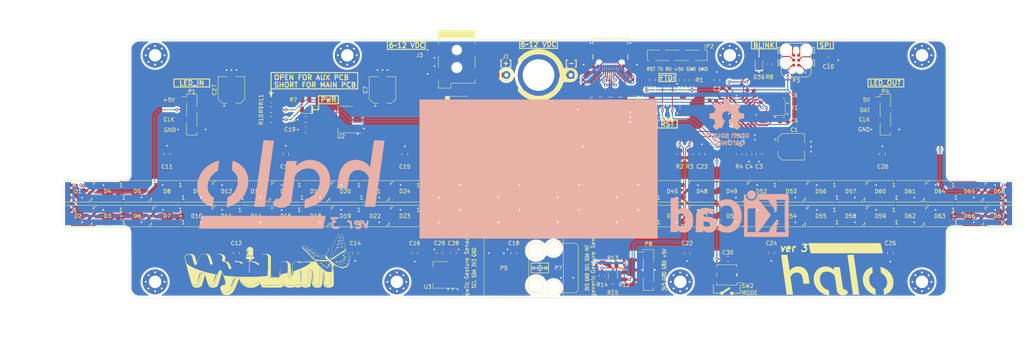
<source format=kicad_pcb>
(kicad_pcb (version 20171130) (host pcbnew 5.1.8-db9833491~88~ubuntu20.04.1)
  (title_block (title "HALO - edge lit photos") (date 2020-10-31) (rev v1) (company WyoLum))
  (layers (0 F.Cu signal) (31 B.Cu signal) (34 B.Paste user) (35 F.Paste user) (36 B.SilkS user) (37 F.SilkS user) (38 B.Mask user) (39 F.Mask user) (44 Edge.Cuts user))
  (net 0 "")
  (net 1 /12V)
  (net 2 GND)
  (net 3 +5V)
  (net 4 /RESET)
  (net 5 /PB6)
  (net 6 /PB7)
  (net 7 /Vin)
  (net 8 /Vusb)
  (net 9 /CC1)
  (net 10 /D+)
  (net 11 /D-)
  (net 12 /SBU1)
  (net 13 /CC2)
  (net 14 /SBU2)
  (net 15 /MISO)
  (net 16 /SCK)
  (net 17 /MOSI)
  (net 18 /TXD)
  (net 19 /RXD)
  (net 20 /SDA)
  (net 21 /SCL)
  (net 22 /SS)
  (net 23 /A0)
  (net 24 /A1)
  (net 25 /A2)
  (net 26 /A3)
  (net 27 /A6)
  (net 28 /A7)
  (net 29 /D2)
  (net 30 /D3~~)
  (net 31 /D7)
  (net 32 /D8)
  (net 33 /D9~~)
  (net 34 /D6~~_CLK)
  (net 35 "Net-(C9-Pad1)")
  (net 36 "Net-(D1-Pad2)")
  (net 37 /D5~~_DAT)
  (net 38 "Net-(D2-Pad2)")
  (net 39 "Net-(D3-Pad2)")
  (net 40 "Net-(D4-Pad2)")
  (net 41 "Net-(D5-Pad2)")
  (net 42 "Net-(D6-Pad2)")
  (net 43 "Net-(D7-Pad2)")
  (net 44 "Net-(D8-Pad2)")
  (net 45 "Net-(D10-Pad4)")
  (net 46 "Net-(D10-Pad2)")
  (net 47 "Net-(D11-Pad2)")
  (net 48 "Net-(D12-Pad2)")
  (net 49 "Net-(D13-Pad2)")
  (net 50 "Net-(D14-Pad2)")
  (net 51 "Net-(D15-Pad2)")
  (net 52 "Net-(D16-Pad2)")
  (net 53 "Net-(D17-Pad2)")
  (net 54 "Net-(D18-Pad2)")
  (net 55 "Net-(D19-Pad2)")
  (net 56 "Net-(D20-Pad2)")
  (net 57 "Net-(D21-Pad2)")
  (net 58 "Net-(D22-Pad2)")
  (net 59 "Net-(D23-Pad2)")
  (net 60 "Net-(D24-Pad2)")
  (net 61 "Net-(D25-Pad2)")
  (net 62 "Net-(D26-Pad2)")
  (net 63 "Net-(D27-Pad2)")
  (net 64 "Net-(D28-Pad2)")
  (net 65 "Net-(D29-Pad2)")
  (net 66 /D4_MODE)
  (net 67 "Net-(D30-Pad2)")
  (net 68 "Net-(D31-Pad2)")
  (net 69 "Net-(D35-PadA)")
  (net 70 "Net-(D36-PadA)")
  (net 71 "Net-(P5-Pad6)")
  (net 72 "Net-(P5-Pad1)")
  (net 73 /CLK)
  (net 74 /DAT)
  (net 75 "Net-(D37-Pad2)")
  (net 76 "Net-(D38-Pad2)")
  (net 77 "Net-(D39-Pad2)")
  (net 78 "Net-(D40-Pad2)")
  (net 79 "Net-(D41-Pad2)")
  (net 80 "Net-(D42-Pad2)")
  (net 81 "Net-(D43-Pad2)")
  (net 82 "Net-(D44-Pad2)")
  (net 83 "Net-(D45-Pad2)")
  (net 84 "Net-(D46-Pad2)")
  (net 85 "Net-(D47-Pad2)")
  (net 86 "Net-(D48-Pad2)")
  (net 87 "Net-(D49-Pad2)")
  (net 88 "Net-(D50-Pad2)")
  (net 89 "Net-(D51-Pad2)")
  (net 90 "Net-(D52-Pad2)")
  (net 91 "Net-(D53-Pad2)")
  (net 92 "Net-(D54-Pad2)")
  (net 93 "Net-(D55-Pad2)")
  (net 94 "Net-(D56-Pad2)")
  (net 95 "Net-(D57-Pad2)")
  (net 96 "Net-(D58-Pad2)")
  (net 97 "Net-(D59-Pad2)")
  (net 98 "Net-(D60-Pad2)")
  (net 99 "Net-(D61-Pad2)")
  (net 100 "Net-(D62-Pad2)")
  (net 101 "Net-(D63-Pad2)")
  (net 102 "Net-(D64-Pad2)")
  (net 103 "Net-(D65-Pad2)")
  (net 104 "Net-(D66-Pad2)")
  (net 105 "Net-(D67-Pad2)")
  (net 106 /LED_2/CLK_OUT2)
  (net 107 /LED_1/DAT_OUT1)
  (net 108 /LED_2/DAT_OUT2)
  (net 109 "Net-(B21-Pad1)")
  (net 110 /3V3)
  (net 111 /SCL_3V3)
  (net 112 /SDA_3V3)
  (module halo:conn_barrel (layer F.Cu) (at 139.7 68.58)
    (fp_text reference J1 (at -8.382 -4.826) (layer F.SilkS))
    (fp_text value 12V_DC)
    (fp_text user [-] (at 8.382 -3.048) (layer F.SilkS) (effects (font (size 1.27 1.27) (thickness 0.254))))
    (fp_text user [+] (at -8.382 -3.048) (layer F.SilkS) (effects (font (size 1.27 1.27) (thickness 0.254))))
    (fp_text user "6~~12 VDC" (at 0 -7.874) (layer F.SilkS) (effects (font (size 1.27 1.27) (thickness 0.254))))
    (pad 2 thru_hole circle (at 8.255 0) (size 2.032 2.032) (drill 1.016) (layers *.Cu *.Mask) (net 2 GND) (clearance 0.508))
    (pad 1 thru_hole circle (at -8.255 0) (size 2.032 2.032) (drill 1.016) (layers *.Cu *.Mask) (net 7 /Vin) (clearance 1.016))
    (pad 2 thru_hole circle (at 0 0) (size 10.668 10.668) (drill 8.128) (layers *.Cu *.Mask) (net 2 GND) (clearance 0.762) (thermal_gap 0.762))
  )
  (module halo:C_0805_2012Metric (layer F.Cu) (at 114.3 114.3 90)
    (fp_text reference C29 (at 2.54 0 180) (layer F.SilkS))
    (fp_text value 100nF)
    (pad 2 smd roundrect (at 0.95 0 90) (size 1 1.45) (layers F.Cu F.Paste F.Mask) (net 2 GND))
    (pad 1 smd roundrect (at -0.95 0 90) (size 1 1.45) (layers F.Cu F.Paste F.Mask) (net 110 /3V3))
  )
  (module halo:MountingHole_3.2mm_M3_Pad_Via (layer F.Cu) (at 237.998 63.5)
    (fp_text reference SC4 hide)
    (fp_text value SCREW)
    (pad 1 thru_hole circle (at 0 0) (size 6.4 6.4) (drill 3.2) (layers *.Cu *.Mask))
    (pad 1 thru_hole circle (at 2.4 0) (size 0.8 0.8) (drill 0.5) (layers *.Cu *.Mask))
    (pad 1 thru_hole circle (at 1.697056 1.697056) (size 0.8 0.8) (drill 0.5) (layers *.Cu *.Mask))
    (pad 1 thru_hole circle (at 0 2.4) (size 0.8 0.8) (drill 0.5) (layers *.Cu *.Mask))
    (pad 1 thru_hole circle (at -1.697056 1.697056) (size 0.8 0.8) (drill 0.5) (layers *.Cu *.Mask))
    (pad 1 thru_hole circle (at -2.4 0) (size 0.8 0.8) (drill 0.5) (layers *.Cu *.Mask))
    (pad 1 thru_hole circle (at -1.697056 -1.697056) (size 0.8 0.8) (drill 0.5) (layers *.Cu *.Mask))
    (pad 1 thru_hole circle (at 0 -2.4) (size 0.8 0.8) (drill 0.5) (layers *.Cu *.Mask))
    (pad 1 thru_hole circle (at 1.697056 -1.697056) (size 0.8 0.8) (drill 0.5) (layers *.Cu *.Mask))
  )
  (module halo:C_0805_2012Metric (layer F.Cu) (at 149.86 79.4512 90)
    (fp_text reference C17 (at -2.4638 0) (layer F.SilkS))
    (fp_text value 100nF)
    (pad 2 smd roundrect (at 0.95 0 90) (size 1 1.45) (layers F.Cu F.Paste F.Mask) (net 2 GND))
    (pad 1 smd roundrect (at -0.95 0 90) (size 1 1.45) (layers F.Cu F.Paste F.Mask) (net 8 /Vusb))
  )
  (module halo:barrel_jack_DC-005-5A-2_5-SMT (layer F.Cu) (at 118.745 57.15 270)
    (fp_text reference J3 (at 6.35 9.525) (layer F.SilkS) (effects (font (size 1.016 1.016) (thickness 0.1524))))
    (fp_text value 12V_DC)
    (fp_text user "6~~12 VDC" (at 3.81 12.827) (layer F.SilkS) (effects (font (size 1.27 1.27) (thickness 0.254))))
    (pad 1 smd rect (at 11.1 -5.7 270) (size 2.8 2.4) (layers F.Cu F.Paste F.Mask) (net 7 /Vin))
    (pad 1 smd rect (at 5 -5.7 270) (size 2.8 2.4) (layers F.Cu F.Paste F.Mask) (net 7 /Vin))
    (pad 2 smd rect (at 5 5.7 270) (size 2.8 2.4) (layers F.Cu F.Paste F.Mask) (net 2 GND))
    (pad 3 smd rect (at 11.1 5.7 270) (size 2.8 2.4) (layers F.Cu F.Paste F.Mask) (net 2 GND))
    (pad "" np_thru_hole circle (at 5 0 270) (size 1.6 1.6) (drill 1.6) (layers *.Cu *.Mask))
    (pad "" np_thru_hole circle (at 9.5 0 270) (size 1.8 1.8) (drill 1.8) (layers *.Cu *.Mask))
  )
  (module halo:generic_apds_9960_smd (layer F.Cu) (at 148.59 118.11 90)
    (fp_text reference P7 (at 0 -3.81) (layer F.SilkS))
    (fp_text value generic (at -4.572 5.08 90) (layer F.SilkS))
    (fp_text user "Gesture Sensor" (at 4.318 5.08 90) (layer F.SilkS))
    (fp_text user "3V3 GND SCL SDA INT" (at 0 3.556 90) (layer F.SilkS) (effects (font (size 0.889 0.7112) (thickness 0.1524))))
    (pad 5 smd rect (at 5.08 1.651 90) (size 1.016 1.905) (layers F.Cu F.Paste F.Mask) (net 109 "Net-(B21-Pad1)"))
    (pad 4 smd rect (at 2.54 -1.651 90) (size 1.016 1.905) (layers F.Cu F.Paste F.Mask) (net 112 /SDA_3V3))
    (pad 3 smd rect (at 0 1.651 90) (size 1.016 1.905) (layers F.Cu F.Paste F.Mask) (net 111 /SCL_3V3))
    (pad 2 smd rect (at -2.54 -1.651 90) (size 1.016 1.905) (layers F.Cu F.Paste F.Mask) (net 2 GND))
    (pad 1 smd rect (at -5.08 1.651 90) (size 1.016 1.905) (layers F.Cu F.Paste F.Mask) (net 110 /3V3))
    (pad 1 smd rect (at -5.08 -1.651 90) (size 1.016 1.905) (layers F.Cu F.Paste F.Mask) (net 110 /3V3))
    (pad 2 smd rect (at -2.54 1.651 90) (size 1.016 1.905) (layers F.Cu F.Paste F.Mask) (net 2 GND))
    (pad 3 smd rect (at 0 -1.651 90) (size 1.016 1.905) (layers F.Cu F.Paste F.Mask) (net 111 /SCL_3V3))
    (pad 4 smd rect (at 2.54 1.651 90) (size 1.016 1.905) (layers F.Cu F.Paste F.Mask) (net 112 /SDA_3V3))
    (pad 5 smd rect (at 5.08 -1.651 90) (size 1.016 1.905) (layers F.Cu F.Paste F.Mask) (net 109 "Net-(B21-Pad1)"))
    (pad "" np_thru_hole circle (at -4.445 -9.525 90) (size 3.175 3.175) (drill 3.175) (layers *.Cu *.Mask) (clearance 1.27))
    (pad "" np_thru_hole circle (at 4.445 -9.525 90) (size 3.175 3.175) (drill 3.175) (layers *.Cu *.Mask) (clearance 1.27))
  )
  (module halo:sparkfun_apds_9960_smd (layer F.Cu) (at 127 118.11 270)
    (fp_text reference P5 (at 0 -3.81) (layer F.SilkS) (effects (font (size 1.016 1.016) (thickness 0.1524))))
    (fp_text value qwiic (at 5.334 5.715 270) (layer F.SilkS) (effects (font (size 1.016 1.016) (thickness 0.1524))))
    (fp_text user "Gesture Sensor" (at -2.794 5.715 90) (layer F.SilkS))
    (fp_text user "SCL SDA 3V3 GND" (at 0 3.81 90) (layer F.SilkS) (effects (font (size 1 0.762))))
    (pad 6 smd rect (at 6.35 -1.651 270) (size 1.016 1.905) (layers F.Cu F.Paste F.Mask) (net 71 "Net-(P5-Pad6)"))
    (pad 5 smd rect (at 3.81 1.651 270) (size 1.016 1.905) (layers F.Cu F.Paste F.Mask) (net 111 /SCL_3V3))
    (pad 4 smd rect (at 1.27 -1.651 270) (size 1.016 1.905) (layers F.Cu F.Paste F.Mask) (net 112 /SDA_3V3))
    (pad 3 smd rect (at -1.27 1.651 270) (size 1.016 1.905) (layers F.Cu F.Paste F.Mask) (net 110 /3V3))
    (pad 2 smd rect (at -3.81 -1.651 270) (size 1.016 1.905) (layers F.Cu F.Paste F.Mask) (net 2 GND))
    (pad 1 smd rect (at -6.35 1.651 270) (size 1.016 1.905) (layers F.Cu F.Paste F.Mask) (net 72 "Net-(P5-Pad1)"))
    (pad 1 smd rect (at -6.35 -1.651 270) (size 1.016 1.905) (layers F.Cu F.Paste F.Mask) (net 72 "Net-(P5-Pad1)"))
    (pad 2 smd rect (at -3.81 1.651 270) (size 1.016 1.905) (layers F.Cu F.Paste F.Mask) (net 2 GND))
    (pad 3 smd rect (at -1.27 -1.651 270) (size 1.016 1.905) (layers F.Cu F.Paste F.Mask) (net 110 /3V3))
    (pad 4 smd rect (at 1.27 1.651 270) (size 1.016 1.905) (layers F.Cu F.Paste F.Mask) (net 112 /SDA_3V3))
    (pad 5 smd rect (at 3.81 -1.651 270) (size 1.016 1.905) (layers F.Cu F.Paste F.Mask) (net 111 /SCL_3V3))
    (pad 6 smd rect (at 6.35 1.651 270) (size 1.016 1.905) (layers F.Cu F.Paste F.Mask) (net 71 "Net-(P5-Pad6)"))
    (pad "" np_thru_hole circle (at -5.08 -16.51 270) (size 3.175 3.175) (drill 3.175) (layers *.Cu *.Mask) (clearance 0.889))
    (pad "" np_thru_hole circle (at 5.08 -16.51 270) (size 3.175 3.175) (drill 3.175) (layers *.Cu *.Mask) (clearance 0.889))
  )
  (module halo:GCT_USB4110-GF-A (layer F.Cu) (at 158.115 65.405 180)
    (fp_text reference J2 (at 0 -3.429 180) (layer F.SilkS) (effects (font (size 1.016 1.016) (thickness 0.1524))))
    (fp_text value USB4110-GF-A)
    (pad "" np_thru_hole circle (at 2.89 0 180) (size 0.65 0.65) (drill 0.65) (layers *.Cu *.Mask) (clearance 0.0254))
    (pad "" np_thru_hole circle (at -2.89 0 180) (size 0.65 0.65) (drill 0.65) (layers *.Cu *.Mask) (clearance 0.0254))
    (pad S4 smd rect (at 5.11 3.43 180) (size 2.18 2) (layers F.Cu F.Paste F.Mask) (net 2 GND))
    (pad S3 smd rect (at -5.11 3.43 180) (size 2.18 2) (layers F.Cu F.Paste F.Mask) (net 2 GND))
    (pad S2 smd rect (at 5.11 -0.5 180) (size 2.18 2) (layers F.Cu F.Paste F.Mask) (net 2 GND))
    (pad S1 smd rect (at -5.11 -0.5 180) (size 2.18 2) (layers F.Cu F.Paste F.Mask) (net 2 GND))
    (pad A7 smd rect (at 0.25 -1.075 180) (size 0.3 1.15) (layers F.Cu F.Paste F.Mask) (net 11 /D-))
    (pad A6 smd rect (at -0.25 -1.075 180) (size 0.3 1.15) (layers F.Cu F.Paste F.Mask) (net 10 /D+))
    (pad B6 smd rect (at 0.75 -1.075 180) (size 0.3 1.15) (layers F.Cu F.Paste F.Mask) (net 10 /D+))
    (pad B7 smd rect (at -0.75 -1.075 180) (size 0.3 1.15) (layers F.Cu F.Paste F.Mask) (net 11 /D-))
    (pad A8 smd rect (at 1.25 -1.075 180) (size 0.3 1.15) (layers F.Cu F.Paste F.Mask) (net 12 /SBU1))
    (pad A5 smd rect (at -1.25 -1.075 180) (size 0.3 1.15) (layers F.Cu F.Paste F.Mask) (net 9 /CC1))
    (pad B5 smd rect (at 1.75 -1.075 180) (size 0.3 1.15) (layers F.Cu F.Paste F.Mask) (net 13 /CC2))
    (pad B8 smd rect (at -1.75 -1.075 180) (size 0.3 1.15) (layers F.Cu F.Paste F.Mask) (net 14 /SBU2))
    (pad B1/A12 smd rect (at 3.2 -1.075 180) (size 0.6 1.15) (layers F.Cu F.Paste F.Mask) (net 2 GND) (clearance 0.127))
    (pad B4/A9 smd rect (at 2.4 -1.075 180) (size 0.6 1.15) (layers F.Cu F.Paste F.Mask) (net 8 /Vusb) (clearance 0.127))
    (pad A4/B9 smd rect (at -2.4 -1.075 180) (size 0.6 1.15) (layers F.Cu F.Paste F.Mask) (net 8 /Vusb) (clearance 0.127))
    (pad A1/B12 smd rect (at -3.2 -1.075 180) (size 0.6 1.15) (layers F.Cu F.Paste F.Mask) (net 2 GND) (clearance 0.127))
  )
  (module halo:C_0805_2012Metric (layer F.Cu) (at 176.53 69.85 270)
    (fp_text reference C20 (at 2.286 0) (layer F.SilkS))
    (fp_text value 100nF)
    (pad 2 smd roundrect (at 0.95 0 270) (size 1 1.45) (layers F.Cu F.Paste F.Mask) (net 2 GND))
    (pad 1 smd roundrect (at -0.95 0 270) (size 1 1.45) (layers F.Cu F.Paste F.Mask) (net 3 +5V))
  )
  (module halo:SOT-223-3_TabPin2 (layer F.Cu) (at 90.17 80.01 180)
    (fp_text reference U2 (at 1.1176 -4.318 180) (layer F.SilkS) (effects (font (size 1.016 1.016) (thickness 0.1524))))
    (fp_text value LM1117-5.0)
    (pad 2 smd rect (at 3.15 0 180) (size 2 3.8) (layers F.Cu F.Paste F.Mask) (net 3 +5V))
    (pad 2 smd rect (at -3.15 0 180) (size 2 1.5) (layers F.Cu F.Paste F.Mask) (net 3 +5V))
    (pad 3 smd rect (at -3.15 2.3 180) (size 2 1.5) (layers F.Cu F.Paste F.Mask) (net 1 /12V))
    (pad 1 smd rect (at -3.15 -2.3 180) (size 2 1.5) (layers F.Cu F.Paste F.Mask) (net 2 GND))
  )
  (module halo:R_0805_2012Metric (layer F.Cu) (at 198.882 65.786 90)
    (fp_text reference R8 (at -3.302 0) (layer F.SilkS) (effects (font (size 1.016 1.016) (thickness 0.1524))))
    (fp_text value 1k)
    (pad 2 smd roundrect (at 0.9125 0 90) (size 1.025 1.4) (layers F.Cu F.Paste F.Mask) (roundrect_rratio 0.2439004878048781) (net 70 "Net-(D36-PadA)"))
    (pad 1 smd roundrect (at -0.9125 0 90) (size 1.025 1.4) (layers F.Cu F.Paste F.Mask) (roundrect_rratio 0.2439004878048781) (net 16 /SCK))
  )
  (module halo:LED_WS2812B_PLCC4_5.0x5.0mm_P3.2mm (layer F.Cu) (at 21.59 104.775)
    (fp_text reference D2 (at 0 0) (layer F.SilkS))
    (fp_text value WS2812B)
    (fp_text user 1 (at -0.635 -1.6) (layer F.SilkS))
    (pad 3 smd rect (at 2.45 1.6) (size 1.5 1) (layers F.Cu F.Paste F.Mask) (net 2 GND))
    (pad 4 smd rect (at 2.45 -1.6) (size 1.5 1) (layers F.Cu F.Paste F.Mask) (net 36 "Net-(D1-Pad2)"))
    (pad 2 smd rect (at -2.45 1.6) (size 1.5 1) (layers F.Cu F.Paste F.Mask) (net 38 "Net-(D2-Pad2)"))
    (pad 1 smd rect (at -2.45 -1.6) (size 1.5 1) (layers F.Cu F.Paste F.Mask) (net 3 +5V))
  )
  (module halo:D_SMB (layer F.Cu) (at 145.415 82.55 90)
    (fp_text reference D33 (at -3.048 -3.683 180) (layer F.SilkS) (effects (font (size 1.016 1.016) (thickness 0.1524))))
    (fp_text value MBRS240LT3G)
    (pad A smd rect (at 2.15 0 90) (size 2.5 2.3) (layers F.Cu F.Paste F.Mask) (net 8 /Vusb))
    (pad K smd rect (at -2.15 0 90) (size 2.5 2.3) (layers F.Cu F.Paste F.Mask) (net 3 +5V))
  )
  (module halo:C_0805_2012Metric (layer F.Cu) (at 44.45 88.9 270)
    (fp_text reference C11 (at 3.175 0) (layer F.SilkS) (effects (font (size 1.016 1.016) (thickness 0.1524))))
    (fp_text value 100nF)
    (pad 2 smd roundrect (at 0.95 0 270) (size 1 1.45) (layers F.Cu F.Paste F.Mask) (net 3 +5V))
    (pad 1 smd roundrect (at -0.95 0 270) (size 1 1.45) (layers F.Cu F.Paste F.Mask) (net 2 GND))
  )
  (module halo:C_0805_2012Metric (layer F.Cu) (at 133.35 114.3 90)
    (fp_text reference C18 (at 2.54 0 180) (layer F.SilkS))
    (fp_text value 100nF)
    (pad 2 smd roundrect (at 0.95 0 90) (size 1 1.45) (layers F.Cu F.Paste F.Mask) (net 2 GND))
    (pad 1 smd roundrect (at -0.95 0 90) (size 1 1.45) (layers F.Cu F.Paste F.Mask) (net 110 /3V3))
  )
  (module halo:C_0805_2012Metric (layer F.Cu) (at 213.995 64.77 180)
    (fp_text reference C10 (at 0 -1.651) (layer F.SilkS) (effects (font (size 1.016 1.016) (thickness 0.1524))))
    (fp_text value 100nF)
    (pad 2 smd roundrect (at 0.95 0 180) (size 1 1.45) (layers F.Cu F.Paste F.Mask) (net 3 +5V))
    (pad 1 smd roundrect (at -0.95 0 180) (size 1 1.45) (layers F.Cu F.Paste F.Mask) (net 2 GND))
  )
  (module halo:C_0805_2012Metric (layer F.Cu) (at 202.565 73.787 180)
    (fp_text reference C6 (at -2.54 0) (layer F.SilkS) (effects (font (size 1.016 1.016) (thickness 0.1524))))
    (fp_text value 20pF)
    (pad 2 smd roundrect (at 0.95 0 180) (size 1 1.45) (layers F.Cu F.Paste F.Mask) (net 6 /PB7))
    (pad 1 smd roundrect (at -0.95 0 180) (size 1 1.45) (layers F.Cu F.Paste F.Mask) (net 2 GND))
  )
  (module halo:C_0805_2012Metric (layer F.Cu) (at 168.91 69.85 270)
    (fp_text reference C9 (at 2.286 0) (layer F.SilkS) (effects (font (size 1.016 1.016) (thickness 0.1524))))
    (fp_text value 100nF)
    (pad 2 smd roundrect (at 0.95 0 270) (size 1 1.45) (layers F.Cu F.Paste F.Mask) (net 4 /RESET))
    (pad 1 smd roundrect (at -0.95 0 270) (size 1 1.45) (layers F.Cu F.Paste F.Mask) (net 35 "Net-(C9-Pad1)"))
  )
  (module halo:R_0805_2012Metric (layer F.Cu) (at 179.07 69.85 270)
    (fp_text reference R1 (at 0 -1.905 180) (layer F.SilkS) (effects (font (size 1.016 1.016) (thickness 0.1524))))
    (fp_text value 10k)
    (pad 2 smd roundrect (at 0.9125 0 270) (size 1.025 1.4) (layers F.Cu F.Paste F.Mask) (roundrect_rratio 0.2439004878048781) (net 4 /RESET))
    (pad 1 smd roundrect (at -0.9125 0 270) (size 1.025 1.4) (layers F.Cu F.Paste F.Mask) (roundrect_rratio 0.2439004878048781) (net 3 +5V))
  )
  (module halo:breakout_smd (layer F.Cu) (at 184.034216 83.050523 135)
    (fp_text reference B1 hide)
    (fp_text value I_O hide)
    (pad 1 smd circle (at 0 0 135) (size 1 1) (layers F.Cu F.Paste F.Mask) (net 20 /SDA))
  )
  (module halo:breakout_smd (layer F.Cu) (at 185.291451 84.307759 135)
    (fp_text reference B2 hide)
    (fp_text value I_O hide)
    (pad 1 smd circle (at 0 0 135) (size 1 1) (layers F.Cu F.Paste F.Mask) (net 21 /SCL))
  )
  (module halo:breakout_smd (layer F.Cu) (at 183.585203 75.058095 135)
    (fp_text reference B3 hide)
    (fp_text value I_O hide)
    (pad 1 smd circle (at 0 0 135) (size 1 1) (layers F.Cu F.Paste F.Mask) (net 23 /A0))
  )
  (module halo:breakout_smd (layer F.Cu) (at 183.764808 76.674541 135)
    (fp_text reference B4 hide)
    (fp_text value I_O hide)
    (pad 1 smd circle (at 0 0 135) (size 1 1) (layers F.Cu F.Paste F.Mask) (net 24 /A1))
  )
  (module halo:breakout_smd (layer F.Cu) (at 183.85461 80.715656 135)
    (fp_text reference B5 hide)
    (fp_text value I_O hide)
    (pad 1 smd circle (at 0 0 135) (size 1 1) (layers F.Cu F.Paste F.Mask) (net 25 /A2))
  )
  (module halo:breakout_smd (layer F.Cu) (at 184.842439 81.703485 135)
    (fp_text reference B6 hide)
    (fp_text value I_O hide)
    (pad 1 smd circle (at 0 0 135) (size 1 1) (layers F.Cu F.Paste F.Mask) (net 26 /A3))
  )
  (module halo:breakout_smd (layer F.Cu) (at 186.9977 73.441649 135)
    (fp_text reference B7 hide)
    (fp_text value I_O hide)
    (pad 1 smd circle (at 0 0 135) (size 1 1) (layers F.Cu F.Paste F.Mask) (net 27 /A6))
  )
  (module halo:breakout_smd (layer F.Cu) (at 185.201649 75.2377 135)
    (fp_text reference B8 hide)
    (fp_text value I_O hide)
    (pad 1 smd circle (at 0 0 135) (size 1 1) (layers F.Cu F.Paste F.Mask) (net 28 /A7))
  )
  (module halo:breakout_smd (layer F.Cu) (at 186.9977 83.679141 135)
    (fp_text reference B9 hide)
    (fp_text value I_O hide)
    (pad 1 smd circle (at 0 0 135) (size 1 1) (layers F.Cu F.Paste F.Mask) (net 19 /RXD))
  )
  (module halo:breakout_smd (layer F.Cu) (at 187.985528 84.666969 135)
    (fp_text reference B10 hide)
    (fp_text value I_O hide)
    (pad 1 smd circle (at 0 0 135) (size 1 1) (layers F.Cu F.Paste F.Mask) (net 18 /TXD))
  )
  (module halo:breakout_smd (layer F.Cu) (at 188.973356 85.654797 135)
    (fp_text reference B11 hide)
    (fp_text value I_O hide)
    (pad 1 smd circle (at 0 0 135) (size 1 1) (layers F.Cu F.Paste F.Mask) (net 29 /D2))
  )
  (module halo:breakout_smd (layer F.Cu) (at 190.949013 85.475192 135)
    (fp_text reference B12 hide)
    (fp_text value I_O hide)
    (pad 1 smd circle (at 0 0 135) (size 1 1) (layers F.Cu F.Paste F.Mask) (net 30 /D3~~))
  )
  (module halo:breakout_smd (layer F.Cu) (at 196.696377 75.59691 135)
    (fp_text reference B13 hide)
    (fp_text value I_O hide)
    (pad 1 smd circle (at 0 0 135) (size 1 1) (layers F.Cu F.Paste F.Mask) (net 31 /D7))
  )
  (module halo:breakout_smd (layer F.Cu) (at 196.516772 74.160069 135)
    (fp_text reference B14 hide)
    (fp_text value I_O hide)
    (pad 1 smd circle (at 0 0 135) (size 1 1) (layers F.Cu F.Paste F.Mask) (net 32 /D8))
  )
  (module halo:breakout_smd (layer F.Cu) (at 195.079931 73.980464 135)
    (fp_text reference B15 hide)
    (fp_text value I_O hide)
    (pad 1 smd circle (at 0 0 135) (size 1 1) (layers F.Cu F.Paste F.Mask) (net 33 /D9~~))
  )
  (module halo:breakout_smd (layer F.Cu) (at 194.900325 72.543623 135)
    (fp_text reference B16 hide)
    (fp_text value I_O hide)
    (pad 1 smd circle (at 0 0 135) (size 1 1) (layers F.Cu F.Paste F.Mask) (net 22 /SS))
  )
  (module halo:breakout_smd (layer F.Cu) (at 193.194077 72.453821 135)
    (fp_text reference B17 hide)
    (fp_text value I_O hide)
    (pad 1 smd circle (at 0 0 135) (size 1 1) (layers F.Cu F.Paste F.Mask) (net 17 /MOSI))
  )
  (module halo:breakout_smd (layer F.Cu) (at 191.77 71.12 135)
    (fp_text reference B18 hide)
    (fp_text value I_O hide)
    (pad 1 smd circle (at 0 0 135) (size 1 1) (layers F.Cu F.Paste F.Mask) (net 15 /MISO))
  )
  (module halo:breakout_smd (layer F.Cu) (at 188.595 71.755 135)
    (fp_text reference B19 hide)
    (fp_text value I_O hide)
    (pad 1 smd circle (at 0 0 135) (size 1 1) (layers F.Cu F.Paste F.Mask) (net 16 /SCK))
  )
  (module halo:C_0805_2012Metric (layer F.Cu) (at 185.42 69.85 90)
    (fp_text reference C2 (at -2.286 0) (layer F.SilkS) (effects (font (size 1.016 1.016) (thickness 0.1524))))
    (fp_text value 100nF)
    (pad 2 smd roundrect (at 0.95 0 90) (size 1 1.45) (layers F.Cu F.Paste F.Mask) (net 2 GND))
    (pad 1 smd roundrect (at -0.95 0 90) (size 1 1.45) (layers F.Cu F.Paste F.Mask) (net 3 +5V))
  )
  (module halo:C_0805_2012Metric (layer F.Cu) (at 196.215 88.9 270)
    (fp_text reference C3 (at 3.175 0 180) (layer F.SilkS) (effects (font (size 1.016 1.016) (thickness 0.1524))))
    (fp_text value 1uF)
    (pad 2 smd roundrect (at 0.95 0 270) (size 1 1.45) (layers F.Cu F.Paste F.Mask) (net 2 GND))
    (pad 1 smd roundrect (at -0.95 0 270) (size 1 1.45) (layers F.Cu F.Paste F.Mask) (net 3 +5V))
  )
  (module halo:C_0805_2012Metric (layer F.Cu) (at 193.675 88.9 270)
    (fp_text reference C4 (at 3.175 0 180) (layer F.SilkS) (effects (font (size 1.016 1.016) (thickness 0.1524))))
    (fp_text value 1uF)
    (pad 2 smd roundrect (at 0.95 0 270) (size 1 1.45) (layers F.Cu F.Paste F.Mask) (net 2 GND))
    (pad 1 smd roundrect (at -0.95 0 270) (size 1 1.45) (layers F.Cu F.Paste F.Mask) (net 3 +5V))
  )
  (module halo:C_0805_2012Metric (layer F.Cu) (at 202.565 80.264)
    (fp_text reference C5 (at 2.667 0 180) (layer F.SilkS) (effects (font (size 1.016 1.016) (thickness 0.1524))))
    (fp_text value 20pF)
    (pad 2 smd roundrect (at 0.95 0) (size 1 1.45) (layers F.Cu F.Paste F.Mask) (net 2 GND))
    (pad 1 smd roundrect (at -0.95 0) (size 1 1.45) (layers F.Cu F.Paste F.Mask) (net 5 /PB6))
  )
  (module halo:C_0805_2012Metric (layer F.Cu) (at 80.01 80.01 180)
    (fp_text reference C8 (at 3.556 0) (layer F.SilkS) (effects (font (size 1.016 1.016) (thickness 0.1524))))
    (fp_text value 1uF)
    (pad 2 smd roundrect (at 0.95 0 180) (size 1 1.45) (layers F.Cu F.Paste F.Mask) (net 2 GND))
    (pad 1 smd roundrect (at -0.95 0 180) (size 1 1.45) (layers F.Cu F.Paste F.Mask) (net 3 +5V))
  )
  (module halo:LED_WS2812B_PLCC4_5.0x5.0mm_P3.2mm (layer F.Cu) (at 29.21 104.775 180)
    (fp_text reference D3 (at 0 0) (layer F.SilkS) (effects (font (size 1.016 1.016) (thickness 0.1524))))
    (fp_text value WS2812B)
    (fp_text user 1 (at -4.15 -1.6) (layer F.SilkS))
    (pad 1 smd rect (at -2.45 -1.6 180) (size 1.5 1) (layers F.Cu F.Paste F.Mask) (net 3 +5V))
    (pad 2 smd rect (at -2.45 1.6 180) (size 1.5 1) (layers F.Cu F.Paste F.Mask) (net 39 "Net-(D3-Pad2)"))
    (pad 4 smd rect (at 2.45 -1.6 180) (size 1.5 1) (layers F.Cu F.Paste F.Mask) (net 38 "Net-(D2-Pad2)"))
    (pad 3 smd rect (at 2.45 1.6 180) (size 1.5 1) (layers F.Cu F.Paste F.Mask) (net 2 GND))
  )
  (module halo:LED_WS2812B_PLCC4_5.0x5.0mm_P3.2mm (layer F.Cu) (at 29.21 98.425 180)
    (fp_text reference D4 (at 0 0) (layer F.SilkS) (effects (font (size 1.016 1.016) (thickness 0.1524))))
    (fp_text value WS2812B)
    (fp_text user 1 (at -4.15 -1.6) (layer F.SilkS))
    (pad 1 smd rect (at -2.45 -1.6 180) (size 1.5 1) (layers F.Cu F.Paste F.Mask) (net 3 +5V))
    (pad 2 smd rect (at -2.45 1.6 180) (size 1.5 1) (layers F.Cu F.Paste F.Mask) (net 40 "Net-(D4-Pad2)"))
    (pad 4 smd rect (at 2.45 -1.6 180) (size 1.5 1) (layers F.Cu F.Paste F.Mask) (net 39 "Net-(D3-Pad2)"))
    (pad 3 smd rect (at 2.45 1.6 180) (size 1.5 1) (layers F.Cu F.Paste F.Mask) (net 2 GND))
  )
  (module halo:LED_WS2812B_PLCC4_5.0x5.0mm_P3.2mm (layer F.Cu) (at 52.07 104.775)
    (fp_text reference D10 (at 0 0) (layer F.SilkS) (effects (font (size 1.016 1.016) (thickness 0.1524))))
    (fp_text value WS2812B)
    (fp_text user 1 (at -4.15 -1.6) (layer F.SilkS))
    (pad 1 smd rect (at -2.45 -1.6) (size 1.5 1) (layers F.Cu F.Paste F.Mask) (net 3 +5V))
    (pad 2 smd rect (at -2.45 1.6) (size 1.5 1) (layers F.Cu F.Paste F.Mask) (net 46 "Net-(D10-Pad2)"))
    (pad 4 smd rect (at 2.45 -1.6) (size 1.5 1) (layers F.Cu F.Paste F.Mask) (net 45 "Net-(D10-Pad4)"))
    (pad 3 smd rect (at 2.45 1.6) (size 1.5 1) (layers F.Cu F.Paste F.Mask) (net 2 GND))
  )
  (module halo:LED_WS2812B_PLCC4_5.0x5.0mm_P3.2mm (layer F.Cu) (at 59.69 104.775 180)
    (fp_text reference D11 (at 0 0) (layer F.SilkS) (effects (font (size 1.016 1.016) (thickness 0.1524))))
    (fp_text value WS2812B)
    (fp_text user 1 (at -4.15 -1.6) (layer F.SilkS))
    (pad 1 smd rect (at -2.45 -1.6 180) (size 1.5 1) (layers F.Cu F.Paste F.Mask) (net 3 +5V))
    (pad 2 smd rect (at -2.45 1.6 180) (size 1.5 1) (layers F.Cu F.Paste F.Mask) (net 47 "Net-(D11-Pad2)"))
    (pad 4 smd rect (at 2.45 -1.6 180) (size 1.5 1) (layers F.Cu F.Paste F.Mask) (net 46 "Net-(D10-Pad2)"))
    (pad 3 smd rect (at 2.45 1.6 180) (size 1.5 1) (layers F.Cu F.Paste F.Mask) (net 2 GND))
  )
  (module halo:LED_WS2812B_PLCC4_5.0x5.0mm_P3.2mm (layer F.Cu) (at 82.55 98.425)
    (fp_text reference D17 (at 0 0) (layer F.SilkS) (effects (font (size 1.016 1.016) (thickness 0.1524))))
    (fp_text value WS2812B)
    (fp_text user 1 (at -4.15 -1.6) (layer F.SilkS))
    (pad 1 smd rect (at -2.45 -1.6) (size 1.5 1) (layers F.Cu F.Paste F.Mask) (net 3 +5V))
    (pad 2 smd rect (at -2.45 1.6) (size 1.5 1) (layers F.Cu F.Paste F.Mask) (net 53 "Net-(D17-Pad2)"))
    (pad 4 smd rect (at 2.45 -1.6) (size 1.5 1) (layers F.Cu F.Paste F.Mask) (net 52 "Net-(D16-Pad2)"))
    (pad 3 smd rect (at 2.45 1.6) (size 1.5 1) (layers F.Cu F.Paste F.Mask) (net 2 GND))
  )
  (module halo:LED_WS2812B_PLCC4_5.0x5.0mm_P3.2mm (layer F.Cu) (at 82.55 104.775)
    (fp_text reference D18 (at 0 0) (layer F.SilkS) (effects (font (size 1.016 1.016) (thickness 0.1524))))
    (fp_text value WS2812B)
    (fp_text user 1 (at -4.15 -1.6) (layer F.SilkS))
    (pad 1 smd rect (at -2.45 -1.6) (size 1.5 1) (layers F.Cu F.Paste F.Mask) (net 3 +5V))
    (pad 2 smd rect (at -2.45 1.6) (size 1.5 1) (layers F.Cu F.Paste F.Mask) (net 54 "Net-(D18-Pad2)"))
    (pad 4 smd rect (at 2.45 -1.6) (size 1.5 1) (layers F.Cu F.Paste F.Mask) (net 53 "Net-(D17-Pad2)"))
    (pad 3 smd rect (at 2.45 1.6) (size 1.5 1) (layers F.Cu F.Paste F.Mask) (net 2 GND))
  )
  (module halo:LED_WS2812B_PLCC4_5.0x5.0mm_P3.2mm (layer F.Cu) (at 90.17 104.775 180)
    (fp_text reference D19 (at 0 0) (layer F.SilkS) (effects (font (size 1.016 1.016) (thickness 0.1524))))
    (fp_text value WS2812B)
    (fp_text user 1 (at -4.15 -1.6) (layer F.SilkS))
    (pad 1 smd rect (at -2.45 -1.6 180) (size 1.5 1) (layers F.Cu F.Paste F.Mask) (net 3 +5V))
    (pad 2 smd rect (at -2.45 1.6 180) (size 1.5 1) (layers F.Cu F.Paste F.Mask) (net 55 "Net-(D19-Pad2)"))
    (pad 4 smd rect (at 2.45 -1.6 180) (size 1.5 1) (layers F.Cu F.Paste F.Mask) (net 54 "Net-(D18-Pad2)"))
    (pad 3 smd rect (at 2.45 1.6 180) (size 1.5 1) (layers F.Cu F.Paste F.Mask) (net 2 GND))
  )
  (module halo:LED_WS2812B_PLCC4_5.0x5.0mm_P3.2mm (layer F.Cu) (at 90.17 98.425 180)
    (fp_text reference D20 (at 0 0) (layer F.SilkS) (effects (font (size 1.016 1.016) (thickness 0.1524))))
    (fp_text value WS2812B)
    (fp_text user 1 (at -4.15 -1.6) (layer F.SilkS))
    (pad 1 smd rect (at -2.45 -1.6 180) (size 1.5 1) (layers F.Cu F.Paste F.Mask) (net 3 +5V))
    (pad 2 smd rect (at -2.45 1.6 180) (size 1.5 1) (layers F.Cu F.Paste F.Mask) (net 56 "Net-(D20-Pad2)"))
    (pad 4 smd rect (at 2.45 -1.6 180) (size 1.5 1) (layers F.Cu F.Paste F.Mask) (net 55 "Net-(D19-Pad2)"))
    (pad 3 smd rect (at 2.45 1.6 180) (size 1.5 1) (layers F.Cu F.Paste F.Mask) (net 2 GND))
  )
  (module halo:LED_WS2812B_PLCC4_5.0x5.0mm_P3.2mm (layer F.Cu) (at 97.79 98.425)
    (fp_text reference D21 (at 0 0) (layer F.SilkS) (effects (font (size 1.016 1.016) (thickness 0.1524))))
    (fp_text value WS2812B)
    (fp_text user 1 (at -4.15 -1.6) (layer F.SilkS))
    (pad 1 smd rect (at -2.45 -1.6) (size 1.5 1) (layers F.Cu F.Paste F.Mask) (net 3 +5V))
    (pad 2 smd rect (at -2.45 1.6) (size 1.5 1) (layers F.Cu F.Paste F.Mask) (net 57 "Net-(D21-Pad2)"))
    (pad 4 smd rect (at 2.45 -1.6) (size 1.5 1) (layers F.Cu F.Paste F.Mask) (net 56 "Net-(D20-Pad2)"))
    (pad 3 smd rect (at 2.45 1.6) (size 1.5 1) (layers F.Cu F.Paste F.Mask) (net 2 GND))
  )
  (module halo:LED_WS2812B_PLCC4_5.0x5.0mm_P3.2mm (layer F.Cu) (at 97.79 104.775)
    (fp_text reference D22 (at 0 0) (layer F.SilkS) (effects (font (size 1.016 1.016) (thickness 0.1524))))
    (fp_text value WS2812B)
    (fp_text user 1 (at -4.15 -1.6) (layer F.SilkS))
    (pad 1 smd rect (at -2.45 -1.6) (size 1.5 1) (layers F.Cu F.Paste F.Mask) (net 3 +5V))
    (pad 2 smd rect (at -2.45 1.6) (size 1.5 1) (layers F.Cu F.Paste F.Mask) (net 58 "Net-(D22-Pad2)"))
    (pad 4 smd rect (at 2.45 -1.6) (size 1.5 1) (layers F.Cu F.Paste F.Mask) (net 57 "Net-(D21-Pad2)"))
    (pad 3 smd rect (at 2.45 1.6) (size 1.5 1) (layers F.Cu F.Paste F.Mask) (net 2 GND))
  )
  (module halo:LED_WS2812B_PLCC4_5.0x5.0mm_P3.2mm (layer F.Cu) (at 105.41 104.775 180)
    (fp_text reference D23 (at 0 0) (layer F.SilkS) (effects (font (size 1.016 1.016) (thickness 0.1524))))
    (fp_text value WS2812B)
    (fp_text user 1 (at -4.15 -1.6) (layer F.SilkS))
    (pad 1 smd rect (at -2.45 -1.6 180) (size 1.5 1) (layers F.Cu F.Paste F.Mask) (net 3 +5V))
    (pad 2 smd rect (at -2.45 1.6 180) (size 1.5 1) (layers F.Cu F.Paste F.Mask) (net 59 "Net-(D23-Pad2)"))
    (pad 4 smd rect (at 2.45 -1.6 180) (size 1.5 1) (layers F.Cu F.Paste F.Mask) (net 58 "Net-(D22-Pad2)"))
    (pad 3 smd rect (at 2.45 1.6 180) (size 1.5 1) (layers F.Cu F.Paste F.Mask) (net 2 GND))
  )
  (module halo:LED_WS2812B_PLCC4_5.0x5.0mm_P3.2mm (layer F.Cu) (at 120.65 98.425 180)
    (fp_text reference D28 (at 0 0) (layer F.SilkS) (effects (font (size 1.016 1.016) (thickness 0.1524))))
    (fp_text value WS2812B)
    (fp_text user 1 (at -4.15 -1.6) (layer F.SilkS))
    (pad 1 smd rect (at -2.45 -1.6 180) (size 1.5 1) (layers F.Cu F.Paste F.Mask) (net 3 +5V))
    (pad 2 smd rect (at -2.45 1.6 180) (size 1.5 1) (layers F.Cu F.Paste F.Mask) (net 64 "Net-(D28-Pad2)"))
    (pad 4 smd rect (at 2.45 -1.6 180) (size 1.5 1) (layers F.Cu F.Paste F.Mask) (net 63 "Net-(D27-Pad2)"))
    (pad 3 smd rect (at 2.45 1.6 180) (size 1.5 1) (layers F.Cu F.Paste F.Mask) (net 2 GND))
  )
  (module halo:LED_WS2812B_PLCC4_5.0x5.0mm_P3.2mm (layer F.Cu) (at 128.27 98.425)
    (fp_text reference D29 (at 0 0) (layer F.SilkS) (effects (font (size 1.016 1.016) (thickness 0.1524))))
    (fp_text value WS2812B)
    (fp_text user 1 (at -4.15 -1.6) (layer F.SilkS))
    (pad 1 smd rect (at -2.45 -1.6) (size 1.5 1) (layers F.Cu F.Paste F.Mask) (net 3 +5V))
    (pad 2 smd rect (at -2.45 1.6) (size 1.5 1) (layers F.Cu F.Paste F.Mask) (net 65 "Net-(D29-Pad2)"))
    (pad 4 smd rect (at 2.45 -1.6) (size 1.5 1) (layers F.Cu F.Paste F.Mask) (net 64 "Net-(D28-Pad2)"))
    (pad 3 smd rect (at 2.45 1.6) (size 1.5 1) (layers F.Cu F.Paste F.Mask) (net 2 GND))
  )
  (module halo:LED_WS2812B_PLCC4_5.0x5.0mm_P3.2mm (layer F.Cu) (at 128.27 104.775)
    (fp_text reference D30 (at 0 0) (layer F.SilkS) (effects (font (size 1.016 1.016) (thickness 0.1524))))
    (fp_text value WS2812B)
    (fp_text user 1 (at -4.15 -1.6) (layer F.SilkS))
    (pad 1 smd rect (at -2.45 -1.6) (size 1.5 1) (layers F.Cu F.Paste F.Mask) (net 3 +5V))
    (pad 2 smd rect (at -2.45 1.6) (size 1.5 1) (layers F.Cu F.Paste F.Mask) (net 67 "Net-(D30-Pad2)"))
    (pad 4 smd rect (at 2.45 -1.6) (size 1.5 1) (layers F.Cu F.Paste F.Mask) (net 65 "Net-(D29-Pad2)"))
    (pad 3 smd rect (at 2.45 1.6) (size 1.5 1) (layers F.Cu F.Paste F.Mask) (net 2 GND))
  )
  (module halo:LED_0805_2012Metric (layer F.Cu) (at 80.01 77.47 180)
    (fp_text reference D35 (at 3.175 0) (layer F.SilkS) (effects (font (size 1.016 1.016) (thickness 0.1524))))
    (fp_text value LED_PWR)
    (fp_text user PWR (at -5.842 2.54 180) (layer F.SilkS) (effects (font (size 1.27 1.27) (thickness 0.254))))
    (pad K smd roundrect (at -0.9375 0 180) (size 0.975 1.4) (layers F.Cu F.Paste F.Mask) (net 2 GND))
    (pad A smd roundrect (at 0.9375 0 180) (size 0.975 1.4) (layers F.Cu F.Paste F.Mask) (net 69 "Net-(D35-PadA)"))
  )
  (module halo:LED_0805_2012Metric (layer F.Cu) (at 196.215 65.786 90)
    (fp_text reference D36 (at -3.302 0 180) (layer F.SilkS) (effects (font (size 1.016 1.016) (thickness 0.1524))))
    (fp_text value LED_BLNK)
    (fp_text user BLINK (at 4.826 1.27 180) (layer F.SilkS) (effects (font (size 1.27 1.27) (thickness 0.254))))
    (pad K smd roundrect (at -0.9375 0 90) (size 0.975 1.4) (layers F.Cu F.Paste F.Mask) (net 2 GND))
    (pad A smd roundrect (at 0.9375 0 90) (size 0.975 1.4) (layers F.Cu F.Paste F.Mask) (net 70 "Net-(D36-PadA)"))
  )
  (module halo:PinSocket_1x04_P2.54mm_Vertical_SMD_Pin1Left (layer F.Cu) (at 50.8 78.74)
    (fp_text reference P1 (at 0 -5.969 180) (layer F.SilkS) (effects (font (size 1.016 1.016) (thickness 0.1524))))
    (fp_text value LED_IN (at 0 -8.128) (layer F.SilkS) (effects (font (size 1.27 1.27) (thickness 0.254))))
    (fp_text user +5V (at -5.842 -3.81) (layer F.SilkS) (effects (font (size 1.016 1.016) (thickness 0.1524))))
    (fp_text user DAT (at -5.969 -1.27) (layer F.SilkS) (effects (font (size 1.016 1.016) (thickness 0.1524))))
    (fp_text user GND (at -5.588 3.937) (layer F.SilkS) (effects (font (size 1.016 1.016) (thickness 0.1524))))
    (fp_text user CLK (at -5.842 1.27) (layer F.SilkS) (effects (font (size 1.016 1.016) (thickness 0.1524))))
    (pad 4 smd rect (at -1.651 3.81) (size 2.54 1.016) (layers F.Cu F.Paste F.Mask) (net 2 GND))
    (pad 3 smd rect (at 1.651 1.27) (size 2.54 1.016) (layers F.Cu F.Paste F.Mask) (net 73 /CLK))
    (pad 2 smd rect (at -1.651 -1.27) (size 2.54 1.016) (layers F.Cu F.Paste F.Mask) (net 74 /DAT))
    (pad 1 smd rect (at 1.651 -3.81) (size 2.54 1.016) (layers F.Cu F.Paste F.Mask) (net 3 +5V))
    (pad 4 smd rect (at 1.651 3.81) (size 2.54 1.016) (layers F.Cu F.Paste F.Mask) (net 2 GND))
    (pad 2 smd rect (at 1.651 -1.27) (size 2.54 1.016) (layers F.Cu F.Paste F.Mask) (net 74 /DAT))
    (pad 3 smd rect (at -1.651 1.27) (size 2.54 1.016) (layers F.Cu F.Paste F.Mask) (net 73 /CLK))
    (pad 1 smd rect (at -1.651 -3.81) (size 2.54 1.016) (layers F.Cu F.Paste F.Mask) (net 3 +5V))
  )
  (module halo:PinHeader_1x06_P2.54mm_Vertical_SMD_Pin1Left (layer F.Cu) (at 175.26 63.5 270)
    (fp_text reference P2 (at -2.286 -8.382 180) (layer F.SilkS) (effects (font (size 1.016 1.016) (thickness 0.1524))))
    (fp_text value FTDI (at 5.842 2.54 180) (layer F.SilkS) (effects (font (size 1.27 1.27) (thickness 0.254))))
    (fp_text user "RST TX RX +5V GND GND" (at 3.556 0) (layer F.SilkS) (effects (font (size 0.889 0.8128) (thickness 0.1524))))
    (pad 6 smd rect (at -1.651 6.35 270) (size 2.54 1.016) (layers F.Cu F.Paste F.Mask) (net 35 "Net-(C9-Pad1)"))
    (pad 5 smd rect (at 1.651 3.81 270) (size 2.54 1.016) (layers F.Cu F.Paste F.Mask) (net 18 /TXD))
    (pad 4 smd rect (at -1.651 1.27 270) (size 2.54 1.016) (layers F.Cu F.Paste F.Mask) (net 19 /RXD))
    (pad 3 smd rect (at 1.651 -1.27 270) (size 2.54 1.016) (layers F.Cu F.Paste F.Mask) (net 3 +5V))
    (pad 2 smd rect (at -1.651 -3.81 270) (size 2.54 1.016) (layers F.Cu F.Paste F.Mask) (net 2 GND))
    (pad 1 smd rect (at 1.651 -6.35 270) (size 2.54 1.016) (layers F.Cu F.Paste F.Mask) (net 2 GND))
    (pad 1 smd rect (at -1.651 -6.35 270) (size 2.54 1.016) (layers F.Cu F.Paste F.Mask) (net 2 GND))
    (pad 3 smd rect (at -1.651 -1.27 270) (size 2.54 1.016) (layers F.Cu F.Paste F.Mask) (net 3 +5V))
    (pad 5 smd rect (at -1.651 3.81 270) (size 2.54 1.016) (layers F.Cu F.Paste F.Mask) (net 18 /TXD))
    (pad 2 smd rect (at 1.651 -3.81 270) (size 2.54 1.016) (layers F.Cu F.Paste F.Mask) (net 2 GND))
    (pad 4 smd rect (at 1.651 1.27 270) (size 2.54 1.016) (layers F.Cu F.Paste F.Mask) (net 19 /RXD))
    (pad 6 smd rect (at 1.651 6.35 270) (size 2.54 1.016) (layers F.Cu F.Paste F.Mask) (net 35 "Net-(C9-Pad1)"))
  )
  (module halo:R_0805_2012Metric (layer F.Cu) (at 175.895 88.9 90)
    (fp_text reference R2 (at -3.175 0) (layer F.SilkS) (effects (font (size 1.016 1.016) (thickness 0.1524))))
    (fp_text value 10k)
    (pad 2 smd roundrect (at 0.9125 0 90) (size 1.025 1.4) (layers F.Cu F.Paste F.Mask) (roundrect_rratio 0.2439004878048781) (net 20 /SDA))
    (pad 1 smd roundrect (at -0.9125 0 90) (size 1.025 1.4) (layers F.Cu F.Paste F.Mask) (roundrect_rratio 0.2439004878048781) (net 3 +5V))
  )
  (module halo:R_0805_2012Metric (layer F.Cu) (at 178.435 88.9 90)
    (fp_text reference R3 (at -3.175 0) (layer F.SilkS) (effects (font (size 1.016 1.016) (thickness 0.1524))))
    (fp_text value 10k)
    (pad 2 smd roundrect (at 0.9125 0 90) (size 1.025 1.4) (layers F.Cu F.Paste F.Mask) (roundrect_rratio 0.2439004878048781) (net 21 /SCL))
    (pad 1 smd roundrect (at -0.9125 0 90) (size 1.025 1.4) (layers F.Cu F.Paste F.Mask) (roundrect_rratio 0.2439004878048781) (net 3 +5V))
  )
  (module halo:R_0805_2012Metric (layer F.Cu) (at 191.135 88.9 90)
    (fp_text reference R4 (at -3.175 0) (layer F.SilkS) (effects (font (size 1.016 1.016) (thickness 0.1524))))
    (fp_text value 10k)
    (pad 2 smd roundrect (at 0.9125 0 90) (size 1.025 1.4) (layers F.Cu F.Paste F.Mask) (roundrect_rratio 0.2439004878048781) (net 66 /D4_MODE))
    (pad 1 smd roundrect (at -0.9125 0 90) (size 1.025 1.4) (layers F.Cu F.Paste F.Mask) (roundrect_rratio 0.2439004878048781) (net 3 +5V))
  )
  (module halo:R_0805_2012Metric (layer F.Cu) (at 165.735 80.645 90)
    (fp_text reference R5 (at -2.286 0 180) (layer F.SilkS) (effects (font (size 1.016 1.016) (thickness 0.1524))))
    (fp_text value 5k11)
    (pad 2 smd roundrect (at 0.9125 0 90) (size 1.025 1.4) (layers F.Cu F.Paste F.Mask) (roundrect_rratio 0.2439004878048781) (net 2 GND))
    (pad 1 smd roundrect (at -0.9125 0 90) (size 1.025 1.4) (layers F.Cu F.Paste F.Mask) (roundrect_rratio 0.2439004878048781) (net 13 /CC2))
  )
  (module halo:R_0805_2012Metric (layer F.Cu) (at 165.735 76.835 270)
    (fp_text reference R6 (at -2.286 0) (layer F.SilkS) (effects (font (size 1.016 1.016) (thickness 0.1524))))
    (fp_text value 5k11)
    (pad 2 smd roundrect (at 0.9125 0 270) (size 1.025 1.4) (layers F.Cu F.Paste F.Mask) (roundrect_rratio 0.2439004878048781) (net 2 GND))
    (pad 1 smd roundrect (at -0.9125 0 270) (size 1.025 1.4) (layers F.Cu F.Paste F.Mask) (roundrect_rratio 0.2439004878048781) (net 9 /CC1))
  )
  (module halo:R_0805_2012Metric (layer F.Cu) (at 80.01 74.93 180)
    (fp_text reference R7 (at 3.175 0 180) (layer F.SilkS) (effects (font (size 1.016 1.016) (thickness 0.1524))))
    (fp_text value 1k)
    (pad 2 smd roundrect (at 0.9125 0 180) (size 1.025 1.4) (layers F.Cu F.Paste F.Mask) (roundrect_rratio 0.2439004878048781) (net 69 "Net-(D35-PadA)"))
    (pad 1 smd roundrect (at -0.9125 0 180) (size 1.025 1.4) (layers F.Cu F.Paste F.Mask) (roundrect_rratio 0.2439004878048781) (net 3 +5V))
  )
  (module halo:MountingHole_3.2mm_M3_Pad_Via (layer F.Cu) (at 90.678 63.5)
    (fp_text reference SC2 hide)
    (fp_text value SCREW)
    (pad 1 thru_hole circle (at 0 0) (size 6.4 6.4) (drill 3.2) (layers *.Cu *.Mask))
    (pad 1 thru_hole circle (at 2.4 0) (size 0.8 0.8) (drill 0.5) (layers *.Cu *.Mask))
    (pad 1 thru_hole circle (at 1.697056 1.697056) (size 0.8 0.8) (drill 0.5) (layers *.Cu *.Mask))
    (pad 1 thru_hole circle (at 0 2.4) (size 0.8 0.8) (drill 0.5) (layers *.Cu *.Mask))
    (pad 1 thru_hole circle (at -1.697056 1.697056) (size 0.8 0.8) (drill 0.5) (layers *.Cu *.Mask))
    (pad 1 thru_hole circle (at -2.4 0) (size 0.8 0.8) (drill 0.5) (layers *.Cu *.Mask))
    (pad 1 thru_hole circle (at -1.697056 -1.697056) (size 0.8 0.8) (drill 0.5) (layers *.Cu *.Mask))
    (pad 1 thru_hole circle (at 0 -2.4) (size 0.8 0.8) (drill 0.5) (layers *.Cu *.Mask))
    (pad 1 thru_hole circle (at 1.697056 -1.697056) (size 0.8 0.8) (drill 0.5) (layers *.Cu *.Mask))
  )
  (module halo:MountingHole_3.2mm_M3_Pad_Via (layer F.Cu) (at 188.722 63.5)
    (fp_text reference SC3 hide)
    (fp_text value SCREW)
    (pad 1 thru_hole circle (at 0 0) (size 6.4 6.4) (drill 3.2) (layers *.Cu *.Mask))
    (pad 1 thru_hole circle (at 2.4 0) (size 0.8 0.8) (drill 0.5) (layers *.Cu *.Mask))
    (pad 1 thru_hole circle (at 1.697056 1.697056) (size 0.8 0.8) (drill 0.5) (layers *.Cu *.Mask))
    (pad 1 thru_hole circle (at 0 2.4) (size 0.8 0.8) (drill 0.5) (layers *.Cu *.Mask))
    (pad 1 thru_hole circle (at -1.697056 1.697056) (size 0.8 0.8) (drill 0.5) (layers *.Cu *.Mask))
    (pad 1 thru_hole circle (at -2.4 0) (size 0.8 0.8) (drill 0.5) (layers *.Cu *.Mask))
    (pad 1 thru_hole circle (at -1.697056 -1.697056) (size 0.8 0.8) (drill 0.5) (layers *.Cu *.Mask))
    (pad 1 thru_hole circle (at 0 -2.4) (size 0.8 0.8) (drill 0.5) (layers *.Cu *.Mask))
    (pad 1 thru_hole circle (at 1.697056 -1.697056) (size 0.8 0.8) (drill 0.5) (layers *.Cu *.Mask))
  )
  (module halo:MountingHole_3.2mm_M3_Pad_Via (layer F.Cu) (at 237.998 121.666)
    (fp_text reference SC5 hide)
    (fp_text value SCREW)
    (pad 1 thru_hole circle (at 0 0) (size 6.4 6.4) (drill 3.2) (layers *.Cu *.Mask))
    (pad 1 thru_hole circle (at 2.4 0) (size 0.8 0.8) (drill 0.5) (layers *.Cu *.Mask))
    (pad 1 thru_hole circle (at 1.697056 1.697056) (size 0.8 0.8) (drill 0.5) (layers *.Cu *.Mask))
    (pad 1 thru_hole circle (at 0 2.4) (size 0.8 0.8) (drill 0.5) (layers *.Cu *.Mask))
    (pad 1 thru_hole circle (at -1.697056 1.697056) (size 0.8 0.8) (drill 0.5) (layers *.Cu *.Mask))
    (pad 1 thru_hole circle (at -2.4 0) (size 0.8 0.8) (drill 0.5) (layers *.Cu *.Mask))
    (pad 1 thru_hole circle (at -1.697056 -1.697056) (size 0.8 0.8) (drill 0.5) (layers *.Cu *.Mask))
    (pad 1 thru_hole circle (at 0 -2.4) (size 0.8 0.8) (drill 0.5) (layers *.Cu *.Mask))
    (pad 1 thru_hole circle (at 1.697056 -1.697056) (size 0.8 0.8) (drill 0.5) (layers *.Cu *.Mask))
  )
  (module halo:MountingHole_3.2mm_M3_Pad_Via (layer F.Cu) (at 176.022 121.666)
    (fp_text reference SC6 hide)
    (fp_text value SCREW)
    (pad 1 thru_hole circle (at 0 0) (size 6.4 6.4) (drill 3.2) (layers *.Cu *.Mask))
    (pad 1 thru_hole circle (at 2.4 0) (size 0.8 0.8) (drill 0.5) (layers *.Cu *.Mask))
    (pad 1 thru_hole circle (at 1.697056 1.697056) (size 0.8 0.8) (drill 0.5) (layers *.Cu *.Mask))
    (pad 1 thru_hole circle (at 0 2.4) (size 0.8 0.8) (drill 0.5) (layers *.Cu *.Mask))
    (pad 1 thru_hole circle (at -1.697056 1.697056) (size 0.8 0.8) (drill 0.5) (layers *.Cu *.Mask))
    (pad 1 thru_hole circle (at -2.4 0) (size 0.8 0.8) (drill 0.5) (layers *.Cu *.Mask))
    (pad 1 thru_hole circle (at -1.697056 -1.697056) (size 0.8 0.8) (drill 0.5) (layers *.Cu *.Mask))
    (pad 1 thru_hole circle (at 0 -2.4) (size 0.8 0.8) (drill 0.5) (layers *.Cu *.Mask))
    (pad 1 thru_hole circle (at 1.697056 -1.697056) (size 0.8 0.8) (drill 0.5) (layers *.Cu *.Mask))
  )
  (module halo:MountingHole_3.2mm_M3_Pad_Via (layer F.Cu) (at 103.378 121.666)
    (fp_text reference SC7 hide)
    (fp_text value SCREW)
    (pad 1 thru_hole circle (at 0 0) (size 6.4 6.4) (drill 3.2) (layers *.Cu *.Mask))
    (pad 1 thru_hole circle (at 2.4 0) (size 0.8 0.8) (drill 0.5) (layers *.Cu *.Mask))
    (pad 1 thru_hole circle (at 1.697056 1.697056) (size 0.8 0.8) (drill 0.5) (layers *.Cu *.Mask))
    (pad 1 thru_hole circle (at 0 2.4) (size 0.8 0.8) (drill 0.5) (layers *.Cu *.Mask))
    (pad 1 thru_hole circle (at -1.697056 1.697056) (size 0.8 0.8) (drill 0.5) (layers *.Cu *.Mask))
    (pad 1 thru_hole circle (at -2.4 0) (size 0.8 0.8) (drill 0.5) (layers *.Cu *.Mask))
    (pad 1 thru_hole circle (at -1.697056 -1.697056) (size 0.8 0.8) (drill 0.5) (layers *.Cu *.Mask))
    (pad 1 thru_hole circle (at 0 -2.4) (size 0.8 0.8) (drill 0.5) (layers *.Cu *.Mask))
    (pad 1 thru_hole circle (at 1.697056 -1.697056) (size 0.8 0.8) (drill 0.5) (layers *.Cu *.Mask))
  )
  (module halo:MountingHole_3.2mm_M3_Pad_Via (layer F.Cu) (at 41.402 121.666)
    (fp_text reference SC8 hide)
    (fp_text value SCREW)
    (pad 1 thru_hole circle (at 0 0) (size 6.4 6.4) (drill 3.2) (layers *.Cu *.Mask))
    (pad 1 thru_hole circle (at 2.4 0) (size 0.8 0.8) (drill 0.5) (layers *.Cu *.Mask))
    (pad 1 thru_hole circle (at 1.697056 1.697056) (size 0.8 0.8) (drill 0.5) (layers *.Cu *.Mask))
    (pad 1 thru_hole circle (at 0 2.4) (size 0.8 0.8) (drill 0.5) (layers *.Cu *.Mask))
    (pad 1 thru_hole circle (at -1.697056 1.697056) (size 0.8 0.8) (drill 0.5) (layers *.Cu *.Mask))
    (pad 1 thru_hole circle (at -2.4 0) (size 0.8 0.8) (drill 0.5) (layers *.Cu *.Mask))
    (pad 1 thru_hole circle (at -1.697056 -1.697056) (size 0.8 0.8) (drill 0.5) (layers *.Cu *.Mask))
    (pad 1 thru_hole circle (at 0 -2.4) (size 0.8 0.8) (drill 0.5) (layers *.Cu *.Mask))
    (pad 1 thru_hole circle (at 1.697056 -1.697056) (size 0.8 0.8) (drill 0.5) (layers *.Cu *.Mask))
  )
  (module halo:TQFP-32_7x7mm_P0.8mm (layer F.Cu) (at 190.5 78.74 135)
    (fp_text reference U1 (at -6.096 -4.318 225) (layer F.SilkS) (effects (font (size 1.016 1.016) (thickness 0.1524))))
    (fp_text value ATMEGA328)
    (pad 1 smd rect (at -4.25 -2.8 135) (size 1.6 0.55) (layers F.Cu F.Paste F.Mask) (net 30 /D3~~))
    (pad 2 smd rect (at -4.25 -2 135) (size 1.6 0.55) (layers F.Cu F.Paste F.Mask) (net 66 /D4_MODE))
    (pad 3 smd rect (at -4.25 -1.2 135) (size 1.6 0.55) (layers F.Cu F.Paste F.Mask) (net 2 GND))
    (pad 4 smd rect (at -4.25 -0.4 135) (size 1.6 0.55) (layers F.Cu F.Paste F.Mask) (net 3 +5V))
    (pad 5 smd rect (at -4.25 0.4 135) (size 1.6 0.55) (layers F.Cu F.Paste F.Mask) (net 2 GND))
    (pad 6 smd rect (at -4.25 1.2 135) (size 1.6 0.55) (layers F.Cu F.Paste F.Mask) (net 3 +5V))
    (pad 7 smd rect (at -4.25 2 135) (size 1.6 0.55) (layers F.Cu F.Paste F.Mask) (net 5 /PB6))
    (pad 8 smd rect (at -4.25 2.8 135) (size 1.6 0.55) (layers F.Cu F.Paste F.Mask) (net 6 /PB7))
    (pad 9 smd rect (at -2.8 4.25 225) (size 1.6 0.55) (layers F.Cu F.Paste F.Mask) (net 37 /D5~~_DAT))
    (pad 10 smd rect (at -2 4.25 225) (size 1.6 0.55) (layers F.Cu F.Paste F.Mask) (net 34 /D6~~_CLK))
    (pad 11 smd rect (at -1.2 4.25 225) (size 1.6 0.55) (layers F.Cu F.Paste F.Mask) (net 31 /D7))
    (pad 12 smd rect (at -0.4 4.25 225) (size 1.6 0.55) (layers F.Cu F.Paste F.Mask) (net 32 /D8))
    (pad 13 smd rect (at 0.4 4.25 225) (size 1.6 0.55) (layers F.Cu F.Paste F.Mask) (net 33 /D9~~))
    (pad 14 smd rect (at 1.2 4.25 225) (size 1.6 0.55) (layers F.Cu F.Paste F.Mask) (net 22 /SS))
    (pad 15 smd rect (at 2 4.25 225) (size 1.6 0.55) (layers F.Cu F.Paste F.Mask) (net 17 /MOSI))
    (pad 16 smd rect (at 2.8 4.25 225) (size 1.6 0.55) (layers F.Cu F.Paste F.Mask) (net 15 /MISO))
    (pad 17 smd rect (at 4.25 2.8 135) (size 1.6 0.55) (layers F.Cu F.Paste F.Mask) (net 16 /SCK))
    (pad 18 smd rect (at 4.25 2 135) (size 1.6 0.55) (layers F.Cu F.Paste F.Mask) (net 3 +5V))
    (pad 19 smd rect (at 4.25 1.2 135) (size 1.6 0.55) (layers F.Cu F.Paste F.Mask) (net 27 /A6))
    (pad 20 smd rect (at 4.25 0.4 135) (size 1.6 0.55) (layers F.Cu F.Paste F.Mask) (net 3 +5V))
    (pad 21 smd rect (at 4.25 -0.4 135) (size 1.6 0.55) (layers F.Cu F.Paste F.Mask) (net 2 GND))
    (pad 22 smd rect (at 4.25 -1.2 135) (size 1.6 0.55) (layers F.Cu F.Paste F.Mask) (net 28 /A7))
    (pad 23 smd rect (at 4.25 -2 135) (size 1.6 0.55) (layers F.Cu F.Paste F.Mask) (net 23 /A0))
    (pad 24 smd rect (at 4.25 -2.8 135) (size 1.6 0.55) (layers F.Cu F.Paste F.Mask) (net 24 /A1))
    (pad 25 smd rect (at 2.8 -4.25 225) (size 1.6 0.55) (layers F.Cu F.Paste F.Mask) (net 25 /A2))
    (pad 26 smd rect (at 2 -4.25 225) (size 1.6 0.55) (layers F.Cu F.Paste F.Mask) (net 26 /A3))
    (pad 27 smd rect (at 1.2 -4.25 225) (size 1.6 0.55) (layers F.Cu F.Paste F.Mask) (net 20 /SDA))
    (pad 28 smd rect (at 0.4 -4.25 225) (size 1.6 0.55) (layers F.Cu F.Paste F.Mask) (net 21 /SCL))
    (pad 29 smd rect (at -0.4 -4.25 225) (size 1.6 0.55) (layers F.Cu F.Paste F.Mask) (net 4 /RESET))
    (pad 30 smd rect (at -1.2 -4.25 225) (size 1.6 0.55) (layers F.Cu F.Paste F.Mask) (net 19 /RXD))
    (pad 31 smd rect (at -2 -4.25 225) (size 1.6 0.55) (layers F.Cu F.Paste F.Mask) (net 18 /TXD))
    (pad 32 smd rect (at -2.8 -4.25 225) (size 1.6 0.55) (layers F.Cu F.Paste F.Mask) (net 29 /D2))
  )
  (module halo:Crystal_SMD_3225-4Pin_3.2x2.5mm (layer F.Cu) (at 201.295 76.962001 90)
    (fp_text reference X1 (at 0.000001 3.937) (layer F.SilkS) (effects (font (size 1.016 1.016) (thickness 0.1524))))
    (fp_text value 16MHz)
    (pad GND smd rect (at -1.1 -0.85 90) (size 1.4 1.2) (layers F.Cu F.Paste F.Mask) (net 2 GND))
    (pad 3 smd rect (at 1.1 -0.85 90) (size 1.4 1.2) (layers F.Cu F.Paste F.Mask) (net 6 /PB7))
    (pad GND smd rect (at 1.1 0.85 90) (size 1.4 1.2) (layers F.Cu F.Paste F.Mask) (net 2 GND))
    (pad 1 smd rect (at -1.1 0.85 90) (size 1.4 1.2) (layers F.Cu F.Paste F.Mask) (net 5 /PB6))
  )
  (module halo:logo_halo (layer B.Cu) (at 76.2 93.98 180)
    (fp_text reference G1 hide)
    (fp_text value logo_halo hide)
  )
  (module halo:logo_wyolum (layer F.Cu) (at 69.215 117.475)
    (fp_text reference G4 hide)
    (fp_text value logo_wyolum hide)
  )
  (module halo:logo_KiCad_12mm_SilkScreen (layer B.Cu) (at 188.595 104.14 180)
    (fp_text reference G2 hide)
    (fp_text value logo_kicad hide)
  )
  (module halo:logo_OSHW_11.4x12mm_SilkScreen (layer B.Cu) (at 187.96 80.645 180)
    (fp_text reference G3 hide)
    (fp_text value logo_OSH hide)
  )
  (module halo:PinHeader_2x02_P2.54mm_Vertical_SMD (layer F.Cu) (at 187.96 119.888 180)
    (fp_text reference SW2 (at -5.334 -2.794) (layer F.SilkS) (effects (font (size 1.016 1.016) (thickness 0.1524))))
    (fp_text value MODE (at -5.842 -4.572) (layer F.SilkS) (effects (font (size 1.016 1.016) (thickness 0.1524))))
    (pad 4 smd rect (at 2.525 1.27 180) (size 3.15 1) (layers F.Cu F.Paste F.Mask) (net 66 /D4_MODE))
    (pad 3 smd rect (at -2.525 1.27 180) (size 3.15 1) (layers F.Cu F.Paste F.Mask) (net 2 GND))
    (pad 2 smd rect (at 2.525 -1.27 180) (size 3.15 1) (layers F.Cu F.Paste F.Mask) (net 66 /D4_MODE))
    (pad 1 smd rect (at -2.525 -1.27 180) (size 3.15 1) (layers F.Cu F.Paste F.Mask) (net 2 GND))
  )
  (module halo:D_SMB (layer F.Cu) (at 119.38 76.2)
    (fp_text reference D34 (at -3.048 3.683 270) (layer F.SilkS) (effects (font (size 1.016 1.016) (thickness 0.1524))))
    (fp_text value MBRS240LT3G)
    (pad A smd rect (at 2.15 0) (size 2.5 2.3) (layers F.Cu F.Paste F.Mask) (net 7 /Vin))
    (pad K smd rect (at -2.15 0) (size 2.5 2.3) (layers F.Cu F.Paste F.Mask) (net 1 /12V))
  )
  (module halo:C_0805_2012Metric (layer F.Cu) (at 80.01 82.55 180)
    (fp_text reference C19 (at 4.064 0) (layer F.SilkS))
    (fp_text value 100nF)
    (pad 2 smd roundrect (at 0.95 0 180) (size 1 1.45) (layers F.Cu F.Paste F.Mask) (net 2 GND))
    (pad 1 smd roundrect (at -0.95 0 180) (size 1 1.45) (layers F.Cu F.Paste F.Mask) (net 3 +5V))
  )
  (module halo:R_0805_2012Metric (layer F.Cu) (at 71.12 77.47)
    (fp_text reference R9 (at -2.54 0 270) (layer F.SilkS))
    (fp_text value 220E)
    (pad 1 smd roundrect (at -0.9125 0) (size 1.025 1.4) (layers F.Cu F.Paste F.Mask) (roundrect_rratio 0.2439004878048781) (net 74 /DAT))
    (pad 2 smd roundrect (at 0.9125 0) (size 1.025 1.4) (layers F.Cu F.Paste F.Mask) (roundrect_rratio 0.2439004878048781) (net 37 /D5~~_DAT))
  )
  (module halo:R_0805_2012Metric (layer F.Cu) (at 71.12 80.01)
    (fp_text reference R10 (at -2.54 0 270) (layer F.SilkS))
    (fp_text value 220E)
    (pad 2 smd roundrect (at 0.9125 0) (size 1.025 1.4) (layers F.Cu F.Paste F.Mask) (roundrect_rratio 0.2439004878048781) (net 34 /D6~~_CLK))
    (pad 1 smd roundrect (at -0.9125 0) (size 1.025 1.4) (layers F.Cu F.Paste F.Mask) (roundrect_rratio 0.2439004878048781) (net 73 /CLK))
  )
  (module halo:breakout_smd (layer F.Cu) (at 233.045 80.01)
    (fp_text reference B20 hide)
    (fp_text value I_O hide)
    (pad 1 smd circle (at 0 0) (size 1 1) (layers F.Cu F.Paste F.Mask) (net 106 /LED_2/CLK_OUT2))
  )
  (module halo:C_0805_2012Metric (layer F.Cu) (at 177.8 114.3 90)
    (fp_text reference C22 (at 2.54 0 180) (layer F.SilkS))
    (fp_text value 100nF)
    (pad 1 smd roundrect (at -0.95 0 90) (size 1 1.45) (layers F.Cu F.Paste F.Mask) (net 2 GND))
    (pad 2 smd roundrect (at 0.95 0 90) (size 1 1.45) (layers F.Cu F.Paste F.Mask) (net 3 +5V))
  )
  (module halo:C_0805_2012Metric (layer F.Cu) (at 181.61 88.9 270)
    (fp_text reference C23 (at 3.175 0 180) (layer F.SilkS))
    (fp_text value 100nF)
    (pad 2 smd roundrect (at 0.95 0 270) (size 1 1.45) (layers F.Cu F.Paste F.Mask) (net 3 +5V))
    (pad 1 smd roundrect (at -0.95 0 270) (size 1 1.45) (layers F.Cu F.Paste F.Mask) (net 2 GND))
  )
  (module halo:C_0805_2012Metric (layer F.Cu) (at 199.39 114.3 90)
    (fp_text reference C24 (at 2.54 0 180) (layer F.SilkS))
    (fp_text value 100nF)
    (pad 1 smd roundrect (at -0.95 0 90) (size 1 1.45) (layers F.Cu F.Paste F.Mask) (net 2 GND))
    (pad 2 smd roundrect (at 0.95 0 90) (size 1 1.45) (layers F.Cu F.Paste F.Mask) (net 3 +5V))
  )
  (module halo:C_0805_2012Metric (layer F.Cu) (at 229.87 114.3 90)
    (fp_text reference C25 (at 2.54 0 180) (layer F.SilkS))
    (fp_text value 100nF)
    (pad 2 smd roundrect (at 0.95 0 90) (size 1 1.45) (layers F.Cu F.Paste F.Mask) (net 3 +5V))
    (pad 1 smd roundrect (at -0.95 0 90) (size 1 1.45) (layers F.Cu F.Paste F.Mask) (net 2 GND))
  )
  (module halo:C_0805_2012Metric (layer F.Cu) (at 227.838 88.9 270)
    (fp_text reference C26 (at 3.175 -0.127 180) (layer F.SilkS))
    (fp_text value 100nF)
    (pad 1 smd roundrect (at -0.95 0 270) (size 1 1.45) (layers F.Cu F.Paste F.Mask) (net 2 GND))
    (pad 2 smd roundrect (at 0.95 0 270) (size 1 1.45) (layers F.Cu F.Paste F.Mask) (net 3 +5V))
  )
  (module halo:LED_WS2812B_PLCC4_5.0x5.0mm_P3.2mm (layer F.Cu) (at 158.75 98.425)
    (fp_text reference D41 (at 0 0) (layer F.SilkS))
    (fp_text value WS2812B)
    (fp_text user 1 (at -4.15 -1.6) (layer F.SilkS))
    (pad 1 smd rect (at -2.45 -1.6) (size 1.5 1) (layers F.Cu F.Paste F.Mask) (net 3 +5V))
    (pad 2 smd rect (at -2.45 1.6) (size 1.5 1) (layers F.Cu F.Paste F.Mask) (net 79 "Net-(D41-Pad2)"))
    (pad 4 smd rect (at 2.45 -1.6) (size 1.5 1) (layers F.Cu F.Paste F.Mask) (net 78 "Net-(D40-Pad2)"))
    (pad 3 smd rect (at 2.45 1.6) (size 1.5 1) (layers F.Cu F.Paste F.Mask) (net 2 GND))
  )
  (module halo:LED_WS2812B_PLCC4_5.0x5.0mm_P3.2mm (layer F.Cu) (at 158.75 104.775)
    (fp_text reference D42 (at 0 0) (layer F.SilkS))
    (fp_text value WS2812B)
    (fp_text user 1 (at -4.15 -1.6) (layer F.SilkS))
    (pad 1 smd rect (at -2.45 -1.6) (size 1.5 1) (layers F.Cu F.Paste F.Mask) (net 3 +5V))
    (pad 2 smd rect (at -2.45 1.6) (size 1.5 1) (layers F.Cu F.Paste F.Mask) (net 80 "Net-(D42-Pad2)"))
    (pad 4 smd rect (at 2.45 -1.6) (size 1.5 1) (layers F.Cu F.Paste F.Mask) (net 79 "Net-(D41-Pad2)"))
    (pad 3 smd rect (at 2.45 1.6) (size 1.5 1) (layers F.Cu F.Paste F.Mask) (net 2 GND))
  )
  (module halo:LED_WS2812B_PLCC4_5.0x5.0mm_P3.2mm (layer F.Cu) (at 166.37 104.775 180)
    (fp_text reference D43 (at 0 0) (layer F.SilkS))
    (fp_text value WS2812B)
    (fp_text user 1 (at -4.15 -1.6) (layer F.SilkS))
    (pad 3 smd rect (at 2.45 1.6 180) (size 1.5 1) (layers F.Cu F.Paste F.Mask) (net 2 GND))
    (pad 4 smd rect (at 2.45 -1.6 180) (size 1.5 1) (layers F.Cu F.Paste F.Mask) (net 80 "Net-(D42-Pad2)"))
    (pad 2 smd rect (at -2.45 1.6 180) (size 1.5 1) (layers F.Cu F.Paste F.Mask) (net 81 "Net-(D43-Pad2)"))
    (pad 1 smd rect (at -2.45 -1.6 180) (size 1.5 1) (layers F.Cu F.Paste F.Mask) (net 3 +5V))
  )
  (module halo:LED_WS2812B_PLCC4_5.0x5.0mm_P3.2mm (layer F.Cu) (at 166.37 98.425 180)
    (fp_text reference D44 (at 0 0) (layer F.SilkS))
    (fp_text value WS2812B)
    (fp_text user 1 (at -4.15 -1.6) (layer F.SilkS))
    (pad 1 smd rect (at -2.45 -1.6 180) (size 1.5 1) (layers F.Cu F.Paste F.Mask) (net 3 +5V))
    (pad 2 smd rect (at -2.45 1.6 180) (size 1.5 1) (layers F.Cu F.Paste F.Mask) (net 82 "Net-(D44-Pad2)"))
    (pad 4 smd rect (at 2.45 -1.6 180) (size 1.5 1) (layers F.Cu F.Paste F.Mask) (net 81 "Net-(D43-Pad2)"))
    (pad 3 smd rect (at 2.45 1.6 180) (size 1.5 1) (layers F.Cu F.Paste F.Mask) (net 2 GND))
  )
  (module halo:LED_WS2812B_PLCC4_5.0x5.0mm_P3.2mm (layer F.Cu) (at 173.99 98.425)
    (fp_text reference D45 (at 0 0) (layer F.SilkS))
    (fp_text value WS2812B)
    (fp_text user 1 (at -4.15 -1.6) (layer F.SilkS))
    (pad 3 smd rect (at 2.45 1.6) (size 1.5 1) (layers F.Cu F.Paste F.Mask) (net 2 GND))
    (pad 4 smd rect (at 2.45 -1.6) (size 1.5 1) (layers F.Cu F.Paste F.Mask) (net 82 "Net-(D44-Pad2)"))
    (pad 2 smd rect (at -2.45 1.6) (size 1.5 1) (layers F.Cu F.Paste F.Mask) (net 83 "Net-(D45-Pad2)"))
    (pad 1 smd rect (at -2.45 -1.6) (size 1.5 1) (layers F.Cu F.Paste F.Mask) (net 3 +5V))
  )
  (module halo:LED_WS2812B_PLCC4_5.0x5.0mm_P3.2mm (layer F.Cu) (at 181.61 98.425 180)
    (fp_text reference D48 (at 0 0) (layer F.SilkS))
    (fp_text value WS2812B)
    (fp_text user 1 (at -4.15 -1.6) (layer F.SilkS))
    (pad 1 smd rect (at -2.45 -1.6 180) (size 1.5 1) (layers F.Cu F.Paste F.Mask) (net 3 +5V))
    (pad 2 smd rect (at -2.45 1.6 180) (size 1.5 1) (layers F.Cu F.Paste F.Mask) (net 86 "Net-(D48-Pad2)"))
    (pad 4 smd rect (at 2.45 -1.6 180) (size 1.5 1) (layers F.Cu F.Paste F.Mask) (net 85 "Net-(D47-Pad2)"))
    (pad 3 smd rect (at 2.45 1.6 180) (size 1.5 1) (layers F.Cu F.Paste F.Mask) (net 2 GND))
  )
  (module halo:LED_WS2812B_PLCC4_5.0x5.0mm_P3.2mm (layer F.Cu) (at 189.23 98.425)
    (fp_text reference D49 (at 0 0) (layer F.SilkS))
    (fp_text value WS2812B)
    (fp_text user 1 (at -4.15 -1.6) (layer F.SilkS))
    (pad 3 smd rect (at 2.45 1.6) (size 1.5 1) (layers F.Cu F.Paste F.Mask) (net 2 GND))
    (pad 4 smd rect (at 2.45 -1.6) (size 1.5 1) (layers F.Cu F.Paste F.Mask) (net 86 "Net-(D48-Pad2)"))
    (pad 2 smd rect (at -2.45 1.6) (size 1.5 1) (layers F.Cu F.Paste F.Mask) (net 87 "Net-(D49-Pad2)"))
    (pad 1 smd rect (at -2.45 -1.6) (size 1.5 1) (layers F.Cu F.Paste F.Mask) (net 3 +5V))
  )
  (module halo:LED_WS2812B_PLCC4_5.0x5.0mm_P3.2mm (layer F.Cu) (at 189.23 104.775)
    (fp_text reference D50 (at 0 0) (layer F.SilkS))
    (fp_text value WS2812B)
    (fp_text user 1 (at -4.15 -1.6) (layer F.SilkS))
    (pad 1 smd rect (at -2.45 -1.6) (size 1.5 1) (layers F.Cu F.Paste F.Mask) (net 3 +5V))
    (pad 2 smd rect (at -2.45 1.6) (size 1.5 1) (layers F.Cu F.Paste F.Mask) (net 88 "Net-(D50-Pad2)"))
    (pad 4 smd rect (at 2.45 -1.6) (size 1.5 1) (layers F.Cu F.Paste F.Mask) (net 87 "Net-(D49-Pad2)"))
    (pad 3 smd rect (at 2.45 1.6) (size 1.5 1) (layers F.Cu F.Paste F.Mask) (net 2 GND))
  )
  (module halo:LED_WS2812B_PLCC4_5.0x5.0mm_P3.2mm (layer F.Cu) (at 196.85 104.775 180)
    (fp_text reference D51 (at 0 0) (layer F.SilkS))
    (fp_text value WS2812B)
    (fp_text user 1 (at -4.15 -1.6) (layer F.SilkS))
    (pad 3 smd rect (at 2.45 1.6 180) (size 1.5 1) (layers F.Cu F.Paste F.Mask) (net 2 GND))
    (pad 4 smd rect (at 2.45 -1.6 180) (size 1.5 1) (layers F.Cu F.Paste F.Mask) (net 88 "Net-(D50-Pad2)"))
    (pad 2 smd rect (at -2.45 1.6 180) (size 1.5 1) (layers F.Cu F.Paste F.Mask) (net 89 "Net-(D51-Pad2)"))
    (pad 1 smd rect (at -2.45 -1.6 180) (size 1.5 1) (layers F.Cu F.Paste F.Mask) (net 3 +5V))
  )
  (module halo:LED_WS2812B_PLCC4_5.0x5.0mm_P3.2mm (layer F.Cu) (at 196.85 98.425 180)
    (fp_text reference D52 (at 0 0) (layer F.SilkS))
    (fp_text value WS2812B)
    (fp_text user 1 (at -4.15 -1.6) (layer F.SilkS))
    (pad 1 smd rect (at -2.45 -1.6 180) (size 1.5 1) (layers F.Cu F.Paste F.Mask) (net 3 +5V))
    (pad 2 smd rect (at -2.45 1.6 180) (size 1.5 1) (layers F.Cu F.Paste F.Mask) (net 90 "Net-(D52-Pad2)"))
    (pad 4 smd rect (at 2.45 -1.6 180) (size 1.5 1) (layers F.Cu F.Paste F.Mask) (net 89 "Net-(D51-Pad2)"))
    (pad 3 smd rect (at 2.45 1.6 180) (size 1.5 1) (layers F.Cu F.Paste F.Mask) (net 2 GND))
  )
  (module halo:LED_WS2812B_PLCC4_5.0x5.0mm_P3.2mm (layer F.Cu) (at 227.33 98.425 180)
    (fp_text reference D60 (at 0 0) (layer F.SilkS))
    (fp_text value WS2812B)
    (fp_text user 1 (at -4.15 -1.6) (layer F.SilkS))
    (pad 3 smd rect (at 2.45 1.6 180) (size 1.5 1) (layers F.Cu F.Paste F.Mask) (net 2 GND))
    (pad 4 smd rect (at 2.45 -1.6 180) (size 1.5 1) (layers F.Cu F.Paste F.Mask) (net 97 "Net-(D59-Pad2)"))
    (pad 2 smd rect (at -2.45 1.6 180) (size 1.5 1) (layers F.Cu F.Paste F.Mask) (net 98 "Net-(D60-Pad2)"))
    (pad 1 smd rect (at -2.45 -1.6 180) (size 1.5 1) (layers F.Cu F.Paste F.Mask) (net 3 +5V))
  )
  (module halo:LED_WS2812B_PLCC4_5.0x5.0mm_P3.2mm (layer F.Cu) (at 234.95 98.425)
    (fp_text reference D61 (at 0 0) (layer F.SilkS))
    (fp_text value WS2812B)
    (fp_text user 1 (at -4.15 -1.6) (layer F.SilkS))
    (pad 3 smd rect (at 2.45 1.6) (size 1.5 1) (layers F.Cu F.Paste F.Mask) (net 2 GND))
    (pad 4 smd rect (at 2.45 -1.6) (size 1.5 1) (layers F.Cu F.Paste F.Mask) (net 98 "Net-(D60-Pad2)"))
    (pad 2 smd rect (at -2.45 1.6) (size 1.5 1) (layers F.Cu F.Paste F.Mask) (net 99 "Net-(D61-Pad2)"))
    (pad 1 smd rect (at -2.45 -1.6) (size 1.5 1) (layers F.Cu F.Paste F.Mask) (net 3 +5V))
  )
  (module halo:LED_WS2812B_PLCC4_5.0x5.0mm_P3.2mm (layer F.Cu) (at 234.95 104.775)
    (fp_text reference D62 (at 0 0) (layer F.SilkS))
    (fp_text value WS2812B)
    (fp_text user 1 (at -4.15 -1.6) (layer F.SilkS))
    (pad 1 smd rect (at -2.45 -1.6) (size 1.5 1) (layers F.Cu F.Paste F.Mask) (net 3 +5V))
    (pad 2 smd rect (at -2.45 1.6) (size 1.5 1) (layers F.Cu F.Paste F.Mask) (net 100 "Net-(D62-Pad2)"))
    (pad 4 smd rect (at 2.45 -1.6) (size 1.5 1) (layers F.Cu F.Paste F.Mask) (net 99 "Net-(D61-Pad2)"))
    (pad 3 smd rect (at 2.45 1.6) (size 1.5 1) (layers F.Cu F.Paste F.Mask) (net 2 GND))
  )
  (module halo:LED_WS2812B_PLCC4_5.0x5.0mm_P3.2mm (layer F.Cu) (at 242.57 104.775 180)
    (fp_text reference D63 (at 0 0) (layer F.SilkS))
    (fp_text value WS2812B)
    (fp_text user 1 (at -4.15 -1.6) (layer F.SilkS))
    (pad 3 smd rect (at 2.45 1.6 180) (size 1.5 1) (layers F.Cu F.Paste F.Mask) (net 2 GND))
    (pad 4 smd rect (at 2.45 -1.6 180) (size 1.5 1) (layers F.Cu F.Paste F.Mask) (net 100 "Net-(D62-Pad2)"))
    (pad 2 smd rect (at -2.45 1.6 180) (size 1.5 1) (layers F.Cu F.Paste F.Mask) (net 101 "Net-(D63-Pad2)"))
    (pad 1 smd rect (at -2.45 -1.6 180) (size 1.5 1) (layers F.Cu F.Paste F.Mask) (net 3 +5V))
  )
  (module halo:LED_WS2812B_PLCC4_5.0x5.0mm_P3.2mm (layer F.Cu) (at 257.81 104.775 180)
    (fp_text reference D67 (at 0 0) (layer F.SilkS))
    (fp_text value WS2812B)
    (fp_text user 1 (at -0.635 -1.6) (layer F.SilkS))
    (pad 3 smd rect (at 2.45 1.6 180) (size 1.5 1) (layers F.Cu F.Paste F.Mask) (net 2 GND))
    (pad 4 smd rect (at 2.45 -1.6 180) (size 1.5 1) (layers F.Cu F.Paste F.Mask) (net 104 "Net-(D66-Pad2)"))
    (pad 2 smd rect (at -2.45 1.6 180) (size 1.5 1) (layers F.Cu F.Paste F.Mask) (net 105 "Net-(D67-Pad2)"))
    (pad 1 smd rect (at -2.45 -1.6 180) (size 1.5 1) (layers F.Cu F.Paste F.Mask) (net 3 +5V))
  )
  (module halo:LED_WS2812B_PLCC4_5.0x5.0mm_P3.2mm (layer F.Cu) (at 257.81 98.425 180)
    (fp_text reference D68 (at 0 0) (layer F.SilkS))
    (fp_text value WS2812B)
    (fp_text user 1 (at -0.635 -1.6) (layer F.SilkS))
    (pad 3 smd rect (at 2.45 1.6 180) (size 1.5 1) (layers F.Cu F.Paste F.Mask) (net 2 GND))
    (pad 4 smd rect (at 2.45 -1.6 180) (size 1.5 1) (layers F.Cu F.Paste F.Mask) (net 105 "Net-(D67-Pad2)"))
    (pad 2 smd rect (at -2.45 1.6 180) (size 1.5 1) (layers F.Cu F.Paste F.Mask) (net 108 /LED_2/DAT_OUT2))
    (pad 1 smd rect (at -2.45 -1.6 180) (size 1.5 1) (layers F.Cu F.Paste F.Mask) (net 3 +5V))
  )
  (module halo:TC2030-IDC (layer F.Cu) (at 205.74 62.23 270)
    (fp_text reference P3 (at 7.747 0 180) (layer F.SilkS))
    (fp_text value SPI (at -1.27 -7.493 180) (layer F.SilkS) (effects (font (size 1.27 1.27) (thickness 0.254))))
    (pad "" np_thru_hole circle (at 3.175 -2.54 270) (size 2.3749 2.3749) (drill 2.3749) (layers *.Cu *.Mask))
    (pad "" np_thru_hole circle (at 3.175 2.54 270) (size 2.3749 2.3749) (drill 2.3749) (layers *.Cu *.Mask))
    (pad "" np_thru_hole circle (at 0 2.54 270) (size 2.3749 2.3749) (drill 2.3749) (layers *.Cu *.Mask))
    (pad "" np_thru_hole circle (at 0 -2.54 270) (size 2.3749 2.3749) (drill 2.3749) (layers *.Cu *.Mask))
    (pad "" np_thru_hole circle (at 5.08 1.016 270) (size 0.9906 0.9906) (drill 0.9906) (layers *.Cu *.Mask))
    (pad "" np_thru_hole circle (at 5.08 -1.016 270) (size 0.9906 0.9906) (drill 0.9906) (layers *.Cu *.Mask))
    (pad "" np_thru_hole circle (at 0 0 270) (size 0.9906 0.9906) (drill 0.9906) (layers *.Cu *.Mask))
    (pad 6 smd circle (at 3.81 -0.635 270) (size 0.7874 0.7874) (layers F.Cu F.Mask) (net 2 GND))
    (pad 5 smd circle (at 3.81 0.635 270) (size 0.7874 0.7874) (layers F.Cu F.Mask) (net 4 /RESET))
    (pad 4 smd circle (at 2.54 -0.635 270) (size 0.7874 0.7874) (layers F.Cu F.Mask) (net 17 /MOSI))
    (pad 3 smd circle (at 2.54 0.635 270) (size 0.7874 0.7874) (layers F.Cu F.Mask) (net 16 /SCK))
    (pad 2 smd circle (at 1.27 -0.635 270) (size 0.7874 0.7874) (layers F.Cu F.Mask) (net 3 +5V))
    (pad 1 smd circle (at 1.27 0.635 270) (size 0.7874 0.7874) (layers F.Cu F.Mask) (net 15 /MISO))
  )
  (module halo:PinHeader_2x04_P2.54mm_Vertical_SMD (layer F.Cu) (at 158.115 76.835 90)
    (fp_text reference P6 (at -3.81 -5.715 180) (layer F.SilkS))
    (fp_text value USB_header)
    (fp_text user SBU1 (at -12.065 -2.54 90) (layer F.SilkS) (effects (font (size 1.016 1.016) (thickness 0.1524)) (justify left)))
    (fp_text user D- (at -12.065 -0.635 90) (layer F.SilkS) (effects (font (size 1.016 1.016) (thickness 0.1524)) (justify left)))
    (fp_text user D+ (at -12.065 1.27 90) (layer F.SilkS) (effects (font (size 1.016 1.016) (thickness 0.1524)) (justify left)))
    (fp_text user SBU2 (at -12.065 3.175 90) (layer F.SilkS) (effects (font (size 1.016 1.016) (thickness 0.1524)) (justify left)))
    (fp_text user Vusb (at -13.335 -2.54 90) (layer F.SilkS) (effects (font (size 1.016 1.016) (thickness 0.1524)) (justify right)))
    (fp_text user CC2 (at -13.335 -0.635 90) (layer F.SilkS) (effects (font (size 1.016 1.016) (thickness 0.1524)) (justify right)))
    (fp_text user CC1 (at -13.335 1.27 90) (layer F.SilkS) (effects (font (size 1.016 1.016) (thickness 0.1524)) (justify right)))
    (fp_text user GND (at -13.335 3.175 90) (layer F.SilkS) (effects (font (size 1.016 1.016) (thickness 0.1524)) (justify right)))
    (pad 1 smd rect (at -2.525 -3.81 90) (size 3.15 1) (layers F.Cu F.Paste F.Mask) (net 8 /Vusb))
    (pad 2 smd rect (at 2.525 -3.81 90) (size 3.15 1) (layers F.Cu F.Paste F.Mask) (net 12 /SBU1))
    (pad 3 smd rect (at -2.525 -1.27 90) (size 3.15 1) (layers F.Cu F.Paste F.Mask) (net 13 /CC2))
    (pad 4 smd rect (at 2.525 -1.27 90) (size 3.15 1) (layers F.Cu F.Paste F.Mask) (net 11 /D-))
    (pad 5 smd rect (at -2.525 1.27 90) (size 3.15 1) (layers F.Cu F.Paste F.Mask) (net 9 /CC1))
    (pad 6 smd rect (at 2.525 1.27 90) (size 3.15 1) (layers F.Cu F.Paste F.Mask) (net 10 /D+))
    (pad 7 smd rect (at -2.525 3.81 90) (size 3.15 1) (layers F.Cu F.Paste F.Mask) (net 2 GND))
    (pad 8 smd rect (at 2.525 3.81 90) (size 3.15 1) (layers F.Cu F.Paste F.Mask) (net 14 /SBU2))
  )
  (module halo:R_0805_2012Metric (layer F.Cu) (at 71.12 74.93)
    (fp_text reference R11 (at -2.54 0 90) (layer F.SilkS))
    (fp_text value 0E)
    (fp_text user "SHORT FOR MAIN PCB" (at 0.635 -3.81) (layer F.SilkS) (effects (font (size 1.27 1.27) (thickness 0.254)) (justify left)))
    (fp_text user "OPEN FOR AUX PCB" (at 0.635 -5.715) (layer F.SilkS) (effects (font (size 1.27 1.27) (thickness 0.254)) (justify left)))
    (pad 1 smd roundrect (at -0.9125 0) (size 1.025 1.4) (layers F.Cu F.Paste F.Mask) (roundrect_rratio 0.2439004878048781) (net 3 +5V))
    (pad 2 smd roundrect (at 0.9125 0) (size 1.025 1.4) (layers F.Cu F.Paste F.Mask) (roundrect_rratio 0.2439004878048781) (net 3 +5V))
  )
  (module halo:SW_Push_1P1T_NO_6x6mm_H9.5mm (layer F.Cu) (at 172.72 76.2 180)
    (fp_text reference SW1 (at 0 0) (layer F.SilkS))
    (fp_text value RST)
    (fp_text user RST (at 0 -4.953 180) (layer F.SilkS) (effects (font (size 1.27 1.27) (thickness 0.254))))
    (pad 2 smd rect (at -3.975 2.25 180) (size 1.55 1.3) (layers F.Cu F.Paste F.Mask) (net 4 /RESET))
    (pad 1 smd rect (at -3.975 -2.25 180) (size 1.55 1.3) (layers F.Cu F.Paste F.Mask) (net 2 GND))
    (pad 1 smd rect (at 3.975 -2.25 180) (size 1.55 1.3) (layers F.Cu F.Paste F.Mask) (net 2 GND))
    (pad 2 smd rect (at 3.975 2.25 180) (size 1.55 1.3) (layers F.Cu F.Paste F.Mask) (net 4 /RESET))
  )
  (module halo:LED_WS2812B_PLCC4_5.0x5.0mm_P3.2mm (layer F.Cu) (at 21.59 98.425)
    (fp_text reference D1 (at 0 0) (layer F.SilkS))
    (fp_text value WS2812B)
    (fp_text user 1 (at -0.635 -1.6) (layer F.SilkS))
    (pad 1 smd rect (at -2.45 -1.6) (size 1.5 1) (layers F.Cu F.Paste F.Mask) (net 3 +5V))
    (pad 2 smd rect (at -2.45 1.6) (size 1.5 1) (layers F.Cu F.Paste F.Mask) (net 36 "Net-(D1-Pad2)"))
    (pad 4 smd rect (at 2.45 -1.6) (size 1.5 1) (layers F.Cu F.Paste F.Mask) (net 74 /DAT))
    (pad 3 smd rect (at 2.45 1.6) (size 1.5 1) (layers F.Cu F.Paste F.Mask) (net 2 GND))
  )
  (module halo:C_0805_2012Metric (layer F.Cu) (at 62.23 114.3 90)
    (fp_text reference C12 (at 2.54 0 180) (layer F.SilkS))
    (fp_text value 100nF)
    (pad 2 smd roundrect (at 0.95 0 90) (size 1 1.45) (layers F.Cu F.Paste F.Mask) (net 3 +5V))
    (pad 1 smd roundrect (at -0.95 0 90) (size 1 1.45) (layers F.Cu F.Paste F.Mask) (net 2 GND))
  )
  (module halo:C_0805_2012Metric (layer F.Cu) (at 74.93 88.9 270)
    (fp_text reference C13 (at 3.175 0 180) (layer F.SilkS))
    (fp_text value 100nF)
    (pad 1 smd roundrect (at -0.95 0 270) (size 1 1.45) (layers F.Cu F.Paste F.Mask) (net 2 GND))
    (pad 2 smd roundrect (at 0.95 0 270) (size 1 1.45) (layers F.Cu F.Paste F.Mask) (net 3 +5V))
  )
  (module halo:C_0805_2012Metric (layer F.Cu) (at 92.71 114.3 90)
    (fp_text reference C14 (at 2.54 0 180) (layer F.SilkS))
    (fp_text value 100nF)
    (pad 2 smd roundrect (at 0.95 0 90) (size 1 1.45) (layers F.Cu F.Paste F.Mask) (net 3 +5V))
    (pad 1 smd roundrect (at -0.95 0 90) (size 1 1.45) (layers F.Cu F.Paste F.Mask) (net 2 GND))
  )
  (module halo:C_0805_2012Metric (layer F.Cu) (at 105.41 88.9 270)
    (fp_text reference C15 (at 3.175 0 180) (layer F.SilkS))
    (fp_text value 100nF)
    (pad 1 smd roundrect (at -0.95 0 270) (size 1 1.45) (layers F.Cu F.Paste F.Mask) (net 2 GND))
    (pad 2 smd roundrect (at 0.95 0 270) (size 1 1.45) (layers F.Cu F.Paste F.Mask) (net 3 +5V))
  )
  (module halo:C_0805_2012Metric (layer F.Cu) (at 107.95 114.3 90)
    (fp_text reference C16 (at 2.54 0 180) (layer F.SilkS))
    (fp_text value 100nF)
    (pad 2 smd roundrect (at 0.95 0 90) (size 1 1.45) (layers F.Cu F.Paste F.Mask) (net 3 +5V))
    (pad 1 smd roundrect (at -0.95 0 90) (size 1 1.45) (layers F.Cu F.Paste F.Mask) (net 2 GND))
  )
  (module halo:C_0805_2012Metric (layer F.Cu) (at 151.13 88.9 270)
    (fp_text reference C21 (at 3.175 0 180) (layer F.SilkS))
    (fp_text value 100nF)
    (pad 1 smd roundrect (at -0.95 0 270) (size 1 1.45) (layers F.Cu F.Paste F.Mask) (net 2 GND))
    (pad 2 smd roundrect (at 0.95 0 270) (size 1 1.45) (layers F.Cu F.Paste F.Mask) (net 3 +5V))
  )
  (module halo:LED_WS2812B_PLCC4_5.0x5.0mm_P3.2mm (layer F.Cu) (at 36.83 98.425)
    (fp_text reference D5 (at 0 0) (layer F.SilkS))
    (fp_text value WS2812B)
    (fp_text user 1 (at -4.15 -1.6) (layer F.SilkS))
    (pad 3 smd rect (at 2.45 1.6) (size 1.5 1) (layers F.Cu F.Paste F.Mask) (net 2 GND))
    (pad 4 smd rect (at 2.45 -1.6) (size 1.5 1) (layers F.Cu F.Paste F.Mask) (net 40 "Net-(D4-Pad2)"))
    (pad 2 smd rect (at -2.45 1.6) (size 1.5 1) (layers F.Cu F.Paste F.Mask) (net 41 "Net-(D5-Pad2)"))
    (pad 1 smd rect (at -2.45 -1.6) (size 1.5 1) (layers F.Cu F.Paste F.Mask) (net 3 +5V))
  )
  (module halo:LED_WS2812B_PLCC4_5.0x5.0mm_P3.2mm (layer F.Cu) (at 36.83 104.775)
    (fp_text reference D6 (at 0 0) (layer F.SilkS))
    (fp_text value WS2812B)
    (fp_text user 1 (at -4.15 -1.6) (layer F.SilkS))
    (pad 1 smd rect (at -2.45 -1.6) (size 1.5 1) (layers F.Cu F.Paste F.Mask) (net 3 +5V))
    (pad 2 smd rect (at -2.45 1.6) (size 1.5 1) (layers F.Cu F.Paste F.Mask) (net 42 "Net-(D6-Pad2)"))
    (pad 4 smd rect (at 2.45 -1.6) (size 1.5 1) (layers F.Cu F.Paste F.Mask) (net 41 "Net-(D5-Pad2)"))
    (pad 3 smd rect (at 2.45 1.6) (size 1.5 1) (layers F.Cu F.Paste F.Mask) (net 2 GND))
  )
  (module halo:LED_WS2812B_PLCC4_5.0x5.0mm_P3.2mm (layer F.Cu) (at 44.45 104.775 180)
    (fp_text reference D7 (at 0 0) (layer F.SilkS))
    (fp_text value WS2812B)
    (fp_text user 1 (at -4.15 -1.6) (layer F.SilkS))
    (pad 3 smd rect (at 2.45 1.6 180) (size 1.5 1) (layers F.Cu F.Paste F.Mask) (net 2 GND))
    (pad 4 smd rect (at 2.45 -1.6 180) (size 1.5 1) (layers F.Cu F.Paste F.Mask) (net 42 "Net-(D6-Pad2)"))
    (pad 2 smd rect (at -2.45 1.6 180) (size 1.5 1) (layers F.Cu F.Paste F.Mask) (net 43 "Net-(D7-Pad2)"))
    (pad 1 smd rect (at -2.45 -1.6 180) (size 1.5 1) (layers F.Cu F.Paste F.Mask) (net 3 +5V))
  )
  (module halo:LED_WS2812B_PLCC4_5.0x5.0mm_P3.2mm (layer F.Cu) (at 44.45 98.425 180)
    (fp_text reference D8 (at 0 0) (layer F.SilkS))
    (fp_text value WS2812B)
    (fp_text user 1 (at -4.15 -1.6) (layer F.SilkS))
    (pad 1 smd rect (at -2.45 -1.6 180) (size 1.5 1) (layers F.Cu F.Paste F.Mask) (net 3 +5V))
    (pad 2 smd rect (at -2.45 1.6 180) (size 1.5 1) (layers F.Cu F.Paste F.Mask) (net 44 "Net-(D8-Pad2)"))
    (pad 4 smd rect (at 2.45 -1.6 180) (size 1.5 1) (layers F.Cu F.Paste F.Mask) (net 43 "Net-(D7-Pad2)"))
    (pad 3 smd rect (at 2.45 1.6 180) (size 1.5 1) (layers F.Cu F.Paste F.Mask) (net 2 GND))
  )
  (module halo:LED_WS2812B_PLCC4_5.0x5.0mm_P3.2mm (layer F.Cu) (at 52.07 98.425)
    (fp_text reference D9 (at 0 0) (layer F.SilkS))
    (fp_text value WS2812B)
    (fp_text user 1 (at -4.15 -1.6) (layer F.SilkS))
    (pad 3 smd rect (at 2.45 1.6) (size 1.5 1) (layers F.Cu F.Paste F.Mask) (net 2 GND))
    (pad 4 smd rect (at 2.45 -1.6) (size 1.5 1) (layers F.Cu F.Paste F.Mask) (net 44 "Net-(D8-Pad2)"))
    (pad 2 smd rect (at -2.45 1.6) (size 1.5 1) (layers F.Cu F.Paste F.Mask) (net 45 "Net-(D10-Pad4)"))
    (pad 1 smd rect (at -2.45 -1.6) (size 1.5 1) (layers F.Cu F.Paste F.Mask) (net 3 +5V))
  )
  (module halo:LED_WS2812B_PLCC4_5.0x5.0mm_P3.2mm (layer F.Cu) (at 59.69 98.425 180)
    (fp_text reference D12 (at 0 0) (layer F.SilkS))
    (fp_text value WS2812B)
    (fp_text user 1 (at -4.15 -1.6) (layer F.SilkS))
    (pad 1 smd rect (at -2.45 -1.6 180) (size 1.5 1) (layers F.Cu F.Paste F.Mask) (net 3 +5V))
    (pad 2 smd rect (at -2.45 1.6 180) (size 1.5 1) (layers F.Cu F.Paste F.Mask) (net 48 "Net-(D12-Pad2)"))
    (pad 4 smd rect (at 2.45 -1.6 180) (size 1.5 1) (layers F.Cu F.Paste F.Mask) (net 47 "Net-(D11-Pad2)"))
    (pad 3 smd rect (at 2.45 1.6 180) (size 1.5 1) (layers F.Cu F.Paste F.Mask) (net 2 GND))
  )
  (module halo:LED_WS2812B_PLCC4_5.0x5.0mm_P3.2mm (layer F.Cu) (at 67.31 98.425)
    (fp_text reference D13 (at 0 0) (layer F.SilkS))
    (fp_text value WS2812B)
    (fp_text user 1 (at -4.15 -1.6) (layer F.SilkS))
    (pad 3 smd rect (at 2.45 1.6) (size 1.5 1) (layers F.Cu F.Paste F.Mask) (net 2 GND))
    (pad 4 smd rect (at 2.45 -1.6) (size 1.5 1) (layers F.Cu F.Paste F.Mask) (net 48 "Net-(D12-Pad2)"))
    (pad 2 smd rect (at -2.45 1.6) (size 1.5 1) (layers F.Cu F.Paste F.Mask) (net 49 "Net-(D13-Pad2)"))
    (pad 1 smd rect (at -2.45 -1.6) (size 1.5 1) (layers F.Cu F.Paste F.Mask) (net 3 +5V))
  )
  (module halo:LED_WS2812B_PLCC4_5.0x5.0mm_P3.2mm (layer F.Cu) (at 67.31 104.775)
    (fp_text reference D14 (at 0 0) (layer F.SilkS))
    (fp_text value WS2812B)
    (fp_text user 1 (at -4.15 -1.6) (layer F.SilkS))
    (pad 1 smd rect (at -2.45 -1.6) (size 1.5 1) (layers F.Cu F.Paste F.Mask) (net 3 +5V))
    (pad 2 smd rect (at -2.45 1.6) (size 1.5 1) (layers F.Cu F.Paste F.Mask) (net 50 "Net-(D14-Pad2)"))
    (pad 4 smd rect (at 2.45 -1.6) (size 1.5 1) (layers F.Cu F.Paste F.Mask) (net 49 "Net-(D13-Pad2)"))
    (pad 3 smd rect (at 2.45 1.6) (size 1.5 1) (layers F.Cu F.Paste F.Mask) (net 2 GND))
  )
  (module halo:LED_WS2812B_PLCC4_5.0x5.0mm_P3.2mm (layer F.Cu) (at 74.93 104.775 180)
    (fp_text reference D15 (at 0 0) (layer F.SilkS))
    (fp_text value WS2812B)
    (fp_text user 1 (at -4.15 -1.6) (layer F.SilkS))
    (pad 1 smd rect (at -2.45 -1.6 180) (size 1.5 1) (layers F.Cu F.Paste F.Mask) (net 3 +5V))
    (pad 2 smd rect (at -2.45 1.6 180) (size 1.5 1) (layers F.Cu F.Paste F.Mask) (net 51 "Net-(D15-Pad2)"))
    (pad 4 smd rect (at 2.45 -1.6 180) (size 1.5 1) (layers F.Cu F.Paste F.Mask) (net 50 "Net-(D14-Pad2)"))
    (pad 3 smd rect (at 2.45 1.6 180) (size 1.5 1) (layers F.Cu F.Paste F.Mask) (net 2 GND))
  )
  (module halo:LED_WS2812B_PLCC4_5.0x5.0mm_P3.2mm (layer F.Cu) (at 74.93 98.425 180)
    (fp_text reference D16 (at 0 0) (layer F.SilkS))
    (fp_text value WS2812B)
    (fp_text user 1 (at -4.15 -1.6) (layer F.SilkS))
    (pad 3 smd rect (at 2.45 1.6 180) (size 1.5 1) (layers F.Cu F.Paste F.Mask) (net 2 GND))
    (pad 4 smd rect (at 2.45 -1.6 180) (size 1.5 1) (layers F.Cu F.Paste F.Mask) (net 51 "Net-(D15-Pad2)"))
    (pad 2 smd rect (at -2.45 1.6 180) (size 1.5 1) (layers F.Cu F.Paste F.Mask) (net 52 "Net-(D16-Pad2)"))
    (pad 1 smd rect (at -2.45 -1.6 180) (size 1.5 1) (layers F.Cu F.Paste F.Mask) (net 3 +5V))
  )
  (module halo:LED_WS2812B_PLCC4_5.0x5.0mm_P3.2mm (layer F.Cu) (at 105.41 98.425 180)
    (fp_text reference D24 (at 0 0) (layer F.SilkS))
    (fp_text value WS2812B)
    (fp_text user 1 (at -4.15 -1.6) (layer F.SilkS))
    (pad 1 smd rect (at -2.45 -1.6 180) (size 1.5 1) (layers F.Cu F.Paste F.Mask) (net 3 +5V))
    (pad 2 smd rect (at -2.45 1.6 180) (size 1.5 1) (layers F.Cu F.Paste F.Mask) (net 60 "Net-(D24-Pad2)"))
    (pad 4 smd rect (at 2.45 -1.6 180) (size 1.5 1) (layers F.Cu F.Paste F.Mask) (net 59 "Net-(D23-Pad2)"))
    (pad 3 smd rect (at 2.45 1.6 180) (size 1.5 1) (layers F.Cu F.Paste F.Mask) (net 2 GND))
  )
  (module halo:LED_WS2812B_PLCC4_5.0x5.0mm_P3.2mm (layer F.Cu) (at 113.03 98.425)
    (fp_text reference D25 (at 0 0) (layer F.SilkS))
    (fp_text value WS2812B)
    (fp_text user 1 (at -4.15 -1.6) (layer F.SilkS))
    (pad 3 smd rect (at 2.45 1.6) (size 1.5 1) (layers F.Cu F.Paste F.Mask) (net 2 GND))
    (pad 4 smd rect (at 2.45 -1.6) (size 1.5 1) (layers F.Cu F.Paste F.Mask) (net 60 "Net-(D24-Pad2)"))
    (pad 2 smd rect (at -2.45 1.6) (size 1.5 1) (layers F.Cu F.Paste F.Mask) (net 61 "Net-(D25-Pad2)"))
    (pad 1 smd rect (at -2.45 -1.6) (size 1.5 1) (layers F.Cu F.Paste F.Mask) (net 3 +5V))
  )
  (module halo:LED_WS2812B_PLCC4_5.0x5.0mm_P3.2mm (layer F.Cu) (at 113.03 104.775)
    (fp_text reference D26 (at 0 0) (layer F.SilkS))
    (fp_text value WS2812B)
    (fp_text user 1 (at -4.15 -1.6) (layer F.SilkS))
    (pad 1 smd rect (at -2.45 -1.6) (size 1.5 1) (layers F.Cu F.Paste F.Mask) (net 3 +5V))
    (pad 2 smd rect (at -2.45 1.6) (size 1.5 1) (layers F.Cu F.Paste F.Mask) (net 62 "Net-(D26-Pad2)"))
    (pad 4 smd rect (at 2.45 -1.6) (size 1.5 1) (layers F.Cu F.Paste F.Mask) (net 61 "Net-(D25-Pad2)"))
    (pad 3 smd rect (at 2.45 1.6) (size 1.5 1) (layers F.Cu F.Paste F.Mask) (net 2 GND))
  )
  (module halo:LED_WS2812B_PLCC4_5.0x5.0mm_P3.2mm (layer F.Cu) (at 120.65 104.775 180)
    (fp_text reference D27 (at 0 0) (layer F.SilkS))
    (fp_text value WS2812B)
    (fp_text user 1 (at -4.15 -1.6) (layer F.SilkS))
    (pad 3 smd rect (at 2.45 1.6 180) (size 1.5 1) (layers F.Cu F.Paste F.Mask) (net 2 GND))
    (pad 4 smd rect (at 2.45 -1.6 180) (size 1.5 1) (layers F.Cu F.Paste F.Mask) (net 62 "Net-(D26-Pad2)"))
    (pad 2 smd rect (at -2.45 1.6 180) (size 1.5 1) (layers F.Cu F.Paste F.Mask) (net 63 "Net-(D27-Pad2)"))
    (pad 1 smd rect (at -2.45 -1.6 180) (size 1.5 1) (layers F.Cu F.Paste F.Mask) (net 3 +5V))
  )
  (module halo:LED_WS2812B_PLCC4_5.0x5.0mm_P3.2mm (layer F.Cu) (at 135.89 104.775 180)
    (fp_text reference D31 (at 0 0) (layer F.SilkS))
    (fp_text value WS2812B)
    (fp_text user 1 (at -4.15 -1.6) (layer F.SilkS))
    (pad 1 smd rect (at -2.45 -1.6 180) (size 1.5 1) (layers F.Cu F.Paste F.Mask) (net 3 +5V))
    (pad 2 smd rect (at -2.45 1.6 180) (size 1.5 1) (layers F.Cu F.Paste F.Mask) (net 68 "Net-(D31-Pad2)"))
    (pad 4 smd rect (at 2.45 -1.6 180) (size 1.5 1) (layers F.Cu F.Paste F.Mask) (net 67 "Net-(D30-Pad2)"))
    (pad 3 smd rect (at 2.45 1.6 180) (size 1.5 1) (layers F.Cu F.Paste F.Mask) (net 2 GND))
  )
  (module halo:LED_WS2812B_PLCC4_5.0x5.0mm_P3.2mm (layer F.Cu) (at 135.89 98.425 180)
    (fp_text reference D32 (at 0 0) (layer F.SilkS))
    (fp_text value WS2812B)
    (fp_text user 1 (at -4.15 -1.6) (layer F.SilkS))
    (pad 3 smd rect (at 2.45 1.6 180) (size 1.5 1) (layers F.Cu F.Paste F.Mask) (net 2 GND))
    (pad 4 smd rect (at 2.45 -1.6 180) (size 1.5 1) (layers F.Cu F.Paste F.Mask) (net 68 "Net-(D31-Pad2)"))
    (pad 2 smd rect (at -2.45 1.6 180) (size 1.5 1) (layers F.Cu F.Paste F.Mask) (net 107 /LED_1/DAT_OUT1))
    (pad 1 smd rect (at -2.45 -1.6 180) (size 1.5 1) (layers F.Cu F.Paste F.Mask) (net 3 +5V))
  )
  (module halo:LED_WS2812B_PLCC4_5.0x5.0mm_P3.2mm (layer F.Cu) (at 143.51 98.425)
    (fp_text reference D37 (at 0 0) (layer F.SilkS))
    (fp_text value WS2812B)
    (fp_text user 1 (at -4.15 -1.6) (layer F.SilkS))
    (pad 1 smd rect (at -2.45 -1.6) (size 1.5 1) (layers F.Cu F.Paste F.Mask) (net 3 +5V))
    (pad 2 smd rect (at -2.45 1.6) (size 1.5 1) (layers F.Cu F.Paste F.Mask) (net 75 "Net-(D37-Pad2)"))
    (pad 4 smd rect (at 2.45 -1.6) (size 1.5 1) (layers F.Cu F.Paste F.Mask) (net 107 /LED_1/DAT_OUT1))
    (pad 3 smd rect (at 2.45 1.6) (size 1.5 1) (layers F.Cu F.Paste F.Mask) (net 2 GND))
  )
  (module halo:LED_WS2812B_PLCC4_5.0x5.0mm_P3.2mm (layer F.Cu) (at 143.51 104.775)
    (fp_text reference D38 (at 0 0) (layer F.SilkS))
    (fp_text value WS2812B)
    (fp_text user 1 (at -4.15 -1.6) (layer F.SilkS))
    (pad 3 smd rect (at 2.45 1.6) (size 1.5 1) (layers F.Cu F.Paste F.Mask) (net 2 GND))
    (pad 4 smd rect (at 2.45 -1.6) (size 1.5 1) (layers F.Cu F.Paste F.Mask) (net 75 "Net-(D37-Pad2)"))
    (pad 2 smd rect (at -2.45 1.6) (size 1.5 1) (layers F.Cu F.Paste F.Mask) (net 76 "Net-(D38-Pad2)"))
    (pad 1 smd rect (at -2.45 -1.6) (size 1.5 1) (layers F.Cu F.Paste F.Mask) (net 3 +5V))
  )
  (module halo:LED_WS2812B_PLCC4_5.0x5.0mm_P3.2mm (layer F.Cu) (at 151.13 104.775 180)
    (fp_text reference D39 (at 0 0) (layer F.SilkS))
    (fp_text value WS2812B)
    (fp_text user 1 (at -4.15 -1.6) (layer F.SilkS))
    (pad 3 smd rect (at 2.45 1.6 180) (size 1.5 1) (layers F.Cu F.Paste F.Mask) (net 2 GND))
    (pad 4 smd rect (at 2.45 -1.6 180) (size 1.5 1) (layers F.Cu F.Paste F.Mask) (net 76 "Net-(D38-Pad2)"))
    (pad 2 smd rect (at -2.45 1.6 180) (size 1.5 1) (layers F.Cu F.Paste F.Mask) (net 77 "Net-(D39-Pad2)"))
    (pad 1 smd rect (at -2.45 -1.6 180) (size 1.5 1) (layers F.Cu F.Paste F.Mask) (net 3 +5V))
  )
  (module halo:LED_WS2812B_PLCC4_5.0x5.0mm_P3.2mm (layer F.Cu) (at 151.13 98.425 180)
    (fp_text reference D40 (at 0 0) (layer F.SilkS))
    (fp_text value WS2812B)
    (fp_text user 1 (at -4.15 -1.6) (layer F.SilkS))
    (pad 3 smd rect (at 2.45 1.6 180) (size 1.5 1) (layers F.Cu F.Paste F.Mask) (net 2 GND))
    (pad 4 smd rect (at 2.45 -1.6 180) (size 1.5 1) (layers F.Cu F.Paste F.Mask) (net 77 "Net-(D39-Pad2)"))
    (pad 2 smd rect (at -2.45 1.6 180) (size 1.5 1) (layers F.Cu F.Paste F.Mask) (net 78 "Net-(D40-Pad2)"))
    (pad 1 smd rect (at -2.45 -1.6 180) (size 1.5 1) (layers F.Cu F.Paste F.Mask) (net 3 +5V))
  )
  (module halo:LED_WS2812B_PLCC4_5.0x5.0mm_P3.2mm (layer F.Cu) (at 173.99 104.775)
    (fp_text reference D46 (at 0 0) (layer F.SilkS))
    (fp_text value WS2812B)
    (fp_text user 1 (at -4.15 -1.6) (layer F.SilkS))
    (pad 1 smd rect (at -2.45 -1.6) (size 1.5 1) (layers F.Cu F.Paste F.Mask) (net 3 +5V))
    (pad 2 smd rect (at -2.45 1.6) (size 1.5 1) (layers F.Cu F.Paste F.Mask) (net 84 "Net-(D46-Pad2)"))
    (pad 4 smd rect (at 2.45 -1.6) (size 1.5 1) (layers F.Cu F.Paste F.Mask) (net 83 "Net-(D45-Pad2)"))
    (pad 3 smd rect (at 2.45 1.6) (size 1.5 1) (layers F.Cu F.Paste F.Mask) (net 2 GND))
  )
  (module halo:LED_WS2812B_PLCC4_5.0x5.0mm_P3.2mm (layer F.Cu) (at 181.61 104.775 180)
    (fp_text reference D47 (at 0 0) (layer F.SilkS))
    (fp_text value WS2812B)
    (fp_text user 1 (at -4.15 -1.6) (layer F.SilkS))
    (pad 1 smd rect (at -2.45 -1.6 180) (size 1.5 1) (layers F.Cu F.Paste F.Mask) (net 3 +5V))
    (pad 2 smd rect (at -2.45 1.6 180) (size 1.5 1) (layers F.Cu F.Paste F.Mask) (net 85 "Net-(D47-Pad2)"))
    (pad 4 smd rect (at 2.45 -1.6 180) (size 1.5 1) (layers F.Cu F.Paste F.Mask) (net 84 "Net-(D46-Pad2)"))
    (pad 3 smd rect (at 2.45 1.6 180) (size 1.5 1) (layers F.Cu F.Paste F.Mask) (net 2 GND))
  )
  (module halo:LED_WS2812B_PLCC4_5.0x5.0mm_P3.2mm (layer F.Cu) (at 204.47 98.425)
    (fp_text reference D53 (at 0 0) (layer F.SilkS))
    (fp_text value WS2812B)
    (fp_text user 1 (at -4.15 -1.6) (layer F.SilkS))
    (pad 1 smd rect (at -2.45 -1.6) (size 1.5 1) (layers F.Cu F.Paste F.Mask) (net 3 +5V))
    (pad 2 smd rect (at -2.45 1.6) (size 1.5 1) (layers F.Cu F.Paste F.Mask) (net 91 "Net-(D53-Pad2)"))
    (pad 4 smd rect (at 2.45 -1.6) (size 1.5 1) (layers F.Cu F.Paste F.Mask) (net 90 "Net-(D52-Pad2)"))
    (pad 3 smd rect (at 2.45 1.6) (size 1.5 1) (layers F.Cu F.Paste F.Mask) (net 2 GND))
  )
  (module halo:LED_WS2812B_PLCC4_5.0x5.0mm_P3.2mm (layer F.Cu) (at 204.47 104.775)
    (fp_text reference D54 (at 0 0) (layer F.SilkS))
    (fp_text value WS2812B)
    (fp_text user 1 (at -4.15 -1.6) (layer F.SilkS))
    (pad 3 smd rect (at 2.45 1.6) (size 1.5 1) (layers F.Cu F.Paste F.Mask) (net 2 GND))
    (pad 4 smd rect (at 2.45 -1.6) (size 1.5 1) (layers F.Cu F.Paste F.Mask) (net 91 "Net-(D53-Pad2)"))
    (pad 2 smd rect (at -2.45 1.6) (size 1.5 1) (layers F.Cu F.Paste F.Mask) (net 92 "Net-(D54-Pad2)"))
    (pad 1 smd rect (at -2.45 -1.6) (size 1.5 1) (layers F.Cu F.Paste F.Mask) (net 3 +5V))
  )
  (module halo:LED_WS2812B_PLCC4_5.0x5.0mm_P3.2mm (layer F.Cu) (at 212.09 104.775 180)
    (fp_text reference D55 (at 0 0) (layer F.SilkS))
    (fp_text value WS2812B)
    (fp_text user 1 (at -4.15 -1.6) (layer F.SilkS))
    (pad 1 smd rect (at -2.45 -1.6 180) (size 1.5 1) (layers F.Cu F.Paste F.Mask) (net 3 +5V))
    (pad 2 smd rect (at -2.45 1.6 180) (size 1.5 1) (layers F.Cu F.Paste F.Mask) (net 93 "Net-(D55-Pad2)"))
    (pad 4 smd rect (at 2.45 -1.6 180) (size 1.5 1) (layers F.Cu F.Paste F.Mask) (net 92 "Net-(D54-Pad2)"))
    (pad 3 smd rect (at 2.45 1.6 180) (size 1.5 1) (layers F.Cu F.Paste F.Mask) (net 2 GND))
  )
  (module halo:LED_WS2812B_PLCC4_5.0x5.0mm_P3.2mm (layer F.Cu) (at 212.09 98.425 180)
    (fp_text reference D56 (at 0 0) (layer F.SilkS))
    (fp_text value WS2812B)
    (fp_text user 1 (at -4.15 -1.6) (layer F.SilkS))
    (pad 3 smd rect (at 2.45 1.6 180) (size 1.5 1) (layers F.Cu F.Paste F.Mask) (net 2 GND))
    (pad 4 smd rect (at 2.45 -1.6 180) (size 1.5 1) (layers F.Cu F.Paste F.Mask) (net 93 "Net-(D55-Pad2)"))
    (pad 2 smd rect (at -2.45 1.6 180) (size 1.5 1) (layers F.Cu F.Paste F.Mask) (net 94 "Net-(D56-Pad2)"))
    (pad 1 smd rect (at -2.45 -1.6 180) (size 1.5 1) (layers F.Cu F.Paste F.Mask) (net 3 +5V))
  )
  (module halo:LED_WS2812B_PLCC4_5.0x5.0mm_P3.2mm (layer F.Cu) (at 219.71 98.425)
    (fp_text reference D57 (at 0 0) (layer F.SilkS))
    (fp_text value WS2812B)
    (fp_text user 1 (at -4.15 -1.6) (layer F.SilkS))
    (pad 1 smd rect (at -2.45 -1.6) (size 1.5 1) (layers F.Cu F.Paste F.Mask) (net 3 +5V))
    (pad 2 smd rect (at -2.45 1.6) (size 1.5 1) (layers F.Cu F.Paste F.Mask) (net 95 "Net-(D57-Pad2)"))
    (pad 4 smd rect (at 2.45 -1.6) (size 1.5 1) (layers F.Cu F.Paste F.Mask) (net 94 "Net-(D56-Pad2)"))
    (pad 3 smd rect (at 2.45 1.6) (size 1.5 1) (layers F.Cu F.Paste F.Mask) (net 2 GND))
  )
  (module halo:LED_WS2812B_PLCC4_5.0x5.0mm_P3.2mm (layer F.Cu) (at 219.71 104.775)
    (fp_text reference D58 (at 0 0) (layer F.SilkS))
    (fp_text value WS2812B)
    (fp_text user 1 (at -4.15 -1.6) (layer F.SilkS))
    (pad 3 smd rect (at 2.45 1.6) (size 1.5 1) (layers F.Cu F.Paste F.Mask) (net 2 GND))
    (pad 4 smd rect (at 2.45 -1.6) (size 1.5 1) (layers F.Cu F.Paste F.Mask) (net 95 "Net-(D57-Pad2)"))
    (pad 2 smd rect (at -2.45 1.6) (size 1.5 1) (layers F.Cu F.Paste F.Mask) (net 96 "Net-(D58-Pad2)"))
    (pad 1 smd rect (at -2.45 -1.6) (size 1.5 1) (layers F.Cu F.Paste F.Mask) (net 3 +5V))
  )
  (module halo:LED_WS2812B_PLCC4_5.0x5.0mm_P3.2mm (layer F.Cu) (at 227.33 104.775 180)
    (fp_text reference D59 (at 0 0) (layer F.SilkS))
    (fp_text value WS2812B)
    (fp_text user 1 (at -4.15 -1.6) (layer F.SilkS))
    (pad 1 smd rect (at -2.45 -1.6 180) (size 1.5 1) (layers F.Cu F.Paste F.Mask) (net 3 +5V))
    (pad 2 smd rect (at -2.45 1.6 180) (size 1.5 1) (layers F.Cu F.Paste F.Mask) (net 97 "Net-(D59-Pad2)"))
    (pad 4 smd rect (at 2.45 -1.6 180) (size 1.5 1) (layers F.Cu F.Paste F.Mask) (net 96 "Net-(D58-Pad2)"))
    (pad 3 smd rect (at 2.45 1.6 180) (size 1.5 1) (layers F.Cu F.Paste F.Mask) (net 2 GND))
  )
  (module halo:LED_WS2812B_PLCC4_5.0x5.0mm_P3.2mm (layer F.Cu) (at 242.57 98.425 180)
    (fp_text reference D64 (at 0 0) (layer F.SilkS))
    (fp_text value WS2812B)
    (fp_text user 1 (at -4.15 -1.6) (layer F.SilkS))
    (pad 3 smd rect (at 2.45 1.6 180) (size 1.5 1) (layers F.Cu F.Paste F.Mask) (net 2 GND))
    (pad 4 smd rect (at 2.45 -1.6 180) (size 1.5 1) (layers F.Cu F.Paste F.Mask) (net 101 "Net-(D63-Pad2)"))
    (pad 2 smd rect (at -2.45 1.6 180) (size 1.5 1) (layers F.Cu F.Paste F.Mask) (net 102 "Net-(D64-Pad2)"))
    (pad 1 smd rect (at -2.45 -1.6 180) (size 1.5 1) (layers F.Cu F.Paste F.Mask) (net 3 +5V))
  )
  (module halo:LED_WS2812B_PLCC4_5.0x5.0mm_P3.2mm (layer F.Cu) (at 250.19 98.425)
    (fp_text reference D65 (at 0 0) (layer F.SilkS))
    (fp_text value WS2812B)
    (fp_text user 1 (at -4.15 -1.6) (layer F.SilkS))
    (pad 1 smd rect (at -2.45 -1.6) (size 1.5 1) (layers F.Cu F.Paste F.Mask) (net 3 +5V))
    (pad 2 smd rect (at -2.45 1.6) (size 1.5 1) (layers F.Cu F.Paste F.Mask) (net 103 "Net-(D65-Pad2)"))
    (pad 4 smd rect (at 2.45 -1.6) (size 1.5 1) (layers F.Cu F.Paste F.Mask) (net 102 "Net-(D64-Pad2)"))
    (pad 3 smd rect (at 2.45 1.6) (size 1.5 1) (layers F.Cu F.Paste F.Mask) (net 2 GND))
  )
  (module halo:PinSocket_1x04_P2.54mm_Vertical_SMD_Pin1Left (layer F.Cu) (at 228.6 78.74)
    (fp_text reference P4 (at 0 -5.969) (layer F.SilkS))
    (fp_text value LED_OUT (at 0 -8.128) (layer F.SilkS) (effects (font (size 1.27 1.27) (thickness 0.254))))
    (fp_text user 5V (at -4.826 -3.81) (layer F.SilkS) (effects (font (size 1.016 1.016) (thickness 0.1524))))
    (fp_text user DAT (at -5.207 -1.143) (layer F.SilkS) (effects (font (size 1.016 1.016) (thickness 0.1524))))
    (fp_text user CLK (at -5.334 1.27) (layer F.SilkS) (effects (font (size 1.016 1.016) (thickness 0.1524))))
    (fp_text user GND (at -5.461 3.81) (layer F.SilkS) (effects (font (size 1.016 1.016) (thickness 0.1524))))
    (pad 1 smd rect (at -1.651 -3.81) (size 2.54 1.016) (layers F.Cu F.Paste F.Mask) (net 3 +5V))
    (pad 3 smd rect (at -1.651 1.27) (size 2.54 1.016) (layers F.Cu F.Paste F.Mask) (net 106 /LED_2/CLK_OUT2))
    (pad 2 smd rect (at 1.651 -1.27) (size 2.54 1.016) (layers F.Cu F.Paste F.Mask) (net 108 /LED_2/DAT_OUT2))
    (pad 4 smd rect (at 1.651 3.81) (size 2.54 1.016) (layers F.Cu F.Paste F.Mask) (net 2 GND))
    (pad 1 smd rect (at 1.651 -3.81) (size 2.54 1.016) (layers F.Cu F.Paste F.Mask) (net 3 +5V))
    (pad 2 smd rect (at -1.651 -1.27) (size 2.54 1.016) (layers F.Cu F.Paste F.Mask) (net 108 /LED_2/DAT_OUT2))
    (pad 3 smd rect (at 1.651 1.27) (size 2.54 1.016) (layers F.Cu F.Paste F.Mask) (net 106 /LED_2/CLK_OUT2))
    (pad 4 smd rect (at -1.651 3.81) (size 2.54 1.016) (layers F.Cu F.Paste F.Mask) (net 2 GND))
  )
  (module halo:LED_WS2812B_PLCC4_5.0x5.0mm_P3.2mm (layer F.Cu) (at 250.19 104.775)
    (fp_text reference D66 (at 0 0) (layer F.SilkS))
    (fp_text value WS2812B)
    (fp_text user 1 (at -4.15 -1.6) (layer F.SilkS))
    (pad 3 smd rect (at 2.45 1.6) (size 1.5 1) (layers F.Cu F.Paste F.Mask) (net 2 GND))
    (pad 4 smd rect (at 2.45 -1.6) (size 1.5 1) (layers F.Cu F.Paste F.Mask) (net 103 "Net-(D65-Pad2)"))
    (pad 2 smd rect (at -2.45 1.6) (size 1.5 1) (layers F.Cu F.Paste F.Mask) (net 104 "Net-(D66-Pad2)"))
    (pad 1 smd rect (at -2.45 -1.6) (size 1.5 1) (layers F.Cu F.Paste F.Mask) (net 3 +5V))
  )
  (module halo:logo_halo_10mm (layer F.Cu) (at 216.281 119.888)
    (fp_text reference G5 hide)
    (fp_text value logo_halo hide)
  )
  (module halo:CP_Elec_6.3x7.7 (layer F.Cu) (at 204.47 86.995)
    (fp_text reference C1 (at 0.762 -4.35) (layer F.SilkS))
    (fp_text value 100uF)
    (pad 2 smd roundrect (at 2.7 0) (size 3.5 1.6) (layers F.Cu F.Paste F.Mask) (roundrect_rratio 0.15625) (net 2 GND))
    (pad 1 smd roundrect (at -2.7 0) (size 3.5 1.6) (layers F.Cu F.Paste F.Mask) (roundrect_rratio 0.15625) (net 3 +5V))
  )
  (module halo:CP_Elec_6.3x7.7 (layer F.Cu) (at 99.695 72.39 90)
    (fp_text reference C7 (at 0 -4.35 90) (layer F.SilkS))
    (fp_text value 100uF)
    (pad 2 smd roundrect (at 2.7 0 90) (size 3.5 1.6) (layers F.Cu F.Paste F.Mask) (roundrect_rratio 0.15625) (net 2 GND))
    (pad 1 smd roundrect (at -2.7 0 90) (size 3.5 1.6) (layers F.Cu F.Paste F.Mask) (roundrect_rratio 0.15625) (net 1 /12V))
  )
  (module halo:CP_Elec_6.3x7.7 (layer F.Cu) (at 60.96 72.39 90)
    (fp_text reference C27 (at 0 -4.35 90) (layer F.SilkS))
    (fp_text value 100uF)
    (pad 1 smd roundrect (at -2.7 0 90) (size 3.5 1.6) (layers F.Cu F.Paste F.Mask) (roundrect_rratio 0.15625) (net 3 +5V))
    (pad 2 smd roundrect (at 2.7 0 90) (size 3.5 1.6) (layers F.Cu F.Paste F.Mask) (roundrect_rratio 0.15625) (net 2 GND))
  )
  (module halo:breakout_smd (layer F.Cu) (at 152.273 113.03)
    (fp_text reference B21 hide)
    (fp_text value I_O hide)
    (pad 1 smd circle (at 0 0) (size 1 1) (layers F.Cu F.Paste F.Mask) (net 109 "Net-(B21-Pad1)"))
  )
  (module halo:MountingHole_3.2mm_M3_Pad_Via (layer F.Cu) (at 41.402 63.5)
    (fp_text reference SC1 hide)
    (fp_text value SCREW)
    (pad 1 thru_hole circle (at 1.697056 -1.697056) (size 0.8 0.8) (drill 0.5) (layers *.Cu *.Mask))
    (pad 1 thru_hole circle (at 0 -2.4) (size 0.8 0.8) (drill 0.5) (layers *.Cu *.Mask))
    (pad 1 thru_hole circle (at -1.697056 -1.697056) (size 0.8 0.8) (drill 0.5) (layers *.Cu *.Mask))
    (pad 1 thru_hole circle (at -2.4 0) (size 0.8 0.8) (drill 0.5) (layers *.Cu *.Mask))
    (pad 1 thru_hole circle (at -1.697056 1.697056) (size 0.8 0.8) (drill 0.5) (layers *.Cu *.Mask))
    (pad 1 thru_hole circle (at 0 2.4) (size 0.8 0.8) (drill 0.5) (layers *.Cu *.Mask))
    (pad 1 thru_hole circle (at 1.697056 1.697056) (size 0.8 0.8) (drill 0.5) (layers *.Cu *.Mask))
    (pad 1 thru_hole circle (at 2.4 0) (size 0.8 0.8) (drill 0.5) (layers *.Cu *.Mask))
    (pad 1 thru_hole circle (at 0 0) (size 6.4 6.4) (drill 3.2) (layers *.Cu *.Mask))
  )
  (module halo:C_0805_2012Metric (layer F.Cu) (at 117.856 114.3 90)
    (fp_text reference C28 (at 2.54 0 180) (layer F.SilkS))
    (fp_text value 100nF)
    (pad 1 smd roundrect (at -0.95 0 90) (size 1 1.45) (layers F.Cu F.Paste F.Mask) (net 3 +5V))
    (pad 2 smd roundrect (at 0.95 0 90) (size 1 1.45) (layers F.Cu F.Paste F.Mask) (net 2 GND))
  )
  (module halo:SOT-363_SC-70-6 (layer F.Cu) (at 158.75 120.142 270)
    (fp_text reference Q1 (at -2.032 -2.286 180) (layer F.SilkS))
    (fp_text value 2N7002DW-7-F)
    (pad 1 smd rect (at -0.95 -0.65 270) (size 0.65 0.42) (layers F.Cu F.Paste F.Mask) (net 112 /SDA_3V3))
    (pad 3 smd rect (at -0.95 0.65 270) (size 0.65 0.42) (layers F.Cu F.Paste F.Mask) (net 21 /SCL))
    (pad 5 smd rect (at 0.95 0 270) (size 0.65 0.42) (layers F.Cu F.Paste F.Mask) (net 110 /3V3))
    (pad 2 smd rect (at -0.95 0 270) (size 0.65 0.42) (layers F.Cu F.Paste F.Mask) (net 110 /3V3))
    (pad 4 smd rect (at 0.95 0.65 270) (size 0.65 0.42) (layers F.Cu F.Paste F.Mask) (net 111 /SCL_3V3))
    (pad 6 smd rect (at 0.95 -0.65 270) (size 0.65 0.42) (layers F.Cu F.Paste F.Mask) (net 20 /SDA))
  )
  (module halo:R_0805_2012Metric (layer F.Cu) (at 161.671 120.142 270)
    (fp_text reference R12 (at 2.286 0 180) (layer F.SilkS))
    (fp_text value 10k)
    (pad 1 smd roundrect (at -0.9125 0 270) (size 1.025 1.4) (layers F.Cu F.Paste F.Mask) (roundrect_rratio 0.2439014634146341) (net 3 +5V))
    (pad 2 smd roundrect (at 0.9125 0 270) (size 1.025 1.4) (layers F.Cu F.Paste F.Mask) (roundrect_rratio 0.2439014634146341) (net 20 /SDA))
  )
  (module halo:R_0805_2012Metric (layer F.Cu) (at 158.75 117.348)
    (fp_text reference R13 (at 0 -1.778) (layer F.SilkS))
    (fp_text value 10k)
    (pad 2 smd roundrect (at 0.9125 0) (size 1.025 1.4) (layers F.Cu F.Paste F.Mask) (roundrect_rratio 0.2439014634146341) (net 112 /SDA_3V3))
    (pad 1 smd roundrect (at -0.9125 0) (size 1.025 1.4) (layers F.Cu F.Paste F.Mask) (roundrect_rratio 0.2439014634146341) (net 110 /3V3))
  )
  (module halo:R_0805_2012Metric (layer F.Cu) (at 155.956 120.142 90)
    (fp_text reference R14 (at -2.2606 0.0254 180) (layer F.SilkS))
    (fp_text value 10k)
    (pad 1 smd roundrect (at -0.9125 0 90) (size 1.025 1.4) (layers F.Cu F.Paste F.Mask) (roundrect_rratio 0.2439014634146341) (net 3 +5V))
    (pad 2 smd roundrect (at 0.9125 0 90) (size 1.025 1.4) (layers F.Cu F.Paste F.Mask) (roundrect_rratio 0.2439014634146341) (net 21 /SCL))
  )
  (module halo:R_0805_2012Metric (layer F.Cu) (at 158.75 122.936 180)
    (fp_text reference R15 (at 0 -1.524) (layer F.SilkS))
    (fp_text value 10k)
    (pad 2 smd roundrect (at 0.9125 0 180) (size 1.025 1.4) (layers F.Cu F.Paste F.Mask) (roundrect_rratio 0.2439014634146341) (net 111 /SCL_3V3))
    (pad 1 smd roundrect (at -0.9125 0 180) (size 1.025 1.4) (layers F.Cu F.Paste F.Mask) (roundrect_rratio 0.2439014634146341) (net 110 /3V3))
  )
  (module halo:SOT-223-3_TabPin2 (layer F.Cu) (at 114.554 119.888 180)
    (fp_text reference U3 (at 3.302 -3.048) (layer F.SilkS))
    (fp_text value LM1117-3.3)
    (pad 1 smd rect (at -3.15 -2.3 180) (size 2 1.5) (layers F.Cu F.Paste F.Mask) (net 2 GND))
    (pad 3 smd rect (at -3.15 2.3 180) (size 2 1.5) (layers F.Cu F.Paste F.Mask) (net 3 +5V))
    (pad 2 smd rect (at -3.15 0 180) (size 2 1.5) (layers F.Cu F.Paste F.Mask) (net 110 /3V3))
    (pad 2 smd rect (at 3.15 0 180) (size 2 3.8) (layers F.Cu F.Paste F.Mask) (net 110 /3V3))
  )
  (module halo:PinSocket_1x04_P2.54mm_Vertical_SMD_Pin1Left (layer F.Cu) (at 167.894 118.618)
    (fp_text reference P8 (at 0 -6.68) (layer F.SilkS))
    (fp_text value AUX_DC_OUT)
    (fp_text user "3V3 GND GND +5V" (at 4.064 0 90) (layer F.SilkS) (effects (font (size 1.016 0.762) (thickness 0.1524))))
    (pad 1 smd rect (at -1.651 -3.81) (size 2.54 1.016) (layers F.Cu F.Paste F.Mask) (net 3 +5V))
    (pad 3 smd rect (at -1.651 1.27) (size 2.54 1.016) (layers F.Cu F.Paste F.Mask) (net 2 GND))
    (pad 2 smd rect (at 1.651 -1.27) (size 2.54 1.016) (layers F.Cu F.Paste F.Mask) (net 2 GND))
    (pad 4 smd rect (at 1.651 3.81) (size 2.54 1.016) (layers F.Cu F.Paste F.Mask) (net 110 /3V3))
    (pad 1 smd rect (at 1.651 -3.81) (size 2.54 1.016) (layers F.Cu F.Paste F.Mask) (net 3 +5V))
    (pad 2 smd rect (at -1.651 -1.27) (size 2.54 1.016) (layers F.Cu F.Paste F.Mask) (net 2 GND))
    (pad 3 smd rect (at 1.651 1.27) (size 2.54 1.016) (layers F.Cu F.Paste F.Mask) (net 2 GND))
    (pad 4 smd rect (at -1.651 3.81) (size 2.54 1.016) (layers F.Cu F.Paste F.Mask) (net 110 /3V3))
  )
  (module halo:C_0805_2012Metric (layer F.Cu) (at 188.214 115.824)
    (fp_text reference C30 (at 0 -1.68) (layer F.SilkS))
    (fp_text value 100nF)
    (pad 1 smd roundrect (at -0.95 0) (size 1 1.45) (layers F.Cu F.Paste F.Mask) (net 66 /D4_MODE))
    (pad 2 smd roundrect (at 0.95 0) (size 1 1.45) (layers F.Cu F.Paste F.Mask) (net 2 GND))
  )
  (gr_line (start 144.526 61.722) (end 139.7 61.722) (layer F.SilkS) (width 0.254))
  (gr_line (start 139.7 61.722) (end 134.874 61.722) (layer F.SilkS) (width 0.254))
  (gr_line (start 134.874 61.722) (end 134.874 59.69) (layer F.SilkS) (width 0.254))
  (gr_line (start 144.526 59.69) (end 144.526 61.722) (layer F.SilkS) (width 0.254))
  (gr_line (start 134.874 59.69) (end 144.526 59.69) (layer F.SilkS) (width 0.254))
  (gr_arc (start 242.062 123.19) (end 242.062 125.73) (angle -90) (layer Edge.Cuts) (width 0.05))
  (gr_arc (start 242.062 61.976) (end 244.602 61.976) (angle -90) (layer Edge.Cuts) (width 0.05))
  (gr_arc (start 37.338 123.19) (end 34.798 123.19) (angle -90) (layer Edge.Cuts) (width 0.05))
  (gr_arc (start 37.338 61.976) (end 37.338 59.436) (angle -90) (layer Edge.Cuts) (width 0.05))
  (gr_arc (start 245.872 108.966) (end 245.872 107.696) (angle -90) (layer Edge.Cuts) (width 0.05))
  (gr_arc (start 245.872 94.234) (end 244.602 94.234) (angle -90) (layer Edge.Cuts) (width 0.05))
  (gr_arc (start 33.528 108.966) (end 34.798 108.966) (angle -90) (layer Edge.Cuts) (width 0.05))
  (gr_arc (start 33.528 94.234) (end 33.528 95.504) (angle -90) (layer Edge.Cuts) (width 0.05))
  (gr_line (start 37.338 125.73) (end 139.7 125.73) (angle 90) (layer Edge.Cuts) (width 0.05))
  (gr_line (start 34.798 108.966) (end 34.798 123.19) (angle 90) (layer Edge.Cuts) (width 0.05))
  (gr_line (start 17.78 107.696) (end 33.528 107.696) (angle 90) (layer Edge.Cuts) (width 0.05))
  (gr_line (start 17.78 107.696) (end 17.78 95.504) (angle 90) (layer Edge.Cuts) (width 0.05))
  (gr_line (start 17.78 95.504) (end 33.528 95.504) (angle 90) (layer Edge.Cuts) (width 0.05))
  (gr_line (start 34.798 94.234) (end 34.798 61.976) (angle 90) (layer Edge.Cuts) (width 0.05))
  (gr_line (start 100.965 59.944) (end 110.617 59.944) (layer F.SilkS) (width 0.254))
  (gr_line (start 110.617 59.944) (end 110.617 61.976) (layer F.SilkS) (width 0.254))
  (gr_line (start 100.965 61.976) (end 100.965 59.944) (layer F.SilkS) (width 0.254))
  (gr_line (start 105.791 61.976) (end 100.965 61.976) (layer F.SilkS) (width 0.254))
  (gr_line (start 110.617 61.976) (end 105.791 61.976) (layer F.SilkS) (width 0.254))
  (gr_poly (pts (xy 158.115 81.534) (xy 158.623 83.058) (xy 157.607 83.058)) (layer F.SilkS) (width 0.254))
  (gr_line (start 158.115 84.455001) (end 158.115 81.534) (layer F.SilkS) (width 0.254))
  (gr_line (start 162.56 89.916) (end 154.305 89.916) (layer F.SilkS) (width 0.12))
  (gr_line (start 154.305 89.154) (end 162.56 89.154) (layer F.SilkS) (width 0.12))
  (gr_line (start 154.305 94.615) (end 154.305 84.455) (layer F.SilkS) (width 0.254))
  (gr_line (start 162.56 94.615) (end 154.305 94.615) (layer F.SilkS) (width 0.254))
  (gr_line (start 162.56 84.455) (end 162.56 94.615) (layer F.SilkS) (width 0.254))
  (gr_line (start 154.305 84.455) (end 162.56 84.455) (layer F.SilkS) (width 0.254))
  (gr_poly (pts (xy 227.33 111.76) (xy 208.915 111.76) (xy 209.55 114.3) (xy 227.965 114.3)) (layer F.SilkS) (width 0.1))
  (gr_text "ver 3" (at 205.105 113.03) (layer F.SilkS) (effects (font (size 1.778 1.778) (thickness 0.381) italic)))
  (gr_poly (pts (xy 84.455 107.95) (xy 52.705 107.95) (xy 53.34 104.775) (xy 85.09 104.775)) (layer B.SilkS) (width 0.1))
  (gr_text "ver 3" (at 91.44 106.68) (layer B.SilkS) (effects (font (size 2.54 2.54) (thickness 0.508) italic) (justify mirror)))
  (gr_line (start 71.501 73.025) (end 71.12 74.041) (layer F.SilkS) (width 0.254))
  (gr_line (start 70.739 73.025) (end 71.501 73.025) (layer F.SilkS) (width 0.254))
  (gr_line (start 71.12 74.041) (end 70.739 73.025) (layer F.SilkS) (width 0.254))
  (gr_line (start 71.12 74.041) (end 71.12 72.136) (layer F.SilkS) (width 0.254))
  (gr_line (start 71.12 67.945) (end 93.345 67.945) (layer F.SilkS) (width 0.254))
  (gr_line (start 93.345 67.945) (end 93.345 72.136) (layer F.SilkS) (width 0.254))
  (gr_line (start 71.12 72.136) (end 71.12 67.945) (layer F.SilkS) (width 0.254))
  (gr_line (start 93.345 72.136) (end 71.12 72.136) (layer F.SilkS) (width 0.254))
  (gr_line (start 211.201 59.817) (end 215.265 59.817) (layer F.SilkS) (width 0.254))
  (gr_line (start 215.265 59.817) (end 215.265 61.849) (layer F.SilkS) (width 0.254))
  (gr_line (start 211.201 61.849) (end 211.201 59.817) (layer F.SilkS) (width 0.254))
  (gr_line (start 213.233 61.849) (end 211.201 61.849) (layer F.SilkS) (width 0.254))
  (gr_line (start 215.265 61.849) (end 213.233 61.849) (layer F.SilkS) (width 0.254))
  (gr_line (start 196.215 64.008) (end 196.215 61.849) (layer F.SilkS) (width 0.254))
  (gr_line (start 194.31 59.817) (end 200.66 59.817) (layer F.SilkS) (width 0.254))
  (gr_line (start 200.66 59.817) (end 200.66 61.849) (layer F.SilkS) (width 0.254))
  (gr_line (start 194.31 61.849) (end 194.31 59.817) (layer F.SilkS) (width 0.254))
  (gr_line (start 197.485 61.849) (end 194.31 61.849) (layer F.SilkS) (width 0.254))
  (gr_line (start 200.66 61.849) (end 197.485 61.849) (layer F.SilkS) (width 0.254))
  (gr_line (start 170.561 68.199) (end 174.879 68.199) (layer F.SilkS) (width 0.254))
  (gr_line (start 174.879 68.199) (end 174.879 70.231) (layer F.SilkS) (width 0.254))
  (gr_line (start 170.561 70.231) (end 170.561 68.199) (layer F.SilkS) (width 0.254))
  (gr_line (start 172.72 70.231) (end 170.561 70.231) (layer F.SilkS) (width 0.254))
  (gr_line (start 174.879 70.231) (end 172.72 70.231) (layer F.SilkS) (width 0.254))
  (gr_line (start 170.18 80.137) (end 175.26 80.137) (layer F.SilkS) (width 0.254))
  (gr_line (start 175.26 80.137) (end 175.26 82.169) (layer F.SilkS) (width 0.254))
  (gr_line (start 170.18 82.169) (end 170.18 80.137) (layer F.SilkS) (width 0.254))
  (gr_line (start 172.72 82.169) (end 170.18 82.169) (layer F.SilkS) (width 0.254))
  (gr_line (start 175.26 82.169) (end 172.72 82.169) (layer F.SilkS) (width 0.254))
  (gr_line (start 83.312 77.47) (end 82.55 77.47) (layer F.SilkS) (width 0.254))
  (gr_line (start 83.312 75.946) (end 83.312 77.47) (layer F.SilkS) (width 0.254))
  (gr_line (start 83.312 73.914) (end 88.392 73.914) (layer F.SilkS) (width 0.254))
  (gr_line (start 88.392 73.914) (end 88.392 75.946) (layer F.SilkS) (width 0.254))
  (gr_line (start 83.312 75.946) (end 83.312 73.914) (layer F.SilkS) (width 0.254))
  (gr_line (start 85.852 75.946) (end 83.312 75.946) (layer F.SilkS) (width 0.254))
  (gr_line (start 88.392 75.946) (end 85.852 75.946) (layer F.SilkS) (width 0.254))
  (gr_line (start 224.155 69.596) (end 233.299 69.596) (layer F.SilkS) (width 0.254))
  (gr_line (start 233.299 69.596) (end 233.299 71.628) (layer F.SilkS) (width 0.254))
  (gr_line (start 224.155 71.628) (end 224.155 69.596) (layer F.SilkS) (width 0.254))
  (gr_line (start 228.727 71.628) (end 224.155 71.628) (layer F.SilkS) (width 0.254))
  (gr_line (start 233.299 71.628) (end 228.727 71.628) (layer F.SilkS) (width 0.254))
  (gr_line (start 55.372 71.628) (end 50.8 71.628) (layer F.SilkS) (width 0.254))
  (gr_line (start 55.372 69.596) (end 55.372 71.628) (layer F.SilkS) (width 0.254))
  (gr_line (start 46.228 69.596) (end 55.372 69.596) (layer F.SilkS) (width 0.254))
  (gr_line (start 46.228 71.628) (end 46.228 69.596) (layer F.SilkS) (width 0.254))
  (gr_line (start 50.8 71.628) (end 46.228 71.628) (layer F.SilkS) (width 0.254))
  (gr_line (start 191.389 122.301) (end 191.389 124.587) (layer F.SilkS) (width 0.1524))
  (gr_line (start 184.531 122.301) (end 184.531 124.587) (layer F.SilkS) (width 0.1524))
  (gr_circle (center 189.23 124.587) (end 189.357 124.587) (layer F.SilkS) (width 0.1524))
  (gr_circle (center 186.69 124.587) (end 186.817 124.587) (layer F.SilkS) (width 0.1524))
  (gr_circle (center 186.69 124.587) (end 186.944 124.587) (layer F.SilkS) (width 0.1524))
  (gr_circle (center 189.23 124.587) (end 189.484 124.587) (layer F.SilkS) (width 0.1524))
  (gr_line (start 186.69 124.587) (end 188.595 123.317) (layer F.SilkS) (width 0.508))
  (gr_line (start 189.23 124.587) (end 191.389 124.587) (layer F.SilkS) (width 0.1524))
  (gr_line (start 186.69 124.587) (end 184.531 124.587) (layer F.SilkS) (width 0.1524))
  (gr_circle (center 189.23 124.587) (end 189.611 124.587) (layer F.SilkS) (width 0.1524))
  (gr_circle (center 186.69 124.587) (end 187.071 124.587) (layer F.SilkS) (width 0.1524))
  (gr_poly (pts (xy 170.18 110.49) (xy 109.22 110.49) (xy 109.22 74.93) (xy 170.18 74.93)) (layer B.SilkS) (width 0.1))
  (gr_line (start 139.7 59.436) (end 242.062 59.436) (angle 90) (layer Edge.Cuts) (width 0.05))
  (gr_line (start 244.602 94.234) (end 244.602 61.976) (angle 90) (layer Edge.Cuts) (width 0.05))
  (gr_line (start 245.872 95.504) (end 261.62 95.504) (angle 90) (layer Edge.Cuts) (width 0.05))
  (gr_line (start 261.62 107.696) (end 261.62 95.504) (angle 90) (layer Edge.Cuts) (width 0.05))
  (gr_line (start 245.872 107.696) (end 261.62 107.696) (angle 90) (layer Edge.Cuts) (width 0.05))
  (gr_line (start 244.602 108.966) (end 244.602 123.19) (angle 90) (layer Edge.Cuts) (width 0.05))
  (gr_line (start 139.7 125.73) (end 242.062 125.73) (angle 90) (layer Edge.Cuts) (width 0.05))
  (gr_line (start 37.338 59.436) (end 139.7 59.436) (angle 90) (layer Edge.Cuts) (width 0.05))
  (segment (start 117.23 76.2) (end 109.855 76.2) (width 1.27) (layer F.Cu) (net 1))
  (segment (start 108.745 75.09) (end 99.695 75.09) (width 1.27) (layer F.Cu) (net 1))
  (segment (start 109.855 76.2) (end 108.745 75.09) (width 1.27) (layer F.Cu) (net 1))
  (segment (start 99.695 75.09) (end 95.09 75.09) (width 1.27) (layer F.Cu) (net 1))
  (segment (start 93.32 76.86) (end 93.32 77.71) (width 1.27) (layer F.Cu) (net 1))
  (segment (start 95.09 75.09) (end 93.32 76.86) (width 1.27) (layer F.Cu) (net 1))
  (segment (start 153.005 65.905) (end 153.005 61.975) (width 0.635) (layer F.Cu) (net 2))
  (segment (start 163.225 65.905) (end 163.225 61.975) (width 0.635) (layer F.Cu) (net 2))
  (segment (start 153.58 66.48) (end 153.005 65.905) (width 0.381) (layer F.Cu) (net 2))
  (segment (start 154.915 66.48) (end 153.58 66.48) (width 0.381) (layer F.Cu) (net 2))
  (segment (start 162.65 66.48) (end 163.225 65.905) (width 0.381) (layer F.Cu) (net 2))
  (segment (start 161.315 66.48) (end 162.65 66.48) (width 0.381) (layer F.Cu) (net 2))
  (segment (start 159.56798 61.975) (end 163.225 61.975) (width 0.635) (layer F.Cu) (net 2))
  (segment (start 153.005 61.975) (end 159.56798 61.975) (width 0.635) (layer F.Cu) (net 2))
  (via (at 164.973 65.913) (size 0.8) (drill 0.4) (layers F.Cu B.Cu) (net 2))
  (segment (start 164.965 65.905) (end 164.973 65.913) (width 0.635) (layer F.Cu) (net 2))
  (segment (start 163.225 65.905) (end 164.965 65.905) (width 0.635) (layer F.Cu) (net 2))
  (segment (start 179.07 65.151) (end 179.07 61.849) (width 0.635) (layer F.Cu) (net 2))
  (segment (start 181.61 61.849) (end 181.61 65.151) (width 0.635) (layer F.Cu) (net 2))
  (segment (start 230.251 82.55) (end 226.949 82.55) (width 0.635) (layer F.Cu) (net 2))
  (segment (start 252.64 105.895) (end 255.36 103.175) (width 0.635) (layer F.Cu) (net 2))
  (segment (start 252.64 106.375) (end 252.64 105.895) (width 0.635) (layer F.Cu) (net 2))
  (segment (start 255.36 102.745) (end 252.64 100.025) (width 0.635) (layer F.Cu) (net 2))
  (segment (start 255.36 103.175) (end 255.36 102.745) (width 0.635) (layer F.Cu) (net 2))
  (segment (start 237.4 105.895) (end 240.12 103.175) (width 0.635) (layer F.Cu) (net 2))
  (segment (start 237.4 106.375) (end 237.4 105.895) (width 0.635) (layer F.Cu) (net 2))
  (segment (start 240.12 102.745) (end 237.4 100.025) (width 0.635) (layer F.Cu) (net 2))
  (segment (start 240.12 103.175) (end 240.12 102.745) (width 0.635) (layer F.Cu) (net 2))
  (segment (start 237.4 99.545) (end 240.12 96.825) (width 0.635) (layer F.Cu) (net 2))
  (segment (start 237.4 100.025) (end 237.4 99.545) (width 0.635) (layer F.Cu) (net 2))
  (segment (start 222.16 105.895) (end 224.88 103.175) (width 0.635) (layer F.Cu) (net 2))
  (segment (start 222.16 106.375) (end 222.16 105.895) (width 0.635) (layer F.Cu) (net 2))
  (segment (start 224.88 102.745) (end 222.16 100.025) (width 0.635) (layer F.Cu) (net 2))
  (segment (start 224.88 103.175) (end 224.88 102.745) (width 0.635) (layer F.Cu) (net 2))
  (segment (start 222.16 99.545) (end 224.88 96.825) (width 0.635) (layer F.Cu) (net 2))
  (segment (start 222.16 100.025) (end 222.16 99.545) (width 0.635) (layer F.Cu) (net 2))
  (segment (start 206.92 105.895) (end 209.64 103.175) (width 0.635) (layer F.Cu) (net 2))
  (segment (start 206.92 106.375) (end 206.92 105.895) (width 0.635) (layer F.Cu) (net 2))
  (segment (start 209.64 102.745) (end 206.92 100.025) (width 0.635) (layer F.Cu) (net 2))
  (segment (start 209.64 103.175) (end 209.64 102.745) (width 0.635) (layer F.Cu) (net 2))
  (segment (start 206.92 99.545) (end 209.64 96.825) (width 0.635) (layer F.Cu) (net 2))
  (segment (start 206.92 100.025) (end 206.92 99.545) (width 0.635) (layer F.Cu) (net 2))
  (segment (start 191.68 105.895) (end 194.4 103.175) (width 0.635) (layer F.Cu) (net 2))
  (segment (start 191.68 106.375) (end 191.68 105.895) (width 0.635) (layer F.Cu) (net 2))
  (segment (start 194.4 102.745) (end 191.68 100.025) (width 0.635) (layer F.Cu) (net 2))
  (segment (start 194.4 103.175) (end 194.4 102.745) (width 0.635) (layer F.Cu) (net 2))
  (segment (start 191.68 99.545) (end 194.4 96.825) (width 0.635) (layer F.Cu) (net 2))
  (segment (start 191.68 100.025) (end 191.68 99.545) (width 0.635) (layer F.Cu) (net 2))
  (segment (start 176.44 105.895) (end 179.16 103.175) (width 0.635) (layer F.Cu) (net 2))
  (segment (start 176.44 106.375) (end 176.44 105.895) (width 0.635) (layer F.Cu) (net 2))
  (segment (start 179.16 102.745) (end 176.44 100.025) (width 0.635) (layer F.Cu) (net 2))
  (segment (start 179.16 103.175) (end 179.16 102.745) (width 0.635) (layer F.Cu) (net 2))
  (segment (start 176.44 99.545) (end 179.16 96.825) (width 0.635) (layer F.Cu) (net 2))
  (segment (start 176.44 100.025) (end 176.44 99.545) (width 0.635) (layer F.Cu) (net 2))
  (segment (start 161.2 105.895) (end 163.92 103.175) (width 0.635) (layer F.Cu) (net 2))
  (segment (start 161.2 106.375) (end 161.2 105.895) (width 0.635) (layer F.Cu) (net 2))
  (segment (start 163.92 102.745) (end 161.2 100.025) (width 0.635) (layer F.Cu) (net 2))
  (segment (start 163.92 103.175) (end 163.92 102.745) (width 0.635) (layer F.Cu) (net 2))
  (segment (start 161.2 99.545) (end 163.92 96.825) (width 0.635) (layer F.Cu) (net 2))
  (segment (start 161.2 100.025) (end 161.2 99.545) (width 0.635) (layer F.Cu) (net 2))
  (segment (start 145.96 105.895) (end 148.68 103.175) (width 0.635) (layer F.Cu) (net 2))
  (segment (start 145.96 106.375) (end 145.96 105.895) (width 0.635) (layer F.Cu) (net 2))
  (segment (start 148.68 102.745) (end 145.96 100.025) (width 0.635) (layer F.Cu) (net 2))
  (segment (start 148.68 103.175) (end 148.68 102.745) (width 0.635) (layer F.Cu) (net 2))
  (segment (start 145.96 99.545) (end 148.68 96.825) (width 0.635) (layer F.Cu) (net 2))
  (segment (start 145.96 100.025) (end 145.96 99.545) (width 0.635) (layer F.Cu) (net 2))
  (segment (start 130.72 105.895) (end 133.44 103.175) (width 0.635) (layer F.Cu) (net 2))
  (segment (start 130.72 106.375) (end 130.72 105.895) (width 0.635) (layer F.Cu) (net 2))
  (segment (start 133.44 102.745) (end 130.72 100.025) (width 0.635) (layer F.Cu) (net 2))
  (segment (start 133.44 103.175) (end 133.44 102.745) (width 0.635) (layer F.Cu) (net 2))
  (segment (start 130.72 99.545) (end 133.44 96.825) (width 0.635) (layer F.Cu) (net 2))
  (segment (start 130.72 100.025) (end 130.72 99.545) (width 0.635) (layer F.Cu) (net 2))
  (segment (start 115.48 105.895) (end 118.2 103.175) (width 0.635) (layer F.Cu) (net 2))
  (segment (start 115.48 106.375) (end 115.48 105.895) (width 0.635) (layer F.Cu) (net 2))
  (segment (start 118.2 102.745) (end 115.48 100.025) (width 0.635) (layer F.Cu) (net 2))
  (segment (start 118.2 103.175) (end 118.2 102.745) (width 0.635) (layer F.Cu) (net 2))
  (segment (start 115.48 99.545) (end 118.2 96.825) (width 0.635) (layer F.Cu) (net 2))
  (segment (start 115.48 100.025) (end 115.48 99.545) (width 0.635) (layer F.Cu) (net 2))
  (segment (start 100.24 105.895) (end 102.96 103.175) (width 0.635) (layer F.Cu) (net 2))
  (segment (start 100.24 106.375) (end 100.24 105.895) (width 0.635) (layer F.Cu) (net 2))
  (segment (start 102.96 102.745) (end 100.24 100.025) (width 0.635) (layer F.Cu) (net 2))
  (segment (start 102.96 103.175) (end 102.96 102.745) (width 0.635) (layer F.Cu) (net 2))
  (segment (start 100.24 99.545) (end 102.96 96.825) (width 0.635) (layer F.Cu) (net 2))
  (segment (start 100.24 100.025) (end 100.24 99.545) (width 0.635) (layer F.Cu) (net 2))
  (segment (start 85 99.545) (end 87.72 96.825) (width 0.635) (layer F.Cu) (net 2))
  (segment (start 85 100.025) (end 85 99.545) (width 0.635) (layer F.Cu) (net 2))
  (segment (start 69.76 105.895) (end 72.48 103.175) (width 0.635) (layer F.Cu) (net 2))
  (segment (start 69.76 106.375) (end 69.76 105.895) (width 0.635) (layer F.Cu) (net 2))
  (segment (start 72.48 102.745) (end 69.76 100.025) (width 0.635) (layer F.Cu) (net 2))
  (segment (start 72.48 103.175) (end 72.48 102.745) (width 0.635) (layer F.Cu) (net 2))
  (segment (start 69.76 99.545) (end 72.48 96.825) (width 0.635) (layer F.Cu) (net 2))
  (segment (start 69.76 100.025) (end 69.76 99.545) (width 0.635) (layer F.Cu) (net 2))
  (segment (start 54.52 105.895) (end 57.24 103.175) (width 0.635) (layer F.Cu) (net 2))
  (segment (start 54.52 106.375) (end 54.52 105.895) (width 0.635) (layer F.Cu) (net 2))
  (segment (start 57.24 102.745) (end 54.52 100.025) (width 0.635) (layer F.Cu) (net 2))
  (segment (start 57.24 103.175) (end 57.24 102.745) (width 0.635) (layer F.Cu) (net 2))
  (segment (start 54.52 99.545) (end 57.24 96.825) (width 0.635) (layer F.Cu) (net 2))
  (segment (start 54.52 100.025) (end 54.52 99.545) (width 0.635) (layer F.Cu) (net 2))
  (segment (start 39.28 105.895) (end 42 103.175) (width 0.635) (layer F.Cu) (net 2))
  (segment (start 39.28 106.375) (end 39.28 105.895) (width 0.635) (layer F.Cu) (net 2))
  (segment (start 42 102.745) (end 39.28 100.025) (width 0.635) (layer F.Cu) (net 2))
  (segment (start 42 103.175) (end 42 102.745) (width 0.635) (layer F.Cu) (net 2))
  (segment (start 39.28 99.545) (end 42 96.825) (width 0.635) (layer F.Cu) (net 2))
  (segment (start 39.28 100.025) (end 39.28 99.545) (width 0.635) (layer F.Cu) (net 2))
  (segment (start 24.04 105.895) (end 26.76 103.175) (width 0.635) (layer F.Cu) (net 2))
  (segment (start 24.04 106.375) (end 24.04 105.895) (width 0.635) (layer F.Cu) (net 2))
  (segment (start 26.76 102.745) (end 24.04 100.025) (width 0.635) (layer F.Cu) (net 2))
  (segment (start 26.76 103.175) (end 26.76 102.745) (width 0.635) (layer F.Cu) (net 2))
  (segment (start 24.04 99.545) (end 26.76 96.825) (width 0.635) (layer F.Cu) (net 2))
  (segment (start 24.04 100.025) (end 24.04 99.545) (width 0.635) (layer F.Cu) (net 2))
  (segment (start 85 105.895) (end 87.72 103.175) (width 0.635) (layer F.Cu) (net 2))
  (segment (start 85 106.375) (end 85 105.895) (width 0.635) (layer F.Cu) (net 2))
  (segment (start 87.72 102.745) (end 85 100.025) (width 0.635) (layer F.Cu) (net 2))
  (segment (start 87.72 103.175) (end 87.72 102.745) (width 0.635) (layer F.Cu) (net 2))
  (segment (start 52.451 82.55) (end 49.149 82.55) (width 0.635) (layer F.Cu) (net 2))
  (segment (start 92.71 115.25) (end 92.71 116.332) (width 0.635) (layer F.Cu) (net 2))
  (via (at 92.71 116.332) (size 0.8) (drill 0.4) (layers F.Cu B.Cu) (net 2))
  (segment (start 62.23 115.25) (end 62.23 116.459) (width 0.635) (layer F.Cu) (net 2))
  (via (at 62.23 116.459) (size 0.8) (drill 0.4) (layers F.Cu B.Cu) (net 2))
  (via (at 190.5 119.888) (size 0.8) (drill 0.4) (layers F.Cu B.Cu) (net 2))
  (segment (start 190.485 118.618) (end 190.485 119.873) (width 0.635) (layer F.Cu) (net 2))
  (segment (start 190.485 119.873) (end 190.5 119.888) (width 0.635) (layer F.Cu) (net 2))
  (segment (start 190.485 119.873) (end 190.485 121.158) (width 0.635) (layer F.Cu) (net 2))
  (via (at 199.39 116.332) (size 0.8) (drill 0.4) (layers F.Cu B.Cu) (net 2))
  (segment (start 199.39 115.25) (end 199.39 116.332) (width 0.635) (layer F.Cu) (net 2))
  (via (at 229.87 116.459) (size 0.8) (drill 0.4) (layers F.Cu B.Cu) (net 2))
  (segment (start 229.87 115.25) (end 229.87 116.459) (width 0.635) (layer F.Cu) (net 2))
  (via (at 225.044 82.55) (size 0.8) (drill 0.4) (layers F.Cu B.Cu) (net 2))
  (segment (start 226.949 82.55) (end 225.044 82.55) (width 0.635) (layer F.Cu) (net 2))
  (via (at 232.156 82.55) (size 0.8) (drill 0.4) (layers F.Cu B.Cu) (net 2))
  (segment (start 230.251 82.55) (end 232.156 82.55) (width 0.635) (layer F.Cu) (net 2))
  (via (at 44.45 86.741) (size 0.8) (drill 0.4) (layers F.Cu B.Cu) (net 2))
  (segment (start 44.45 87.95) (end 44.45 86.741) (width 0.635) (layer F.Cu) (net 2))
  (via (at 47.244 82.55) (size 0.8) (drill 0.4) (layers F.Cu B.Cu) (net 2))
  (segment (start 49.149 82.55) (end 47.244 82.55) (width 0.635) (layer F.Cu) (net 2))
  (via (at 54.356 82.55) (size 0.8) (drill 0.4) (layers F.Cu B.Cu) (net 2))
  (segment (start 52.451 82.55) (end 54.356 82.55) (width 0.635) (layer F.Cu) (net 2))
  (via (at 74.93 86.741) (size 0.8) (drill 0.4) (layers F.Cu B.Cu) (net 2))
  (segment (start 74.93 87.95) (end 74.93 86.741) (width 0.635) (layer F.Cu) (net 2))
  (segment (start 22.6824 100.025) (end 22.6822 100.0252) (width 0.635) (layer F.Cu) (net 2))
  (via (at 22.6822 100.0252) (size 0.8) (drill 0.4) (layers F.Cu B.Cu) (net 2))
  (segment (start 24.04 100.025) (end 22.6824 100.025) (width 0.635) (layer F.Cu) (net 2))
  (via (at 28.1178 103.1748) (size 0.8) (drill 0.4) (layers F.Cu B.Cu) (net 2))
  (segment (start 28.1176 103.175) (end 28.1178 103.1748) (width 0.635) (layer F.Cu) (net 2))
  (segment (start 26.76 103.175) (end 28.1176 103.175) (width 0.635) (layer F.Cu) (net 2))
  (via (at 22.6822 106.4006) (size 0.8) (drill 0.4) (layers F.Cu B.Cu) (net 2))
  (segment (start 22.7078 106.375) (end 22.6822 106.4006) (width 0.635) (layer F.Cu) (net 2))
  (segment (start 24.04 106.375) (end 22.7078 106.375) (width 0.635) (layer F.Cu) (net 2))
  (via (at 28.1432 96.8248) (size 0.8) (drill 0.4) (layers F.Cu B.Cu) (net 2))
  (segment (start 28.143 96.825) (end 28.1432 96.8248) (width 0.635) (layer F.Cu) (net 2))
  (segment (start 26.76 96.825) (end 28.143 96.825) (width 0.635) (layer F.Cu) (net 2))
  (via (at 37.9222 106.3752) (size 0.8) (drill 0.4) (layers F.Cu B.Cu) (net 2))
  (segment (start 37.9224 106.375) (end 37.9222 106.3752) (width 0.635) (layer F.Cu) (net 2))
  (segment (start 39.28 106.375) (end 37.9224 106.375) (width 0.635) (layer F.Cu) (net 2))
  (via (at 43.3832 103.1748) (size 0.8) (drill 0.4) (layers F.Cu B.Cu) (net 2))
  (segment (start 43.383 103.175) (end 43.3832 103.1748) (width 0.635) (layer F.Cu) (net 2))
  (segment (start 42 103.175) (end 43.383 103.175) (width 0.635) (layer F.Cu) (net 2))
  (via (at 37.9222 99.9998) (size 0.8) (drill 0.4) (layers F.Cu B.Cu) (net 2))
  (segment (start 37.9474 100.025) (end 37.9222 99.9998) (width 0.635) (layer F.Cu) (net 2))
  (segment (start 39.28 100.025) (end 37.9474 100.025) (width 0.635) (layer F.Cu) (net 2))
  (via (at 43.3324 96.8248) (size 0.8) (drill 0.4) (layers F.Cu B.Cu) (net 2))
  (segment (start 43.3322 96.825) (end 43.3324 96.8248) (width 0.635) (layer F.Cu) (net 2))
  (segment (start 42 96.825) (end 43.3322 96.825) (width 0.635) (layer F.Cu) (net 2))
  (via (at 53.1622 106.3752) (size 0.8) (drill 0.4) (layers F.Cu B.Cu) (net 2))
  (segment (start 53.1624 106.375) (end 53.1622 106.3752) (width 0.635) (layer F.Cu) (net 2))
  (segment (start 54.52 106.375) (end 53.1624 106.375) (width 0.635) (layer F.Cu) (net 2))
  (via (at 58.5978 103.1748) (size 0.8) (drill 0.4) (layers F.Cu B.Cu) (net 2))
  (segment (start 58.5976 103.175) (end 58.5978 103.1748) (width 0.635) (layer F.Cu) (net 2))
  (segment (start 57.24 103.175) (end 58.5976 103.175) (width 0.635) (layer F.Cu) (net 2))
  (via (at 53.1368 100.0252) (size 0.8) (drill 0.4) (layers F.Cu B.Cu) (net 2))
  (segment (start 53.137 100.025) (end 53.1368 100.0252) (width 0.635) (layer F.Cu) (net 2))
  (segment (start 54.52 100.025) (end 53.137 100.025) (width 0.635) (layer F.Cu) (net 2))
  (via (at 58.5978 96.8248) (size 0.8) (drill 0.4) (layers F.Cu B.Cu) (net 2))
  (segment (start 58.5976 96.825) (end 58.5978 96.8248) (width 0.635) (layer F.Cu) (net 2))
  (segment (start 57.24 96.825) (end 58.5976 96.825) (width 0.635) (layer F.Cu) (net 2))
  (via (at 68.4276 106.3752) (size 0.8) (drill 0.4) (layers F.Cu B.Cu) (net 2))
  (segment (start 68.4278 106.375) (end 68.4276 106.3752) (width 0.635) (layer F.Cu) (net 2))
  (segment (start 69.76 106.375) (end 68.4278 106.375) (width 0.635) (layer F.Cu) (net 2))
  (via (at 73.8378 103.2002) (size 0.8) (drill 0.4) (layers F.Cu B.Cu) (net 2))
  (segment (start 73.8126 103.175) (end 73.8378 103.2002) (width 0.635) (layer F.Cu) (net 2))
  (segment (start 72.48 103.175) (end 73.8126 103.175) (width 0.635) (layer F.Cu) (net 2))
  (via (at 68.4022 100.0252) (size 0.8) (drill 0.4) (layers F.Cu B.Cu) (net 2))
  (segment (start 68.4024 100.025) (end 68.4022 100.0252) (width 0.635) (layer F.Cu) (net 2))
  (segment (start 69.76 100.025) (end 68.4024 100.025) (width 0.635) (layer F.Cu) (net 2))
  (segment (start 73.8376 96.825) (end 73.8378 96.8248) (width 0.635) (layer F.Cu) (net 2))
  (via (at 73.8378 96.8248) (size 0.8) (drill 0.4) (layers F.Cu B.Cu) (net 2))
  (segment (start 72.48 96.825) (end 73.8376 96.825) (width 0.635) (layer F.Cu) (net 2))
  (via (at 83.6422 106.3752) (size 0.8) (drill 0.4) (layers F.Cu B.Cu) (net 2))
  (segment (start 83.6424 106.375) (end 83.6422 106.3752) (width 0.635) (layer F.Cu) (net 2))
  (segment (start 85 106.375) (end 83.6424 106.375) (width 0.635) (layer F.Cu) (net 2))
  (via (at 89.0778 103.1748) (size 0.8) (drill 0.4) (layers F.Cu B.Cu) (net 2))
  (segment (start 89.0776 103.175) (end 89.0778 103.1748) (width 0.635) (layer F.Cu) (net 2))
  (segment (start 87.72 103.175) (end 89.0776 103.175) (width 0.635) (layer F.Cu) (net 2))
  (via (at 83.6422 100.0252) (size 0.8) (drill 0.4) (layers F.Cu B.Cu) (net 2))
  (segment (start 83.6424 100.025) (end 83.6422 100.0252) (width 0.635) (layer F.Cu) (net 2))
  (segment (start 85 100.025) (end 83.6424 100.025) (width 0.635) (layer F.Cu) (net 2))
  (via (at 89.0778 96.7994) (size 0.8) (drill 0.4) (layers F.Cu B.Cu) (net 2))
  (segment (start 89.0522 96.825) (end 89.0778 96.7994) (width 0.635) (layer F.Cu) (net 2))
  (segment (start 87.72 96.825) (end 89.0522 96.825) (width 0.635) (layer F.Cu) (net 2))
  (via (at 98.8822 106.3752) (size 0.8) (drill 0.4) (layers F.Cu B.Cu) (net 2))
  (segment (start 98.8824 106.375) (end 98.8822 106.3752) (width 0.635) (layer F.Cu) (net 2))
  (segment (start 100.24 106.375) (end 98.8824 106.375) (width 0.635) (layer F.Cu) (net 2))
  (via (at 104.3178 103.1748) (size 0.8) (drill 0.4) (layers F.Cu B.Cu) (net 2))
  (segment (start 104.3176 103.175) (end 104.3178 103.1748) (width 0.635) (layer F.Cu) (net 2))
  (segment (start 102.96 103.175) (end 104.3176 103.175) (width 0.635) (layer F.Cu) (net 2))
  (via (at 98.8822 100.0252) (size 0.8) (drill 0.4) (layers F.Cu B.Cu) (net 2))
  (segment (start 98.8824 100.025) (end 98.8822 100.0252) (width 0.635) (layer F.Cu) (net 2))
  (segment (start 100.24 100.025) (end 98.8824 100.025) (width 0.635) (layer F.Cu) (net 2))
  (via (at 104.3178 96.8248) (size 0.8) (drill 0.4) (layers F.Cu B.Cu) (net 2))
  (segment (start 104.3176 96.825) (end 104.3178 96.8248) (width 0.635) (layer F.Cu) (net 2))
  (segment (start 102.96 96.825) (end 104.3176 96.825) (width 0.635) (layer F.Cu) (net 2))
  (via (at 114.1222 106.3752) (size 0.8) (drill 0.4) (layers F.Cu B.Cu) (net 2))
  (segment (start 114.1224 106.375) (end 114.1222 106.3752) (width 0.635) (layer F.Cu) (net 2))
  (segment (start 115.48 106.375) (end 114.1224 106.375) (width 0.635) (layer F.Cu) (net 2))
  (via (at 119.5578 103.1748) (size 0.8) (drill 0.4) (layers F.Cu B.Cu) (net 2))
  (segment (start 119.5576 103.175) (end 119.5578 103.1748) (width 0.635) (layer F.Cu) (net 2))
  (segment (start 118.2 103.175) (end 119.5576 103.175) (width 0.635) (layer F.Cu) (net 2))
  (via (at 114.1222 100.0252) (size 0.8) (drill 0.4) (layers F.Cu B.Cu) (net 2))
  (segment (start 114.1224 100.025) (end 114.1222 100.0252) (width 0.635) (layer F.Cu) (net 2))
  (segment (start 115.48 100.025) (end 114.1224 100.025) (width 0.635) (layer F.Cu) (net 2))
  (via (at 119.5832 96.8248) (size 0.8) (drill 0.4) (layers F.Cu B.Cu) (net 2))
  (segment (start 119.583 96.825) (end 119.5832 96.8248) (width 0.635) (layer F.Cu) (net 2))
  (segment (start 118.2 96.825) (end 119.583 96.825) (width 0.635) (layer F.Cu) (net 2))
  (via (at 129.3622 106.4006) (size 0.8) (drill 0.4) (layers F.Cu B.Cu) (net 2))
  (segment (start 129.3878 106.375) (end 129.3622 106.4006) (width 0.635) (layer F.Cu) (net 2))
  (segment (start 130.72 106.375) (end 129.3878 106.375) (width 0.635) (layer F.Cu) (net 2))
  (via (at 134.7978 103.1748) (size 0.8) (drill 0.4) (layers F.Cu B.Cu) (net 2))
  (segment (start 134.7976 103.175) (end 134.7978 103.1748) (width 0.635) (layer F.Cu) (net 2))
  (segment (start 133.44 103.175) (end 134.7976 103.175) (width 0.635) (layer F.Cu) (net 2))
  (via (at 129.3622 100.0252) (size 0.8) (drill 0.4) (layers F.Cu B.Cu) (net 2))
  (segment (start 129.3624 100.025) (end 129.3622 100.0252) (width 0.635) (layer F.Cu) (net 2))
  (segment (start 130.72 100.025) (end 129.3624 100.025) (width 0.635) (layer F.Cu) (net 2))
  (via (at 134.7978 96.8248) (size 0.8) (drill 0.4) (layers F.Cu B.Cu) (net 2))
  (segment (start 134.7976 96.825) (end 134.7978 96.8248) (width 0.635) (layer F.Cu) (net 2))
  (segment (start 133.44 96.825) (end 134.7976 96.825) (width 0.635) (layer F.Cu) (net 2))
  (via (at 144.5768 106.3752) (size 0.8) (drill 0.4) (layers F.Cu B.Cu) (net 2))
  (segment (start 144.577 106.375) (end 144.5768 106.3752) (width 0.635) (layer F.Cu) (net 2))
  (segment (start 145.96 106.375) (end 144.577 106.375) (width 0.635) (layer F.Cu) (net 2))
  (via (at 150.0378 103.1748) (size 0.8) (drill 0.4) (layers F.Cu B.Cu) (net 2))
  (segment (start 150.0376 103.175) (end 150.0378 103.1748) (width 0.635) (layer F.Cu) (net 2))
  (segment (start 148.68 103.175) (end 150.0376 103.175) (width 0.635) (layer F.Cu) (net 2))
  (via (at 144.6022 100.0252) (size 0.8) (drill 0.4) (layers F.Cu B.Cu) (net 2))
  (segment (start 144.6024 100.025) (end 144.6022 100.0252) (width 0.635) (layer F.Cu) (net 2))
  (segment (start 145.96 100.025) (end 144.6024 100.025) (width 0.635) (layer F.Cu) (net 2))
  (via (at 150.0378 96.8248) (size 0.8) (drill 0.4) (layers F.Cu B.Cu) (net 2))
  (segment (start 150.0376 96.825) (end 150.0378 96.8248) (width 0.635) (layer F.Cu) (net 2))
  (segment (start 148.68 96.825) (end 150.0376 96.825) (width 0.635) (layer F.Cu) (net 2))
  (via (at 159.8422 106.3752) (size 0.8) (drill 0.4) (layers F.Cu B.Cu) (net 2))
  (segment (start 159.8424 106.375) (end 159.8422 106.3752) (width 0.635) (layer F.Cu) (net 2))
  (segment (start 161.2 106.375) (end 159.8424 106.375) (width 0.635) (layer F.Cu) (net 2))
  (via (at 165.2778 103.1748) (size 0.8) (drill 0.4) (layers F.Cu B.Cu) (net 2))
  (segment (start 165.2776 103.175) (end 165.2778 103.1748) (width 0.635) (layer F.Cu) (net 2))
  (segment (start 163.92 103.175) (end 165.2776 103.175) (width 0.635) (layer F.Cu) (net 2))
  (via (at 159.8422 100.0252) (size 0.8) (drill 0.4) (layers F.Cu B.Cu) (net 2))
  (segment (start 159.8424 100.025) (end 159.8422 100.0252) (width 0.635) (layer F.Cu) (net 2))
  (segment (start 161.2 100.025) (end 159.8424 100.025) (width 0.635) (layer F.Cu) (net 2))
  (via (at 165.2778 96.8248) (size 0.8) (drill 0.4) (layers F.Cu B.Cu) (net 2))
  (segment (start 165.2776 96.825) (end 165.2778 96.8248) (width 0.635) (layer F.Cu) (net 2))
  (segment (start 163.92 96.825) (end 165.2776 96.825) (width 0.635) (layer F.Cu) (net 2))
  (via (at 175.0822 106.3752) (size 0.8) (drill 0.4) (layers F.Cu B.Cu) (net 2))
  (segment (start 175.0824 106.375) (end 175.0822 106.3752) (width 0.635) (layer F.Cu) (net 2))
  (segment (start 176.44 106.375) (end 175.0824 106.375) (width 0.635) (layer F.Cu) (net 2))
  (via (at 180.5178 103.1748) (size 0.8) (drill 0.4) (layers F.Cu B.Cu) (net 2))
  (segment (start 180.5176 103.175) (end 180.5178 103.1748) (width 0.635) (layer F.Cu) (net 2))
  (segment (start 179.16 103.175) (end 180.5176 103.175) (width 0.635) (layer F.Cu) (net 2))
  (segment (start 175.0824 100.025) (end 175.0822 100.0252) (width 0.635) (layer F.Cu) (net 2))
  (via (at 175.0822 100.0252) (size 0.8) (drill 0.4) (layers F.Cu B.Cu) (net 2))
  (segment (start 176.44 100.025) (end 175.0824 100.025) (width 0.635) (layer F.Cu) (net 2))
  (via (at 180.5178 96.8502) (size 0.8) (drill 0.4) (layers F.Cu B.Cu) (net 2))
  (segment (start 180.4926 96.825) (end 180.5178 96.8502) (width 0.635) (layer F.Cu) (net 2))
  (segment (start 179.16 96.825) (end 180.4926 96.825) (width 0.635) (layer F.Cu) (net 2))
  (via (at 190.2968 106.3752) (size 0.8) (drill 0.4) (layers F.Cu B.Cu) (net 2))
  (segment (start 190.297 106.375) (end 190.2968 106.3752) (width 0.635) (layer F.Cu) (net 2))
  (segment (start 191.68 106.375) (end 190.297 106.375) (width 0.635) (layer F.Cu) (net 2))
  (via (at 195.7832 103.1494) (size 0.8) (drill 0.4) (layers F.Cu B.Cu) (net 2))
  (segment (start 195.7576 103.175) (end 195.7832 103.1494) (width 0.635) (layer F.Cu) (net 2))
  (segment (start 194.4 103.175) (end 195.7576 103.175) (width 0.635) (layer F.Cu) (net 2))
  (via (at 190.2968 100.0252) (size 0.8) (drill 0.4) (layers F.Cu B.Cu) (net 2))
  (segment (start 190.297 100.025) (end 190.2968 100.0252) (width 0.635) (layer F.Cu) (net 2))
  (segment (start 191.68 100.025) (end 190.297 100.025) (width 0.635) (layer F.Cu) (net 2))
  (via (at 195.7578 96.8248) (size 0.8) (drill 0.4) (layers F.Cu B.Cu) (net 2))
  (segment (start 195.7576 96.825) (end 195.7578 96.8248) (width 0.635) (layer F.Cu) (net 2))
  (segment (start 194.4 96.825) (end 195.7576 96.825) (width 0.635) (layer F.Cu) (net 2))
  (via (at 205.5622 106.3752) (size 0.8) (drill 0.4) (layers F.Cu B.Cu) (net 2))
  (segment (start 205.5624 106.375) (end 205.5622 106.3752) (width 0.635) (layer F.Cu) (net 2))
  (segment (start 206.92 106.375) (end 205.5624 106.375) (width 0.635) (layer F.Cu) (net 2))
  (via (at 210.9978 103.1748) (size 0.8) (drill 0.4) (layers F.Cu B.Cu) (net 2))
  (segment (start 210.9976 103.175) (end 210.9978 103.1748) (width 0.635) (layer F.Cu) (net 2))
  (segment (start 209.64 103.175) (end 210.9976 103.175) (width 0.635) (layer F.Cu) (net 2))
  (via (at 205.5368 100.0252) (size 0.8) (drill 0.4) (layers F.Cu B.Cu) (net 2))
  (segment (start 205.537 100.025) (end 205.5368 100.0252) (width 0.635) (layer F.Cu) (net 2))
  (segment (start 206.92 100.025) (end 205.537 100.025) (width 0.635) (layer F.Cu) (net 2))
  (via (at 210.9978 96.8248) (size 0.8) (drill 0.4) (layers F.Cu B.Cu) (net 2))
  (segment (start 210.9976 96.825) (end 210.9978 96.8248) (width 0.635) (layer F.Cu) (net 2))
  (segment (start 209.64 96.825) (end 210.9976 96.825) (width 0.635) (layer F.Cu) (net 2))
  (via (at 220.8022 106.3752) (size 0.8) (drill 0.4) (layers F.Cu B.Cu) (net 2))
  (segment (start 220.8024 106.375) (end 220.8022 106.3752) (width 0.635) (layer F.Cu) (net 2))
  (segment (start 222.16 106.375) (end 220.8024 106.375) (width 0.635) (layer F.Cu) (net 2))
  (via (at 226.2378 103.1748) (size 0.8) (drill 0.4) (layers F.Cu B.Cu) (net 2))
  (segment (start 226.2376 103.175) (end 226.2378 103.1748) (width 0.635) (layer F.Cu) (net 2))
  (segment (start 224.88 103.175) (end 226.2376 103.175) (width 0.635) (layer F.Cu) (net 2))
  (via (at 220.7768 100.0252) (size 0.8) (drill 0.4) (layers F.Cu B.Cu) (net 2))
  (segment (start 220.777 100.025) (end 220.7768 100.0252) (width 0.635) (layer F.Cu) (net 2))
  (segment (start 222.16 100.025) (end 220.777 100.025) (width 0.635) (layer F.Cu) (net 2))
  (via (at 226.2378 96.8248) (size 0.8) (drill 0.4) (layers F.Cu B.Cu) (net 2))
  (segment (start 226.2376 96.825) (end 226.2378 96.8248) (width 0.635) (layer F.Cu) (net 2))
  (segment (start 224.88 96.825) (end 226.2376 96.825) (width 0.635) (layer F.Cu) (net 2))
  (via (at 236.0422 106.3752) (size 0.8) (drill 0.4) (layers F.Cu B.Cu) (net 2))
  (segment (start 236.0424 106.375) (end 236.0422 106.3752) (width 0.635) (layer F.Cu) (net 2))
  (segment (start 237.4 106.375) (end 236.0424 106.375) (width 0.635) (layer F.Cu) (net 2))
  (via (at 241.4778 103.1748) (size 0.8) (drill 0.4) (layers F.Cu B.Cu) (net 2))
  (segment (start 241.4776 103.175) (end 241.4778 103.1748) (width 0.635) (layer F.Cu) (net 2))
  (segment (start 240.12 103.175) (end 241.4776 103.175) (width 0.635) (layer F.Cu) (net 2))
  (via (at 236.0422 100.0252) (size 0.8) (drill 0.4) (layers F.Cu B.Cu) (net 2))
  (segment (start 236.0424 100.025) (end 236.0422 100.0252) (width 0.635) (layer F.Cu) (net 2))
  (segment (start 237.4 100.025) (end 236.0424 100.025) (width 0.635) (layer F.Cu) (net 2))
  (via (at 241.4778 96.8248) (size 0.8) (drill 0.4) (layers F.Cu B.Cu) (net 2))
  (segment (start 241.4776 96.825) (end 241.4778 96.8248) (width 0.635) (layer F.Cu) (net 2))
  (segment (start 240.12 96.825) (end 241.4776 96.825) (width 0.635) (layer F.Cu) (net 2))
  (segment (start 251.2824 106.375) (end 251.2822 106.3752) (width 0.635) (layer F.Cu) (net 2))
  (via (at 251.2822 106.3752) (size 0.8) (drill 0.4) (layers F.Cu B.Cu) (net 2))
  (segment (start 252.64 106.375) (end 251.2824 106.375) (width 0.635) (layer F.Cu) (net 2))
  (segment (start 256.7176 103.175) (end 256.7178 103.1748) (width 0.635) (layer F.Cu) (net 2))
  (via (at 256.7178 103.1748) (size 0.8) (drill 0.4) (layers F.Cu B.Cu) (net 2))
  (segment (start 255.36 103.175) (end 256.7176 103.175) (width 0.635) (layer F.Cu) (net 2))
  (via (at 251.2822 100.0252) (size 0.8) (drill 0.4) (layers F.Cu B.Cu) (net 2))
  (segment (start 251.2824 100.025) (end 251.2822 100.0252) (width 0.635) (layer F.Cu) (net 2))
  (segment (start 252.64 100.025) (end 251.2824 100.025) (width 0.635) (layer F.Cu) (net 2))
  (via (at 179.07 67.0052) (size 0.8) (drill 0.4) (layers F.Cu B.Cu) (net 2))
  (segment (start 179.07 65.151) (end 179.07 67.0052) (width 0.635) (layer F.Cu) (net 2))
  (via (at 181.61 67.0052) (size 0.8) (drill 0.4) (layers F.Cu B.Cu) (net 2))
  (segment (start 181.61 65.151) (end 181.61 67.0052) (width 0.635) (layer F.Cu) (net 2))
  (segment (start 193.675 89.85) (end 196.215 89.85) (width 0.635) (layer F.Cu) (net 2))
  (via (at 193.675 90.805) (size 0.8) (drill 0.4) (layers F.Cu B.Cu) (net 2))
  (segment (start 193.675 89.85) (end 193.675 90.805) (width 0.635) (layer F.Cu) (net 2))
  (via (at 196.215 90.805) (size 0.8) (drill 0.4) (layers F.Cu B.Cu) (net 2))
  (segment (start 196.215 89.85) (end 196.215 90.805) (width 0.635) (layer F.Cu) (net 2))
  (via (at 203.515 78.547) (size 0.8) (drill 0.4) (layers F.Cu B.Cu) (net 2))
  (segment (start 203.515 80.264) (end 203.515 78.547) (width 0.635) (layer F.Cu) (net 2))
  (via (at 200.406 79.375) (size 0.8) (drill 0.4) (layers F.Cu B.Cu) (net 2))
  (segment (start 200.445 79.336) (end 200.406 79.375) (width 0.635) (layer F.Cu) (net 2))
  (segment (start 200.445 78.062) (end 200.445 79.336) (width 0.635) (layer F.Cu) (net 2))
  (segment (start 203.515 78.547) (end 203.515001 75.8546) (width 0.635) (layer F.Cu) (net 2))
  (segment (start 203.515001 73.787) (end 203.515001 75.8546) (width 0.635) (layer F.Cu) (net 2))
  (via (at 203.515001 75.8546) (size 0.8) (drill 0.4) (layers F.Cu B.Cu) (net 2))
  (segment (start 203.5076 75.862001) (end 203.515001 75.8546) (width 0.635) (layer F.Cu) (net 2))
  (segment (start 202.145 75.862) (end 203.5076 75.862001) (width 0.635) (layer F.Cu) (net 2))
  (via (at 195.1228 85.1408) (size 0.8) (drill 0.4) (layers F.Cu B.Cu) (net 2))
  (via (at 195.1228 83.947) (size 0.8) (drill 0.4) (layers F.Cu B.Cu) (net 2))
  (segment (start 195.1228 85.1408) (end 195.1228 83.947) (width 0.508) (layer B.Cu) (net 2))
  (segment (start 195.1228 83.947) (end 195.1228 85.1408) (width 0.508) (layer F.Cu) (net 2))
  (via (at 188.518809 78.455865) (size 0.8) (drill 0.4) (layers F.Cu B.Cu) (net 2))
  (segment (start 187.301756 76.107442) (end 188.518809 77.324495) (width 0.508) (layer F.Cu) (net 2))
  (segment (start 188.518809 77.324495) (end 188.518809 77.89018) (width 0.508) (layer F.Cu) (net 2))
  (segment (start 188.518809 77.89018) (end 188.518809 78.455865) (width 0.508) (layer F.Cu) (net 2))
  (via (at 189.308572 79.245628) (size 0.8) (drill 0.4) (layers F.Cu B.Cu) (net 2))
  (segment (start 188.518809 78.455865) (end 189.308572 79.245628) (width 0.508) (layer F.Cu) (net 2))
  (via (at 181.61 86.36) (size 0.8) (drill 0.4) (layers F.Cu B.Cu) (net 2))
  (segment (start 181.61 87.95) (end 181.61 86.36) (width 0.508) (layer F.Cu) (net 2))
  (via (at 196.215 67.818) (size 0.8) (drill 0.4) (layers F.Cu B.Cu) (net 2))
  (segment (start 196.215 66.7235) (end 196.215 67.818) (width 0.635) (layer F.Cu) (net 2))
  (via (at 151.13 86.868) (size 0.8) (drill 0.4) (layers F.Cu B.Cu) (net 2))
  (segment (start 151.13 87.95) (end 151.13 86.868) (width 0.635) (layer F.Cu) (net 2))
  (via (at 208.1022 67.8688) (size 0.8) (drill 0.4) (layers F.Cu B.Cu) (net 2))
  (segment (start 208.1022 67.439194) (end 208.1022 67.8688) (width 0.254) (layer F.Cu) (net 2))
  (segment (start 206.703006 66.04) (end 208.1022 67.439194) (width 0.254) (layer F.Cu) (net 2))
  (segment (start 206.375 66.04) (end 206.703006 66.04) (width 0.254) (layer F.Cu) (net 2))
  (segment (start 79.06 82.55) (end 79.06 80.01) (width 0.635) (layer F.Cu) (net 2))
  (via (at 82.0674 77.47) (size 0.8) (drill 0.4) (layers F.Cu B.Cu) (net 2))
  (segment (start 80.9475 77.47) (end 82.0674 77.47) (width 0.635) (layer F.Cu) (net 2))
  (via (at 77.9526 80.01) (size 0.8) (drill 0.4) (layers F.Cu B.Cu) (net 2))
  (segment (start 79.06 80.01) (end 77.9526 80.01) (width 0.635) (layer F.Cu) (net 2))
  (via (at 77.952604 82.55) (size 0.8) (drill 0.4) (layers F.Cu B.Cu) (net 2))
  (segment (start 79.06 82.55) (end 77.952604 82.55) (width 0.635) (layer F.Cu) (net 2))
  (via (at 94.9198 82.3214) (size 0.8) (drill 0.4) (layers F.Cu B.Cu) (net 2))
  (segment (start 94.9084 82.31) (end 94.9198 82.3214) (width 0.635) (layer F.Cu) (net 2))
  (segment (start 93.32 82.31) (end 94.9084 82.31) (width 0.635) (layer F.Cu) (net 2))
  (via (at 93.3196 83.693) (size 0.8) (drill 0.4) (layers F.Cu B.Cu) (net 2))
  (segment (start 93.32 83.6926) (end 93.3196 83.693) (width 0.635) (layer F.Cu) (net 2))
  (segment (start 93.32 82.31) (end 93.32 83.6926) (width 0.635) (layer F.Cu) (net 2))
  (segment (start 252.64 99.545) (end 255.36 96.825) (width 0.635) (layer F.Cu) (net 2))
  (segment (start 252.64 100.025) (end 252.64 99.545) (width 0.635) (layer F.Cu) (net 2))
  (via (at 256.7178 96.8248) (size 0.8) (drill 0.4) (layers F.Cu B.Cu) (net 2))
  (segment (start 256.7176 96.825) (end 256.7178 96.8248) (width 0.635) (layer F.Cu) (net 2))
  (segment (start 255.36 96.825) (end 256.7176 96.825) (width 0.635) (layer F.Cu) (net 2))
  (via (at 170.103798 78.435198) (size 0.8) (drill 0.4) (layers F.Cu B.Cu) (net 2))
  (segment (start 170.088996 78.45) (end 170.103798 78.435198) (width 0.635) (layer F.Cu) (net 2))
  (segment (start 168.745 78.45) (end 170.088996 78.45) (width 0.635) (layer F.Cu) (net 2))
  (via (at 185.42 67.7926) (size 0.8) (drill 0.4) (layers F.Cu B.Cu) (net 2))
  (segment (start 185.42 68.9) (end 185.42 67.7926) (width 0.635) (layer F.Cu) (net 2))
  (via (at 175.2092 70.8152) (size 0.8) (drill 0.4) (layers F.Cu B.Cu) (net 2))
  (segment (start 175.2244 70.8) (end 175.2092 70.8152) (width 0.635) (layer F.Cu) (net 2))
  (segment (start 176.53 70.8) (end 175.2244 70.8) (width 0.635) (layer F.Cu) (net 2))
  (segment (start 131.76 113.35) (end 130.81 114.3) (width 0.635) (layer F.Cu) (net 2))
  (via (at 127 114.3) (size 0.8) (drill 0.4) (layers F.Cu B.Cu) (net 2))
  (segment (start 128.651 114.3) (end 127 114.3) (width 0.635) (layer F.Cu) (net 2))
  (segment (start 127 114.3) (end 125.349 114.3) (width 0.635) (layer F.Cu) (net 2))
  (via (at 131.76 113.35) (size 0.8) (drill 0.4) (layers F.Cu B.Cu) (net 2))
  (segment (start 133.35 113.35) (end 131.76 113.35) (width 0.635) (layer F.Cu) (net 2))
  (via (at 130.81 114.3) (size 0.8) (drill 0.4) (layers F.Cu B.Cu) (net 2))
  (segment (start 128.651 114.3) (end 130.81 114.3) (width 0.635) (layer F.Cu) (net 2))
  (via (at 227.838 86.868) (size 0.8) (drill 0.4) (layers F.Cu B.Cu) (net 2))
  (segment (start 227.838 87.95) (end 227.838 86.868) (width 0.635) (layer F.Cu) (net 2))
  (via (at 216.535 64.77) (size 0.8) (drill 0.4) (layers F.Cu B.Cu) (net 2))
  (segment (start 214.945 64.77) (end 216.535 64.77) (width 0.635) (layer F.Cu) (net 2))
  (via (at 175.295992 78.450008) (size 0.8) (drill 0.4) (layers F.Cu B.Cu) (net 2))
  (segment (start 176.695 78.45) (end 175.296 78.45) (width 0.635) (layer F.Cu) (net 2))
  (segment (start 175.296 78.45) (end 175.295992 78.450008) (width 0.635) (layer F.Cu) (net 2))
  (via (at 163.195008 80.645) (size 0.8) (drill 0.4) (layers F.Cu B.Cu) (net 2))
  (segment (start 162.56 80.645) (end 163.195008 80.645) (width 0.635) (layer F.Cu) (net 2))
  (segment (start 161.925 80.01) (end 162.56 80.645) (width 0.635) (layer F.Cu) (net 2))
  (segment (start 161.925 79.36) (end 161.925 80.01) (width 0.635) (layer F.Cu) (net 2))
  (via (at 163.194978 79.375) (size 0.8) (drill 0.4) (layers F.Cu B.Cu) (net 2))
  (segment (start 163.179978 79.36) (end 163.194978 79.375) (width 0.635) (layer F.Cu) (net 2))
  (segment (start 161.925 79.36) (end 163.179978 79.36) (width 0.635) (layer F.Cu) (net 2))
  (via (at 163.195 78.105) (size 0.8) (drill 0.4) (layers F.Cu B.Cu) (net 2))
  (segment (start 162.56 78.105) (end 163.195 78.105) (width 0.635) (layer F.Cu) (net 2))
  (segment (start 161.925 78.74) (end 162.56 78.105) (width 0.635) (layer F.Cu) (net 2))
  (segment (start 161.925 79.36) (end 161.925 78.74) (width 0.635) (layer F.Cu) (net 2))
  (segment (start 105.41 87.95) (end 105.41 86.868) (width 0.635) (layer F.Cu) (net 2))
  (via (at 105.41 86.868) (size 0.8) (drill 0.4) (layers F.Cu B.Cu) (net 2))
  (via (at 209.55 86.995) (size 0.8) (drill 0.4) (layers F.Cu B.Cu) (net 2))
  (segment (start 207.17 86.995) (end 209.55 86.995) (width 0.635) (layer F.Cu) (net 2))
  (via (at 209.55 85.725) (size 0.8) (drill 0.4) (layers F.Cu B.Cu) (net 2))
  (segment (start 208.28 85.725) (end 209.55 85.725) (width 0.635) (layer F.Cu) (net 2))
  (segment (start 207.17 86.835) (end 208.28 85.725) (width 0.635) (layer F.Cu) (net 2))
  (segment (start 207.17 86.995) (end 207.17 86.835) (width 0.635) (layer F.Cu) (net 2))
  (segment (start 207.17 86.995) (end 208.44 88.265) (width 0.635) (layer F.Cu) (net 2))
  (segment (start 208.44 88.265) (end 209.55 88.265) (width 0.635) (layer F.Cu) (net 2))
  (via (at 209.55 88.265) (size 0.8) (drill 0.4) (layers F.Cu B.Cu) (net 2))
  (via (at 60.96 67.31) (size 0.8) (drill 0.4) (layers F.Cu B.Cu) (net 2))
  (segment (start 60.96 69.69) (end 60.96 67.31) (width 0.635) (layer F.Cu) (net 2))
  (segment (start 60.96 69.69) (end 59.69 68.42) (width 0.635) (layer F.Cu) (net 2))
  (segment (start 59.69 68.42) (end 59.69 67.31) (width 0.635) (layer F.Cu) (net 2))
  (via (at 59.69 67.31) (size 0.8) (drill 0.4) (layers F.Cu B.Cu) (net 2))
  (segment (start 60.96 69.69) (end 62.23 68.42) (width 0.635) (layer F.Cu) (net 2))
  (segment (start 62.23 68.42) (end 62.23 67.31) (width 0.635) (layer F.Cu) (net 2))
  (via (at 62.23 67.31) (size 0.8) (drill 0.4) (layers F.Cu B.Cu) (net 2))
  (via (at 99.695 67.31) (size 0.8) (drill 0.4) (layers F.Cu B.Cu) (net 2))
  (segment (start 99.695 69.69) (end 99.695 67.31) (width 0.635) (layer F.Cu) (net 2))
  (segment (start 99.695 69.69) (end 98.425 68.42) (width 0.635) (layer F.Cu) (net 2))
  (segment (start 98.425 68.42) (end 98.425 67.31) (width 0.635) (layer F.Cu) (net 2))
  (via (at 98.425 67.31) (size 0.8) (drill 0.4) (layers F.Cu B.Cu) (net 2))
  (segment (start 99.695 69.69) (end 100.965 68.42) (width 0.635) (layer F.Cu) (net 2))
  (segment (start 100.965 68.42) (end 100.965 67.31) (width 0.635) (layer F.Cu) (net 2))
  (via (at 100.965 67.31) (size 0.8) (drill 0.4) (layers F.Cu B.Cu) (net 2))
  (via (at 107.95 116.459) (size 0.8) (drill 0.4) (layers F.Cu B.Cu) (net 2))
  (segment (start 107.95 115.25) (end 107.95 116.459) (width 0.635) (layer F.Cu) (net 2))
  (via (at 148.59 120.65) (size 0.8) (drill 0.4) (layers F.Cu B.Cu) (net 2))
  (segment (start 150.241 120.65) (end 148.59 120.65) (width 0.635) (layer F.Cu) (net 2))
  (segment (start 148.59 120.65) (end 146.939 120.65) (width 0.635) (layer F.Cu) (net 2))
  (segment (start 113.045 64.1454) (end 113.045 66.2536) (width 0.635) (layer F.Cu) (net 2))
  (segment (start 113.045 68.25) (end 113.045 66.2536) (width 0.635) (layer F.Cu) (net 2))
  (via (at 113.045 66.2536) (size 0.8) (drill 0.4) (layers F.Cu B.Cu) (net 2))
  (segment (start 113.045 62.15) (end 113.045 64.1454) (width 0.635) (layer F.Cu) (net 2))
  (via (at 113.045 64.1454) (size 0.8) (drill 0.4) (layers F.Cu B.Cu) (net 2))
  (segment (start 113.045 62.15) (end 111.2558 62.15) (width 0.635) (layer F.Cu) (net 2))
  (segment (start 111.2558 62.15) (end 111.252 62.1538) (width 0.635) (layer F.Cu) (net 2))
  (via (at 111.252 62.1538) (size 0.8) (drill 0.4) (layers F.Cu B.Cu) (net 2))
  (segment (start 113.045 68.25) (end 111.2268 68.25) (width 0.635) (layer F.Cu) (net 2))
  (via (at 111.2266 68.2498) (size 0.8) (drill 0.4) (layers F.Cu B.Cu) (net 2))
  (segment (start 111.2268 68.25) (end 111.2266 68.2498) (width 0.635) (layer F.Cu) (net 2))
  (segment (start 153.005 60.3804) (end 153.0096 60.3758) (width 0.635) (layer F.Cu) (net 2))
  (segment (start 153.005 61.975) (end 153.005 60.3804) (width 0.635) (layer F.Cu) (net 2))
  (via (at 153.0096 60.3758) (size 0.8) (drill 0.4) (layers F.Cu B.Cu) (net 2))
  (via (at 163.2458 60.3758) (size 0.8) (drill 0.4) (layers F.Cu B.Cu) (net 2))
  (segment (start 163.225 60.3966) (end 163.2458 60.3758) (width 0.635) (layer F.Cu) (net 2))
  (segment (start 163.225 61.975) (end 163.225 60.3966) (width 0.635) (layer F.Cu) (net 2))
  (via (at 149.86 77.3938) (size 0.8) (drill 0.4) (layers F.Cu B.Cu) (net 2))
  (segment (start 149.86 78.5012) (end 149.86 77.3938) (width 0.635) (layer F.Cu) (net 2))
  (segment (start 165.735 77.7475) (end 165.735 79.7325) (width 0.635) (layer F.Cu) (net 2))
  (segment (start 165.735 79.7325) (end 164.8225 79.7325) (width 0.635) (layer F.Cu) (net 2))
  (segment (start 164.465 79.375) (end 163.194978 79.375) (width 0.635) (layer F.Cu) (net 2))
  (segment (start 164.8225 79.7325) (end 164.465 79.375) (width 0.635) (layer F.Cu) (net 2))
  (segment (start 151.265 65.905) (end 151.257 65.913) (width 0.635) (layer F.Cu) (net 2))
  (segment (start 153.005 65.905) (end 151.265 65.905) (width 0.635) (layer F.Cu) (net 2))
  (via (at 151.257 65.913) (size 0.8) (drill 0.4) (layers F.Cu B.Cu) (net 2))
  (segment (start 192.656676 82.593732) (end 189.308572 79.245628) (width 0.508) (layer F.Cu) (net 2))
  (segment (start 195.1228 82.797114) (end 195.1228 83.947) (width 0.508) (layer F.Cu) (net 2))
  (segment (start 193.788047 81.462361) (end 195.1228 82.797114) (width 0.508) (layer F.Cu) (net 2))
  (segment (start 114.3 113.35) (end 117.856 113.35) (width 0.635) (layer F.Cu) (net 2))
  (via (at 119.1768 113.3602) (size 0.8) (drill 0.4) (layers F.Cu B.Cu) (net 2))
  (segment (start 119.1666 113.35) (end 119.1768 113.3602) (width 0.635) (layer F.Cu) (net 2))
  (segment (start 117.856 113.35) (end 119.1666 113.35) (width 0.635) (layer F.Cu) (net 2))
  (via (at 112.9538 113.3602) (size 0.8) (drill 0.4) (layers F.Cu B.Cu) (net 2))
  (segment (start 112.964 113.35) (end 112.9538 113.3602) (width 0.635) (layer F.Cu) (net 2))
  (segment (start 114.3 113.35) (end 112.964 113.35) (width 0.635) (layer F.Cu) (net 2))
  (via (at 117.7036 123.5456) (size 0.8) (drill 0.4) (layers F.Cu B.Cu) (net 2))
  (segment (start 117.704 123.5452) (end 117.7036 123.5456) (width 0.635) (layer F.Cu) (net 2))
  (segment (start 117.704 122.188) (end 117.704 123.5452) (width 0.635) (layer F.Cu) (net 2))
  (segment (start 117.704 122.188) (end 118.2256 122.188) (width 0.635) (layer F.Cu) (net 2))
  (via (at 118.9482 123.5456) (size 0.8) (drill 0.4) (layers F.Cu B.Cu) (net 2))
  (segment (start 118.9482 122.9106) (end 118.9482 123.5456) (width 0.635) (layer F.Cu) (net 2))
  (segment (start 118.2256 122.188) (end 118.9482 122.9106) (width 0.635) (layer F.Cu) (net 2))
  (segment (start 117.704 122.188) (end 117.2578 122.188) (width 0.635) (layer F.Cu) (net 2))
  (via (at 116.5098 123.5456) (size 0.8) (drill 0.4) (layers F.Cu B.Cu) (net 2))
  (segment (start 116.5098 122.936) (end 116.5098 123.5456) (width 0.635) (layer F.Cu) (net 2))
  (segment (start 117.2578 122.188) (end 116.5098 122.936) (width 0.635) (layer F.Cu) (net 2))
  (via (at 177.8 116.332) (size 0.8) (drill 0.4) (layers F.Cu B.Cu) (net 2))
  (segment (start 177.8 115.25) (end 177.8 116.332) (width 0.635) (layer F.Cu) (net 2))
  (segment (start 166.243 119.888) (end 166.243 118.618) (width 0.635) (layer F.Cu) (net 2))
  (segment (start 166.243 117.348) (end 169.545 117.348) (width 0.635) (layer F.Cu) (net 2))
  (segment (start 169.545 117.348) (end 169.545 118.618) (width 0.635) (layer F.Cu) (net 2))
  (segment (start 169.545 119.888) (end 166.243 119.888) (width 0.635) (layer F.Cu) (net 2))
  (via (at 171.45 117.348) (size 0.8) (drill 0.4) (layers F.Cu B.Cu) (net 2))
  (segment (start 169.545 117.348) (end 171.45 117.348) (width 0.635) (layer F.Cu) (net 2))
  (via (at 171.45 119.888) (size 0.8) (drill 0.4) (layers F.Cu B.Cu) (net 2))
  (segment (start 169.545 119.888) (end 171.45 119.888) (width 0.635) (layer F.Cu) (net 2))
  (segment (start 166.243 118.618) (end 166.243 117.348) (width 0.635) (layer F.Cu) (net 2))
  (via (at 166.243 118.618) (size 0.8) (drill 0.4) (layers F.Cu B.Cu) (net 2))
  (segment (start 169.545 118.618) (end 169.545 119.888) (width 0.635) (layer F.Cu) (net 2))
  (via (at 169.545 118.618) (size 0.8) (drill 0.4) (layers F.Cu B.Cu) (net 2))
  (segment (start 190.485 118.618) (end 190.485 116.317) (width 0.635) (layer F.Cu) (net 2))
  (segment (start 189.992 115.824) (end 189.164 115.824) (width 0.635) (layer F.Cu) (net 2))
  (segment (start 190.485 116.317) (end 189.992 115.824) (width 0.635) (layer F.Cu) (net 2))
  (segment (start 149.1488 65.913) (end 147.955 67.1068) (width 0.762) (layer F.Cu) (net 2))
  (segment (start 151.257 65.913) (end 149.1488 65.913) (width 0.762) (layer F.Cu) (net 2))
  (segment (start 147.955 68.58) (end 147.955 67.1068) (width 0.762) (layer F.Cu) (net 2))
  (via (at 145.415 120.65) (size 0.8) (drill 0.4) (layers F.Cu B.Cu) (net 2))
  (segment (start 146.939 120.65) (end 145.415 120.65) (width 0.635) (layer F.Cu) (net 2))
  (segment (start 147.955 68.58) (end 139.7 68.58) (width 0.762) (layer F.Cu) (net 2))
  (segment (start 176.53 61.849) (end 176.53 65.151) (width 0.635) (layer F.Cu) (net 3))
  (segment (start 226.949 74.93) (end 230.251 74.93) (width 0.635) (layer F.Cu) (net 3))
  (segment (start 19.14 96.825) (end 19.14 96.43) (width 0.254) (layer F.Cu) (net 3))
  (segment (start 247.74 102.745) (end 245.02 100.025) (width 0.635) (layer F.Cu) (net 3))
  (segment (start 247.74 103.175) (end 247.74 102.745) (width 0.635) (layer F.Cu) (net 3))
  (segment (start 245.02 99.545) (end 247.74 96.825) (width 0.635) (layer F.Cu) (net 3))
  (segment (start 245.02 100.025) (end 245.02 99.545) (width 0.635) (layer F.Cu) (net 3))
  (segment (start 229.78 105.895) (end 232.5 103.175) (width 0.635) (layer F.Cu) (net 3))
  (segment (start 229.78 106.375) (end 229.78 105.895) (width 0.635) (layer F.Cu) (net 3))
  (segment (start 232.5 102.745) (end 229.78 100.025) (width 0.635) (layer F.Cu) (net 3))
  (segment (start 232.5 103.175) (end 232.5 102.745) (width 0.635) (layer F.Cu) (net 3))
  (segment (start 229.78 99.545) (end 232.5 96.825) (width 0.635) (layer F.Cu) (net 3))
  (segment (start 229.78 100.025) (end 229.78 99.545) (width 0.635) (layer F.Cu) (net 3))
  (segment (start 214.54 105.895) (end 217.26 103.175) (width 0.635) (layer F.Cu) (net 3))
  (segment (start 214.54 106.375) (end 214.54 105.895) (width 0.635) (layer F.Cu) (net 3))
  (segment (start 217.26 102.745) (end 214.54 100.025) (width 0.635) (layer F.Cu) (net 3))
  (segment (start 217.26 103.175) (end 217.26 102.745) (width 0.635) (layer F.Cu) (net 3))
  (segment (start 214.54 99.545) (end 217.26 96.825) (width 0.635) (layer F.Cu) (net 3))
  (segment (start 214.54 100.025) (end 214.54 99.545) (width 0.635) (layer F.Cu) (net 3))
  (segment (start 199.3 105.895) (end 202.02 103.175) (width 0.635) (layer F.Cu) (net 3))
  (segment (start 199.3 106.375) (end 199.3 105.895) (width 0.635) (layer F.Cu) (net 3))
  (segment (start 202.02 102.745) (end 199.3 100.025) (width 0.635) (layer F.Cu) (net 3))
  (segment (start 202.02 103.175) (end 202.02 102.745) (width 0.635) (layer F.Cu) (net 3))
  (segment (start 199.3 99.545) (end 202.02 96.825) (width 0.635) (layer F.Cu) (net 3))
  (segment (start 199.3 100.025) (end 199.3 99.545) (width 0.635) (layer F.Cu) (net 3))
  (segment (start 184.06 105.895) (end 186.78 103.175) (width 0.635) (layer F.Cu) (net 3))
  (segment (start 184.06 106.375) (end 184.06 105.895) (width 0.635) (layer F.Cu) (net 3))
  (segment (start 186.78 102.745) (end 184.06 100.025) (width 0.635) (layer F.Cu) (net 3))
  (segment (start 186.78 103.175) (end 186.78 102.745) (width 0.635) (layer F.Cu) (net 3))
  (segment (start 184.06 99.545) (end 186.78 96.825) (width 0.635) (layer F.Cu) (net 3))
  (segment (start 184.06 100.025) (end 184.06 99.545) (width 0.635) (layer F.Cu) (net 3))
  (segment (start 168.82 105.895) (end 171.54 103.175) (width 0.635) (layer F.Cu) (net 3))
  (segment (start 168.82 106.375) (end 168.82 105.895) (width 0.635) (layer F.Cu) (net 3))
  (segment (start 171.54 102.745) (end 168.82 100.025) (width 0.635) (layer F.Cu) (net 3))
  (segment (start 171.54 103.175) (end 171.54 102.745) (width 0.635) (layer F.Cu) (net 3))
  (segment (start 168.82 99.545) (end 171.54 96.825) (width 0.635) (layer F.Cu) (net 3))
  (segment (start 168.82 100.025) (end 168.82 99.545) (width 0.635) (layer F.Cu) (net 3))
  (segment (start 153.58 105.895) (end 156.3 103.175) (width 0.635) (layer F.Cu) (net 3))
  (segment (start 153.58 106.375) (end 153.58 105.895) (width 0.635) (layer F.Cu) (net 3))
  (segment (start 156.3 102.745) (end 153.58 100.025) (width 0.635) (layer F.Cu) (net 3))
  (segment (start 156.3 103.175) (end 156.3 102.745) (width 0.635) (layer F.Cu) (net 3))
  (segment (start 153.58 99.545) (end 156.3 96.825) (width 0.635) (layer F.Cu) (net 3))
  (segment (start 153.58 100.025) (end 153.58 99.545) (width 0.635) (layer F.Cu) (net 3))
  (segment (start 138.34 105.895) (end 141.06 103.175) (width 0.635) (layer F.Cu) (net 3))
  (segment (start 138.34 106.375) (end 138.34 105.895) (width 0.635) (layer F.Cu) (net 3))
  (segment (start 141.06 102.745) (end 138.34 100.025) (width 0.635) (layer F.Cu) (net 3))
  (segment (start 141.06 103.175) (end 141.06 102.745) (width 0.635) (layer F.Cu) (net 3))
  (segment (start 138.34 99.545) (end 141.06 96.825) (width 0.635) (layer F.Cu) (net 3))
  (segment (start 138.34 100.025) (end 138.34 99.545) (width 0.635) (layer F.Cu) (net 3))
  (segment (start 123.1 105.895) (end 125.82 103.175) (width 0.635) (layer F.Cu) (net 3))
  (segment (start 123.1 106.375) (end 123.1 105.895) (width 0.635) (layer F.Cu) (net 3))
  (segment (start 125.82 102.745) (end 123.1 100.025) (width 0.635) (layer F.Cu) (net 3))
  (segment (start 125.82 103.175) (end 125.82 102.745) (width 0.635) (layer F.Cu) (net 3))
  (segment (start 123.1 99.545) (end 125.82 96.825) (width 0.635) (layer F.Cu) (net 3))
  (segment (start 123.1 100.025) (end 123.1 99.545) (width 0.635) (layer F.Cu) (net 3))
  (segment (start 107.86 105.895) (end 110.58 103.175) (width 0.635) (layer F.Cu) (net 3))
  (segment (start 107.86 106.375) (end 107.86 105.895) (width 0.635) (layer F.Cu) (net 3))
  (segment (start 110.58 102.745) (end 107.86 100.025) (width 0.635) (layer F.Cu) (net 3))
  (segment (start 110.58 103.175) (end 110.58 102.745) (width 0.635) (layer F.Cu) (net 3))
  (segment (start 107.86 99.545) (end 110.58 96.825) (width 0.635) (layer F.Cu) (net 3))
  (segment (start 107.86 100.025) (end 107.86 99.545) (width 0.635) (layer F.Cu) (net 3))
  (segment (start 95.34 102.745) (end 92.62 100.025) (width 0.635) (layer F.Cu) (net 3))
  (segment (start 95.34 103.175) (end 95.34 102.745) (width 0.635) (layer F.Cu) (net 3))
  (segment (start 92.62 99.545) (end 95.34 96.825) (width 0.635) (layer F.Cu) (net 3))
  (segment (start 92.62 100.025) (end 92.62 99.545) (width 0.635) (layer F.Cu) (net 3))
  (segment (start 77.38 105.895) (end 80.1 103.175) (width 0.635) (layer F.Cu) (net 3))
  (segment (start 77.38 106.375) (end 77.38 105.895) (width 0.635) (layer F.Cu) (net 3))
  (segment (start 80.1 102.745) (end 77.38 100.025) (width 0.635) (layer F.Cu) (net 3))
  (segment (start 80.1 103.175) (end 80.1 102.745) (width 0.635) (layer F.Cu) (net 3))
  (segment (start 77.38 99.545) (end 80.1 96.825) (width 0.635) (layer F.Cu) (net 3))
  (segment (start 77.38 100.025) (end 77.38 99.545) (width 0.635) (layer F.Cu) (net 3))
  (segment (start 62.14 105.895) (end 64.86 103.175) (width 0.635) (layer F.Cu) (net 3))
  (segment (start 62.14 106.375) (end 62.14 105.895) (width 0.635) (layer F.Cu) (net 3))
  (segment (start 64.86 102.745) (end 62.14 100.025) (width 0.635) (layer F.Cu) (net 3))
  (segment (start 64.86 103.175) (end 64.86 102.745) (width 0.635) (layer F.Cu) (net 3))
  (segment (start 62.14 99.545) (end 64.86 96.825) (width 0.635) (layer F.Cu) (net 3))
  (segment (start 62.14 100.025) (end 62.14 99.545) (width 0.635) (layer F.Cu) (net 3))
  (segment (start 46.9 106.375) (end 46.9 105.895) (width 0.635) (layer F.Cu) (net 3))
  (segment (start 49.62 102.745) (end 46.9 100.025) (width 0.635) (layer F.Cu) (net 3))
  (segment (start 49.62 103.175) (end 49.62 102.745) (width 0.635) (layer F.Cu) (net 3))
  (segment (start 46.9 99.545) (end 49.62 96.825) (width 0.635) (layer F.Cu) (net 3))
  (segment (start 46.9 100.025) (end 46.9 99.545) (width 0.635) (layer F.Cu) (net 3))
  (segment (start 31.66 106.375) (end 31.66 105.895) (width 0.635) (layer F.Cu) (net 3))
  (segment (start 34.38 102.745) (end 31.66 100.025) (width 0.635) (layer F.Cu) (net 3))
  (segment (start 34.38 103.175) (end 34.38 102.745) (width 0.635) (layer F.Cu) (net 3))
  (segment (start 31.66 100.025) (end 31.66 99.545) (width 0.635) (layer F.Cu) (net 3))
  (segment (start 92.62 105.895) (end 95.34 103.175) (width 0.635) (layer F.Cu) (net 3))
  (segment (start 92.62 106.375) (end 92.62 105.895) (width 0.635) (layer F.Cu) (net 3))
  (segment (start 49.149 74.93) (end 52.451 74.93) (width 0.635) (layer F.Cu) (net 3))
  (segment (start 105.41 97.575) (end 107.86 100.025) (width 0.635) (layer F.Cu) (net 3))
  (segment (start 105.41 89.85) (end 105.41 97.575) (width 0.635) (layer F.Cu) (net 3))
  (segment (start 151.13 97.575) (end 153.58 100.025) (width 0.635) (layer F.Cu) (net 3))
  (segment (start 151.13 89.85) (end 151.13 97.575) (width 0.635) (layer F.Cu) (net 3))
  (segment (start 181.61 97.575) (end 184.06 100.025) (width 0.635) (layer F.Cu) (net 3))
  (segment (start 181.61 89.85) (end 181.61 97.575) (width 0.635) (layer F.Cu) (net 3))
  (segment (start 229.87 106.465) (end 229.78 106.375) (width 0.635) (layer F.Cu) (net 3))
  (segment (start 199.39 106.465) (end 199.3 106.375) (width 0.635) (layer F.Cu) (net 3))
  (segment (start 199.39 113.35) (end 199.39 106.465) (width 0.635) (layer F.Cu) (net 3))
  (segment (start 168.91 106.465) (end 168.82 106.375) (width 0.635) (layer F.Cu) (net 3))
  (segment (start 123.19 106.465) (end 123.1 106.375) (width 0.635) (layer F.Cu) (net 3))
  (segment (start 92.71 106.465) (end 92.62 106.375) (width 0.635) (layer F.Cu) (net 3))
  (segment (start 92.71 113.35) (end 92.71 106.465) (width 0.635) (layer F.Cu) (net 3))
  (segment (start 62.23 106.465) (end 62.14 106.375) (width 0.635) (layer F.Cu) (net 3))
  (segment (start 62.23 113.35) (end 62.23 106.465) (width 0.635) (layer F.Cu) (net 3))
  (segment (start 229.55 113.35) (end 229.87 113.03) (width 0.635) (layer F.Cu) (net 3))
  (segment (start 229.87 113.03) (end 229.87 106.465) (width 0.635) (layer F.Cu) (net 3))
  (segment (start 229.87 113.35) (end 229.87 113.03) (width 0.635) (layer F.Cu) (net 3))
  (segment (start 229.87 113.35) (end 239.71 113.35) (width 0.635) (layer F.Cu) (net 3))
  (segment (start 239.71 113.35) (end 242.57 110.49) (width 0.635) (layer F.Cu) (net 3))
  (segment (start 242.57 110.49) (end 242.57 107.315) (width 0.635) (layer F.Cu) (net 3))
  (segment (start 243.51 106.375) (end 245.02 106.375) (width 0.635) (layer F.Cu) (net 3))
  (segment (start 242.57 107.315) (end 243.51 106.375) (width 0.635) (layer F.Cu) (net 3))
  (segment (start 214.54 113.326) (end 214.564 113.35) (width 0.635) (layer F.Cu) (net 3))
  (segment (start 214.564 113.35) (end 229.55 113.35) (width 0.635) (layer F.Cu) (net 3))
  (segment (start 214.54 106.375) (end 214.54 113.326) (width 0.635) (layer F.Cu) (net 3))
  (segment (start 199.39 113.35) (end 214.564 113.35) (width 0.635) (layer F.Cu) (net 3))
  (segment (start 184.06 113.326) (end 184.084 113.35) (width 0.635) (layer F.Cu) (net 3))
  (segment (start 184.06 106.375) (end 184.06 113.326) (width 0.635) (layer F.Cu) (net 3))
  (segment (start 184.084 113.35) (end 199.39 113.35) (width 0.635) (layer F.Cu) (net 3))
  (segment (start 107.86 113.321) (end 107.889 113.35) (width 0.635) (layer F.Cu) (net 3))
  (segment (start 107.86 106.375) (end 107.86 113.321) (width 0.635) (layer F.Cu) (net 3))
  (segment (start 92.71 113.35) (end 107.889 113.35) (width 0.635) (layer F.Cu) (net 3))
  (segment (start 77.38 113.321) (end 77.409 113.35) (width 0.635) (layer F.Cu) (net 3))
  (segment (start 77.38 106.375) (end 77.38 113.321) (width 0.635) (layer F.Cu) (net 3))
  (segment (start 77.409 113.35) (end 92.71 113.35) (width 0.635) (layer F.Cu) (net 3))
  (segment (start 62.23 113.35) (end 77.409 113.35) (width 0.635) (layer F.Cu) (net 3))
  (segment (start 62.23 113.35) (end 47.945 113.35) (width 0.635) (layer F.Cu) (net 3))
  (segment (start 46.9 112.305) (end 46.9 106.375) (width 0.635) (layer F.Cu) (net 3))
  (segment (start 47.945 113.35) (end 46.9 112.305) (width 0.635) (layer F.Cu) (net 3))
  (via (at 258.8768 106.3752) (size 0.8) (drill 0.4) (layers F.Cu B.Cu) (net 3))
  (segment (start 260.2598 106.3752) (end 260.26 106.375) (width 0.635) (layer F.Cu) (net 3))
  (segment (start 258.8768 106.3752) (end 260.2598 106.3752) (width 0.635) (layer F.Cu) (net 3))
  (via (at 20.4978 96.8248) (size 0.8) (drill 0.4) (layers F.Cu B.Cu) (net 3))
  (segment (start 20.4976 96.825) (end 20.4978 96.8248) (width 0.635) (layer F.Cu) (net 3))
  (segment (start 19.14 96.825) (end 20.4976 96.825) (width 0.635) (layer F.Cu) (net 3))
  (via (at 20.4978 103.1748) (size 0.8) (drill 0.4) (layers F.Cu B.Cu) (net 3))
  (segment (start 19.1402 103.1748) (end 19.14 103.175) (width 0.635) (layer F.Cu) (net 3))
  (segment (start 20.4978 103.1748) (end 19.1402 103.1748) (width 0.635) (layer F.Cu) (net 3))
  (segment (start 32.7095 98.4955) (end 34.38 96.825) (width 0.635) (layer F.Cu) (net 3))
  (segment (start 31.66 99.545) (end 32.7095 98.4955) (width 0.635) (layer F.Cu) (net 3))
  (segment (start 20.4978 96.8248) (end 20.4978 98.5012) (width 0.635) (layer B.Cu) (net 3))
  (segment (start 20.4978 98.5012) (end 20.4978 103.1748) (width 0.635) (layer B.Cu) (net 3))
  (segment (start 258.8768 105.0798) (end 258.8768 106.3752) (width 0.635) (layer B.Cu) (net 3))
  (segment (start 193.675 86.36) (end 193.675 87.95) (width 0.635) (layer F.Cu) (net 3))
  (segment (start 194.024129 86.010871) (end 193.675 86.36) (width 0.635) (layer F.Cu) (net 3))
  (segment (start 196.215 82.768534) (end 196.215 87.95) (width 0.508) (layer F.Cu) (net 3))
  (segment (start 191.96494 89.8125) (end 191.135 89.8125) (width 0.635) (layer F.Cu) (net 3))
  (segment (start 192.39484 89.3826) (end 191.96494 89.8125) (width 0.635) (layer F.Cu) (net 3))
  (segment (start 192.39484 88.31834) (end 192.39484 89.3826) (width 0.635) (layer F.Cu) (net 3))
  (segment (start 192.76318 87.95) (end 192.39484 88.31834) (width 0.635) (layer F.Cu) (net 3))
  (segment (start 193.675 87.95) (end 192.76318 87.95) (width 0.635) (layer F.Cu) (net 3))
  (segment (start 44.45 89.85) (end 40.955 89.85) (width 0.508) (layer F.Cu) (net 3))
  (segment (start 40.955 89.85) (end 38.735 87.63) (width 0.508) (layer F.Cu) (net 3))
  (segment (start 38.735 87.63) (end 38.735 77.47) (width 0.508) (layer F.Cu) (net 3))
  (segment (start 41.275 74.93) (end 49.149 74.93) (width 0.508) (layer F.Cu) (net 3))
  (segment (start 38.735 77.47) (end 41.275 74.93) (width 0.508) (layer F.Cu) (net 3))
  (segment (start 206.6544 63.2206) (end 206.6544 60.9854) (width 0.254) (layer F.Cu) (net 3))
  (segment (start 206.375 63.5) (end 206.6544 63.2206) (width 0.254) (layer F.Cu) (net 3))
  (segment (start 209.9818 60.2996) (end 210.0072 60.2996) (width 0.254) (layer F.Cu) (net 3))
  (segment (start 175.895 89.8125) (end 178.435 89.8125) (width 0.635) (layer F.Cu) (net 3))
  (segment (start 93.32 80.01) (end 87.02 80.01) (width 0.635) (layer F.Cu) (net 3))
  (segment (start 80.96 82.55) (end 80.96 80.01) (width 0.635) (layer F.Cu) (net 3))
  (segment (start 87.02 80.01) (end 80.96 80.01) (width 0.635) (layer F.Cu) (net 3))
  (segment (start 72.0325 74.93) (end 72.0325 73.3825) (width 0.635) (layer F.Cu) (net 3))
  (segment (start 72.0325 73.3825) (end 73.66 71.755) (width 0.635) (layer F.Cu) (net 3))
  (segment (start 87.02 73.685) (end 87.02 80.01) (width 0.635) (layer F.Cu) (net 3))
  (segment (start 85.09 71.755) (end 87.02 73.685) (width 0.635) (layer F.Cu) (net 3))
  (segment (start 80.9225 71.7823) (end 80.9498 71.755) (width 0.635) (layer F.Cu) (net 3))
  (segment (start 80.9498 71.755) (end 85.09 71.755) (width 0.635) (layer F.Cu) (net 3))
  (segment (start 80.9225 74.93) (end 80.9225 71.7823) (width 0.635) (layer F.Cu) (net 3))
  (segment (start 73.66 71.755) (end 80.9498 71.755) (width 0.635) (layer F.Cu) (net 3))
  (via (at 258.8768 100.0252) (size 0.8) (drill 0.4) (layers F.Cu B.Cu) (net 3))
  (segment (start 258.8768 105.0798) (end 258.8768 100.0252) (width 0.635) (layer B.Cu) (net 3))
  (segment (start 260.2598 100.0252) (end 260.26 100.025) (width 0.635) (layer F.Cu) (net 3))
  (segment (start 258.8768 100.0252) (end 260.2598 100.0252) (width 0.635) (layer F.Cu) (net 3))
  (segment (start 176.53 68.9) (end 176.53 65.151) (width 0.635) (layer F.Cu) (net 3))
  (segment (start 179.0325 68.9) (end 179.07 68.9375) (width 0.635) (layer F.Cu) (net 3))
  (segment (start 176.53 68.9) (end 179.0325 68.9) (width 0.635) (layer F.Cu) (net 3))
  (segment (start 180.2149 68.9375) (end 179.07 68.9375) (width 0.635) (layer F.Cu) (net 3))
  (segment (start 181.2525 69.9751) (end 180.2149 68.9375) (width 0.635) (layer F.Cu) (net 3))
  (segment (start 185.42 73.66) (end 185.42 70.8) (width 0.635) (layer F.Cu) (net 3))
  (segment (start 181.295 70.8) (end 181.2525 70.8425) (width 0.635) (layer F.Cu) (net 3))
  (segment (start 185.42 70.8) (end 181.295 70.8) (width 0.635) (layer F.Cu) (net 3))
  (segment (start 181.2525 70.8425) (end 181.2525 69.9751) (width 0.635) (layer F.Cu) (net 3))
  (segment (start 153.49 109.855) (end 153.58 109.765) (width 0.635) (layer F.Cu) (net 3))
  (segment (start 153.58 106.375) (end 153.58 109.765) (width 0.635) (layer F.Cu) (net 3))
  (segment (start 123.19 109.855) (end 123.19 106.465) (width 0.635) (layer F.Cu) (net 3))
  (segment (start 138.34 106.375) (end 138.34 109.765) (width 0.635) (layer F.Cu) (net 3))
  (segment (start 138.43 109.855) (end 153.49 109.855) (width 0.635) (layer F.Cu) (net 3))
  (segment (start 138.34 109.765) (end 138.43 109.855) (width 0.635) (layer F.Cu) (net 3))
  (segment (start 123.19 109.855) (end 138.43 109.855) (width 0.635) (layer F.Cu) (net 3))
  (segment (start 113.03 109.855) (end 109.535 113.35) (width 0.635) (layer F.Cu) (net 3))
  (segment (start 123.19 109.855) (end 113.03 109.855) (width 0.635) (layer F.Cu) (net 3))
  (segment (start 107.889 113.35) (end 109.535 113.35) (width 0.635) (layer F.Cu) (net 3))
  (segment (start 227.838 98.083) (end 229.78 100.025) (width 0.635) (layer F.Cu) (net 3))
  (segment (start 227.838 91.948) (end 227.838 98.083) (width 0.635) (layer F.Cu) (net 3))
  (segment (start 227.838 91.948) (end 227.838 89.85) (width 0.635) (layer F.Cu) (net 3))
  (segment (start 213.045 64.77) (end 213.045 61.28) (width 0.635) (layer F.Cu) (net 3))
  (segment (start 212.0646 60.2996) (end 209.9818 60.2996) (width 0.635) (layer F.Cu) (net 3))
  (segment (start 213.045 61.28) (end 212.0646 60.2996) (width 0.635) (layer F.Cu) (net 3))
  (segment (start 209.9818 60.2996) (end 207.3402 60.2996) (width 0.635) (layer F.Cu) (net 3))
  (segment (start 207.3402 60.2996) (end 206.6544 60.9854) (width 0.635) (layer F.Cu) (net 3))
  (segment (start 197.165 87.95) (end 196.215 87.95) (width 0.635) (layer F.Cu) (net 3))
  (segment (start 198.12 86.995) (end 197.165 87.95) (width 0.635) (layer F.Cu) (net 3))
  (via (at 32.773 104.782) (size 0.8) (drill 0.4) (layers F.Cu B.Cu) (net 3))
  (segment (start 22.105 104.782) (end 32.773 104.782) (width 0.635) (layer B.Cu) (net 3))
  (segment (start 20.4978 103.1748) (end 22.105 104.782) (width 0.635) (layer B.Cu) (net 3))
  (segment (start 32.773 104.782) (end 34.38 103.175) (width 0.635) (layer F.Cu) (net 3))
  (segment (start 31.66 105.895) (end 32.773 104.782) (width 0.635) (layer F.Cu) (net 3))
  (via (at 48.013 104.782) (size 0.8) (drill 0.4) (layers F.Cu B.Cu) (net 3))
  (segment (start 32.773 104.782) (end 48.013 104.782) (width 0.635) (layer B.Cu) (net 3))
  (segment (start 48.013 104.782) (end 49.62 103.175) (width 0.635) (layer F.Cu) (net 3))
  (segment (start 46.9 105.895) (end 48.013 104.782) (width 0.635) (layer F.Cu) (net 3))
  (segment (start 247.74 103.175) (end 246.133 104.782) (width 0.635) (layer F.Cu) (net 3))
  (via (at 246.133 104.782) (size 0.8) (drill 0.4) (layers F.Cu B.Cu) (net 3))
  (segment (start 245.02 106.375) (end 245.02 105.895) (width 0.635) (layer F.Cu) (net 3))
  (segment (start 245.02 105.895) (end 246.133 104.782) (width 0.635) (layer F.Cu) (net 3))
  (segment (start 246.698685 104.782) (end 246.133 104.782) (width 0.635) (layer B.Cu) (net 3))
  (segment (start 258.8698 104.782) (end 246.698685 104.782) (width 0.635) (layer B.Cu) (net 3))
  (segment (start 258.8768 104.775) (end 258.8698 104.782) (width 0.635) (layer B.Cu) (net 3))
  (segment (start 45.3703 98.4953) (end 46.9 100.025) (width 0.635) (layer F.Cu) (net 3))
  (segment (start 45.085 98.21) (end 45.3703 98.4953) (width 0.635) (layer F.Cu) (net 3))
  (segment (start 44.45 89.85) (end 45.085 90.485) (width 0.635) (layer F.Cu) (net 3))
  (segment (start 45.085 92.71) (end 59.055 92.71) (width 0.635) (layer F.Cu) (net 3))
  (segment (start 45.085 90.485) (end 45.085 92.71) (width 1.27) (layer F.Cu) (net 3))
  (segment (start 45.085 92.71) (end 45.085 98.21) (width 1.27) (layer F.Cu) (net 3))
  (segment (start 59.055 92.71) (end 60.325 93.98) (width 0.635) (layer F.Cu) (net 3))
  (segment (start 60.325 98.21) (end 62.14 100.025) (width 0.635) (layer F.Cu) (net 3))
  (segment (start 60.325 93.98) (end 60.325 98.21) (width 1.27) (layer F.Cu) (net 3))
  (segment (start 75.565 98.21) (end 77.38 100.025) (width 0.635) (layer F.Cu) (net 3))
  (segment (start 75.565 92.075) (end 75.565 98.21) (width 1.27) (layer F.Cu) (net 3))
  (segment (start 74.93 91.44) (end 75.565 92.075) (width 0.635) (layer F.Cu) (net 3))
  (segment (start 74.93 89.85) (end 74.93 91.44) (width 0.635) (layer F.Cu) (net 3))
  (segment (start 223.52 74.93) (end 226.949 74.93) (width 0.635) (layer F.Cu) (net 3))
  (segment (start 222.885 89.535) (end 222.885 75.565) (width 0.635) (layer F.Cu) (net 3))
  (segment (start 222.885 75.565) (end 223.52 74.93) (width 0.635) (layer F.Cu) (net 3))
  (segment (start 223.2 89.85) (end 222.885 89.535) (width 0.635) (layer F.Cu) (net 3))
  (segment (start 227.838 89.85) (end 223.2 89.85) (width 0.635) (layer F.Cu) (net 3))
  (segment (start 207.3275 73.9825) (end 213.045 68.265) (width 0.635) (layer F.Cu) (net 3))
  (segment (start 207.3275 81.5975) (end 207.3275 73.9825) (width 0.635) (layer F.Cu) (net 3))
  (segment (start 213.045 64.77) (end 213.045 68.265) (width 0.635) (layer F.Cu) (net 3))
  (segment (start 207.3275 81.5975) (end 205.105 83.82) (width 0.635) (layer F.Cu) (net 3))
  (segment (start 201.77 86.995) (end 198.12 86.995) (width 0.635) (layer F.Cu) (net 3))
  (segment (start 201.77 86.995) (end 201.77 84.615) (width 0.635) (layer F.Cu) (net 3))
  (segment (start 202.565 83.82) (end 205.105 83.82) (width 0.635) (layer F.Cu) (net 3))
  (segment (start 201.77 84.615) (end 202.565 83.82) (width 0.635) (layer F.Cu) (net 3))
  (segment (start 61.12 74.93) (end 60.96 75.09) (width 0.635) (layer F.Cu) (net 3))
  (segment (start 70.2075 74.93) (end 61.12 74.93) (width 0.635) (layer F.Cu) (net 3))
  (segment (start 60.8 74.93) (end 60.96 75.09) (width 0.635) (layer F.Cu) (net 3))
  (segment (start 52.451 74.93) (end 60.8 74.93) (width 0.635) (layer F.Cu) (net 3))
  (segment (start 72.0325 74.93) (end 70.2075 74.93) (width 0.635) (layer F.Cu) (net 3))
  (segment (start 173.482 84.963) (end 181.2525 77.1925) (width 0.635) (layer F.Cu) (net 3))
  (segment (start 173.482 89.027) (end 173.482 84.963) (width 0.635) (layer F.Cu) (net 3))
  (segment (start 181.2525 77.1925) (end 181.2525 70.8425) (width 0.635) (layer F.Cu) (net 3))
  (segment (start 174.2675 89.8125) (end 173.482 89.027) (width 0.635) (layer F.Cu) (net 3))
  (segment (start 175.895 89.8125) (end 174.2675 89.8125) (width 0.635) (layer F.Cu) (net 3))
  (segment (start 155.8525 89.8125) (end 154.94 88.9) (width 0.635) (layer F.Cu) (net 3))
  (segment (start 175.895 89.8125) (end 155.8525 89.8125) (width 0.635) (layer F.Cu) (net 3))
  (segment (start 154.94 88.9) (end 154.94 85.725) (width 0.635) (layer F.Cu) (net 3))
  (segment (start 153.915 84.7) (end 154.94 85.725) (width 0.635) (layer F.Cu) (net 3))
  (segment (start 145.415 84.7) (end 153.915 84.7) (width 0.635) (layer F.Cu) (net 3))
  (segment (start 110.49 80.01) (end 93.32 80.01) (width 0.635) (layer F.Cu) (net 3))
  (segment (start 115.18 84.7) (end 110.49 80.01) (width 0.635) (layer F.Cu) (net 3))
  (segment (start 145.415 84.7) (end 115.18 84.7) (width 0.635) (layer F.Cu) (net 3))
  (segment (start 190.735486 79.541172) (end 190.735486 78.4098) (width 0.508) (layer F.Cu) (net 3))
  (segment (start 193.222361 82.028047) (end 190.735486 79.541172) (width 0.508) (layer F.Cu) (net 3))
  (segment (start 194.024129 86.010871) (end 194.024129 82.829815) (width 0.635) (layer F.Cu) (net 3))
  (segment (start 194.024129 82.829815) (end 193.222361 82.028047) (width 0.508) (layer F.Cu) (net 3))
  (segment (start 191.866856 78.4098) (end 190.735486 78.4098) (width 0.508) (layer F.Cu) (net 3))
  (segment (start 194.353732 80.896676) (end 191.866856 78.4098) (width 0.508) (layer F.Cu) (net 3))
  (segment (start 194.353732 80.907266) (end 196.215 82.768534) (width 0.508) (layer F.Cu) (net 3))
  (segment (start 194.353732 80.896676) (end 194.353732 80.907266) (width 0.508) (layer F.Cu) (net 3))
  (segment (start 190.735486 76.147059) (end 190.735486 78.4098) (width 0.508) (layer F.Cu) (net 3))
  (segment (start 188.90901 74.320583) (end 190.735486 76.147059) (width 0.508) (layer F.Cu) (net 3))
  (segment (start 185.989 70.8) (end 185.42 70.8) (width 0.508) (layer F.Cu) (net 3))
  (segment (start 188.121427 72.932427) (end 185.989 70.8) (width 0.508) (layer F.Cu) (net 3))
  (segment (start 188.121427 73.533) (end 188.121427 72.932427) (width 0.508) (layer F.Cu) (net 3))
  (segment (start 188.90901 74.320583) (end 188.121427 73.533) (width 0.508) (layer F.Cu) (net 3))
  (segment (start 187.777639 75.451953) (end 189.033686 76.708) (width 0.508) (layer F.Cu) (net 3))
  (segment (start 189.033686 76.708) (end 190.735486 78.4098) (width 0.508) (layer F.Cu) (net 3))
  (segment (start 187.777639 75.451953) (end 187.001686 74.676) (width 0.508) (layer F.Cu) (net 3))
  (segment (start 186.436 74.676) (end 185.42 73.66) (width 0.508) (layer F.Cu) (net 3))
  (segment (start 187.001686 74.676) (end 186.436 74.676) (width 0.508) (layer F.Cu) (net 3))
  (segment (start 123.19 114.3) (end 123.19 109.855) (width 0.635) (layer F.Cu) (net 3))
  (segment (start 117.856 117.436) (end 117.704 117.588) (width 0.635) (layer F.Cu) (net 3))
  (segment (start 117.856 115.25) (end 117.856 117.436) (width 0.635) (layer F.Cu) (net 3))
  (segment (start 153.49 109.855) (end 161.671 109.855) (width 0.635) (layer F.Cu) (net 3))
  (via (at 154.4828 116.8146) (size 0.8) (drill 0.4) (layers F.Cu B.Cu) (net 3))
  (via (at 161.671 116.8146) (size 0.8) (drill 0.4) (layers F.Cu B.Cu) (net 3))
  (segment (start 154.4828 116.8146) (end 161.671 116.8146) (width 0.635) (layer B.Cu) (net 3))
  (segment (start 161.671 116.8146) (end 161.671 109.855) (width 0.635) (layer F.Cu) (net 3))
  (segment (start 161.671 119.2295) (end 161.671 116.8146) (width 0.635) (layer F.Cu) (net 3))
  (segment (start 184.084 113.35) (end 177.8 113.35) (width 0.635) (layer F.Cu) (net 3))
  (segment (start 171.069 109.855) (end 172.085 109.855) (width 0.635) (layer F.Cu) (net 3))
  (segment (start 175.58 113.35) (end 177.8 113.35) (width 0.635) (layer F.Cu) (net 3))
  (segment (start 172.085 109.855) (end 175.58 113.35) (width 0.635) (layer F.Cu) (net 3))
  (segment (start 166.243 114.808) (end 169.545 114.808) (width 0.635) (layer F.Cu) (net 3))
  (segment (start 166.243 114.808) (end 166.243 109.855) (width 0.635) (layer F.Cu) (net 3))
  (segment (start 166.243 109.855) (end 168.91 109.855) (width 0.635) (layer F.Cu) (net 3))
  (segment (start 161.671 109.855) (end 166.243 109.855) (width 0.635) (layer F.Cu) (net 3))
  (segment (start 169.545 114.808) (end 169.545 109.855) (width 0.635) (layer F.Cu) (net 3))
  (segment (start 169.545 109.855) (end 171.069 109.855) (width 0.635) (layer F.Cu) (net 3))
  (segment (start 168.91 109.855) (end 169.545 109.855) (width 0.635) (layer F.Cu) (net 3))
  (segment (start 154.4828 120.5738) (end 154.4828 116.8146) (width 0.635) (layer F.Cu) (net 3))
  (segment (start 154.9635 121.0545) (end 154.4828 120.5738) (width 0.635) (layer F.Cu) (net 3))
  (segment (start 155.956 121.0545) (end 154.9635 121.0545) (width 0.635) (layer F.Cu) (net 3))
  (segment (start 122.24 115.25) (end 122.6185 114.8715) (width 0.635) (layer F.Cu) (net 3))
  (segment (start 117.856 115.25) (end 122.24 115.25) (width 0.635) (layer F.Cu) (net 3))
  (segment (start 122.6185 114.8715) (end 123.19 114.3) (width 0.635) (layer F.Cu) (net 3))
  (via (at 189.357 81.28) (size 0.8) (drill 0.4) (layers F.Cu B.Cu) (net 4))
  (segment (start 203.581 81.28) (end 189.357 81.28) (width 0.254) (layer B.Cu) (net 4))
  (segment (start 204.978 73.787) (end 204.978 79.883) (width 0.254) (layer B.Cu) (net 4))
  (segment (start 204.978 79.883) (end 203.581 81.28) (width 0.254) (layer B.Cu) (net 4))
  (segment (start 203.581 72.39) (end 204.978 73.787) (width 0.254) (layer B.Cu) (net 4))
  (via (at 203.581 69.088) (size 0.8) (drill 0.4) (layers F.Cu B.Cu) (net 4))
  (segment (start 203.581 72.39) (end 203.581 69.088) (width 0.254) (layer B.Cu) (net 4))
  (segment (start 204.776994 66.04) (end 205.105 66.04) (width 0.254) (layer F.Cu) (net 4))
  (segment (start 203.581 67.235994) (end 204.776994 66.04) (width 0.254) (layer F.Cu) (net 4))
  (segment (start 203.581 69.088) (end 203.581 67.235994) (width 0.254) (layer F.Cu) (net 4))
  (via (at 167.386 72.39) (size 0.8) (drill 0.4) (layers F.Cu B.Cu) (net 4))
  (segment (start 167.386 72.39) (end 167.386 73.5838) (width 0.254) (layer F.Cu) (net 4))
  (segment (start 167.7522 73.95) (end 168.745 73.95) (width 0.254) (layer F.Cu) (net 4))
  (segment (start 167.386 73.5838) (end 167.7522 73.95) (width 0.254) (layer F.Cu) (net 4))
  (segment (start 167.8076 70.8) (end 168.91 70.8) (width 0.254) (layer F.Cu) (net 4))
  (segment (start 167.386 71.2216) (end 167.8076 70.8) (width 0.254) (layer F.Cu) (net 4))
  (segment (start 167.386 72.39) (end 167.386 71.2216) (width 0.254) (layer F.Cu) (net 4))
  (via (at 179.07 72.39) (size 0.8) (drill 0.4) (layers F.Cu B.Cu) (net 4))
  (segment (start 203.581 72.39) (end 179.07 72.39) (width 0.254) (layer B.Cu) (net 4))
  (segment (start 167.386 72.39) (end 179.07 72.39) (width 0.254) (layer B.Cu) (net 4))
  (segment (start 179.07 70.7625) (end 179.07 72.39) (width 0.254) (layer F.Cu) (net 4))
  (segment (start 176.695 73.95) (end 178.5514 73.95) (width 0.254) (layer F.Cu) (net 4))
  (segment (start 179.07 73.4314) (end 179.07 72.39) (width 0.254) (layer F.Cu) (net 4))
  (segment (start 178.5514 73.95) (end 179.07 73.4314) (width 0.254) (layer F.Cu) (net 4))
  (segment (start 188.525686 81.28) (end 189.357 81.28) (width 0.254) (layer F.Cu) (net 4))
  (segment (start 187.777639 82.028047) (end 188.525686 81.28) (width 0.254) (layer F.Cu) (net 4))
  (segment (start 201.615 78.592) (end 202.145 78.062) (width 0.254) (layer F.Cu) (net 5))
  (segment (start 201.615 80.264) (end 201.615 78.592) (width 0.254) (layer F.Cu) (net 5))
  (segment (start 199.644 80.264) (end 201.615 80.264) (width 0.254) (layer F.Cu) (net 5))
  (segment (start 198.374 81.534) (end 199.644 80.264) (width 0.254) (layer F.Cu) (net 5))
  (segment (start 196.122427 81.534) (end 194.919417 80.33099) (width 0.254) (layer F.Cu) (net 5))
  (segment (start 198.374 81.534) (end 196.122427 81.534) (width 0.254) (layer F.Cu) (net 5))
  (segment (start 200.445 74.957) (end 201.615 73.787) (width 0.254) (layer F.Cu) (net 6))
  (segment (start 200.445 75.862) (end 200.445 74.957) (width 0.254) (layer F.Cu) (net 6))
  (segment (start 199.600999 75.862001) (end 200.445 75.862001) (width 0.254) (layer F.Cu) (net 6))
  (segment (start 199.009 76.454) (end 199.600999 75.862001) (width 0.254) (layer F.Cu) (net 6))
  (segment (start 198.12 80.772) (end 199.009 79.883) (width 0.254) (layer F.Cu) (net 6))
  (segment (start 199.009 79.883) (end 199.009 76.454) (width 0.254) (layer F.Cu) (net 6))
  (segment (start 196.491798 80.772) (end 195.485103 79.765305) (width 0.254) (layer F.Cu) (net 6))
  (segment (start 198.12 80.772) (end 196.491798 80.772) (width 0.254) (layer F.Cu) (net 6))
  (segment (start 124.445 62.15) (end 124.445 68.25) (width 1.27) (layer F.Cu) (net 7))
  (segment (start 124.445 68.25) (end 124.445 74.945) (width 1.27) (layer F.Cu) (net 7))
  (segment (start 123.19 76.2) (end 121.53 76.2) (width 1.27) (layer F.Cu) (net 7))
  (segment (start 124.445 74.945) (end 123.19 76.2) (width 1.27) (layer F.Cu) (net 7))
  (segment (start 128.905 68.58) (end 131.445 68.58) (width 1.27) (layer F.Cu) (net 7))
  (segment (start 128.575 68.25) (end 128.905 68.58) (width 1.27) (layer F.Cu) (net 7))
  (segment (start 124.445 68.25) (end 128.575 68.25) (width 1.27) (layer F.Cu) (net 7))
  (segment (start 156.189962 65.405) (end 155.715 65.879962) (width 0.254) (layer F.Cu) (net 8))
  (segment (start 155.715 65.879962) (end 155.715 66.48) (width 0.254) (layer F.Cu) (net 8))
  (segment (start 160.02 65.405) (end 156.189962 65.405) (width 0.381) (layer F.Cu) (net 8))
  (segment (start 160.515 65.9) (end 160.02 65.405) (width 0.254) (layer F.Cu) (net 8))
  (segment (start 160.515 66.48) (end 160.515 65.9) (width 0.254) (layer F.Cu) (net 8))
  (segment (start 152.161 79.36) (end 152.146 79.375) (width 0.762) (layer F.Cu) (net 8))
  (segment (start 154.305 79.36) (end 152.161 79.36) (width 0.762) (layer F.Cu) (net 8))
  (segment (start 152.146 79.375) (end 151.121 80.4) (width 0.762) (layer F.Cu) (net 8))
  (segment (start 149.8612 80.4) (end 149.86 80.4012) (width 0.762) (layer F.Cu) (net 8))
  (segment (start 151.121 80.4) (end 149.8612 80.4) (width 0.762) (layer F.Cu) (net 8))
  (segment (start 145.4162 80.4012) (end 145.415 80.4) (width 0.762) (layer F.Cu) (net 8))
  (segment (start 149.86 80.4012) (end 145.4162 80.4012) (width 0.762) (layer F.Cu) (net 8))
  (segment (start 160.515 66.48) (end 160.515 67.678) (width 0.508) (layer F.Cu) (net 8))
  (via (at 151.13 70.358) (size 0.8) (drill 0.4) (layers F.Cu B.Cu) (net 8))
  (via (at 151.13 69.215004) (size 0.8) (drill 0.4) (layers F.Cu B.Cu) (net 8))
  (segment (start 151.13 69.215004) (end 151.13 70.358) (width 0.762) (layer F.Cu) (net 8))
  (segment (start 151.13 75.565) (end 152.146 76.581) (width 0.762) (layer F.Cu) (net 8))
  (segment (start 151.13 70.358) (end 151.13 75.565) (width 0.762) (layer F.Cu) (net 8))
  (segment (start 152.146 76.581) (end 152.146 79.375) (width 0.762) (layer F.Cu) (net 8))
  (segment (start 155.715 66.48) (end 155.715 67.551) (width 0.508) (layer F.Cu) (net 8))
  (segment (start 152.908 70.358) (end 154.050996 69.215004) (width 0.762) (layer F.Cu) (net 8))
  (segment (start 151.13 70.358) (end 152.908 70.358) (width 0.762) (layer F.Cu) (net 8))
  (segment (start 160.655 67.818) (end 160.515 67.678) (width 0.508) (layer F.Cu) (net 8))
  (via (at 163.83 70.358) (size 0.8) (drill 0.4) (layers F.Cu B.Cu) (net 8))
  (via (at 163.83 69.088) (size 0.8) (drill 0.4) (layers F.Cu B.Cu) (net 8))
  (segment (start 162.56 67.818) (end 163.83 69.088) (width 0.762) (layer F.Cu) (net 8))
  (segment (start 160.655 67.818) (end 162.56 67.818) (width 0.762) (layer F.Cu) (net 8))
  (segment (start 160.515 67.678) (end 160.515 67.72626) (width 0.508) (layer F.Cu) (net 8))
  (segment (start 163.14674 70.358) (end 163.83 70.358) (width 0.762) (layer F.Cu) (net 8))
  (segment (start 160.515 67.72626) (end 163.14674 70.358) (width 0.762) (layer F.Cu) (net 8))
  (segment (start 163.83 69.088) (end 163.83 70.358) (width 0.762) (layer F.Cu) (net 8))
  (segment (start 152.463504 67.8815) (end 151.13 69.215004) (width 0.762) (layer F.Cu) (net 8))
  (segment (start 155.3845 67.8815) (end 152.463504 67.8815) (width 0.762) (layer F.Cu) (net 8))
  (segment (start 155.715 67.551) (end 155.3845 67.8815) (width 0.762) (layer F.Cu) (net 8))
  (segment (start 155.3845 67.8815) (end 154.050996 69.215004) (width 0.762) (layer F.Cu) (net 8))
  (segment (start 163.068 69.088) (end 163.83 69.088) (width 0.762) (layer B.Cu) (net 8))
  (segment (start 160.401 66.421) (end 163.068 69.088) (width 0.762) (layer B.Cu) (net 8))
  (segment (start 154.813 66.421) (end 160.401 66.421) (width 0.762) (layer B.Cu) (net 8))
  (segment (start 152.018996 69.215004) (end 154.813 66.421) (width 0.762) (layer B.Cu) (net 8))
  (segment (start 151.13 69.215004) (end 152.018996 69.215004) (width 0.762) (layer B.Cu) (net 8))
  (segment (start 162.814014 70.358014) (end 163.829994 70.358014) (width 0.762) (layer B.Cu) (net 8))
  (segment (start 159.893 67.437) (end 162.814014 70.358014) (width 0.762) (layer B.Cu) (net 8))
  (segment (start 155.194 67.437) (end 159.893 67.437) (width 0.762) (layer B.Cu) (net 8))
  (segment (start 152.273 70.358) (end 155.194 67.437) (width 0.762) (layer B.Cu) (net 8))
  (segment (start 151.13 70.358) (end 152.273 70.358) (width 0.762) (layer B.Cu) (net 8))
  (segment (start 159.385 77.724) (end 159.385 79.36) (width 0.254) (layer F.Cu) (net 9))
  (segment (start 160.655 76.454) (end 159.385 77.724) (width 0.254) (layer F.Cu) (net 9))
  (segment (start 160.655 76.454) (end 163.703 76.454) (width 0.254) (layer F.Cu) (net 9))
  (segment (start 164.2345 75.9225) (end 165.735 75.9225) (width 0.254) (layer F.Cu) (net 9))
  (segment (start 163.703 76.454) (end 164.2345 75.9225) (width 0.254) (layer F.Cu) (net 9))
  (segment (start 159.365 66.48) (end 159.352979 66.492021) (width 0.254) (layer F.Cu) (net 9))
  (segment (start 159.352979 66.492021) (end 159.352979 68.674979) (width 0.254) (layer F.Cu) (net 9))
  (segment (start 159.352979 68.674979) (end 160.655 69.977) (width 0.254) (layer F.Cu) (net 9))
  (segment (start 160.655 69.977) (end 160.655 76.454) (width 0.254) (layer F.Cu) (net 9))
  (segment (start 158.365 73.29) (end 159.385 74.31) (width 0.254) (layer F.Cu) (net 10))
  (segment (start 158.369 68.453) (end 158.365 68.457) (width 0.254) (layer F.Cu) (net 10))
  (segment (start 158.365 66.48) (end 158.365 68.457) (width 0.254) (layer F.Cu) (net 10))
  (segment (start 158.365 69.211) (end 158.365 73.29) (width 0.254) (layer F.Cu) (net 10))
  (segment (start 158.365 68.457) (end 158.365 69.211) (width 0.254) (layer F.Cu) (net 10))
  (via (at 159.385 71.12) (size 0.8) (drill 0.4) (layers F.Cu B.Cu) (net 10))
  (segment (start 158.365 71.12) (end 159.385 71.12) (width 0.254) (layer F.Cu) (net 10))
  (segment (start 158.365 69.719) (end 158.365 71.12) (width 0.254) (layer F.Cu) (net 10))
  (segment (start 157.365 66.48) (end 157.365 69.422019) (width 0.254) (layer F.Cu) (net 10))
  (via (at 156.845009 69.94201) (size 0.8) (drill 0.4) (layers F.Cu B.Cu) (net 10))
  (segment (start 159.385 71.12) (end 158.20701 69.94201) (width 0.254) (layer B.Cu) (net 10))
  (segment (start 158.20701 69.94201) (end 156.845009 69.94201) (width 0.254) (layer B.Cu) (net 10))
  (segment (start 157.365 69.422019) (end 156.845009 69.94201) (width 0.254) (layer F.Cu) (net 10))
  (segment (start 157.865 73.29) (end 156.845 74.31) (width 0.254) (layer F.Cu) (net 11))
  (segment (start 157.865 69.727) (end 157.865 73.29) (width 0.254) (layer F.Cu) (net 11))
  (segment (start 157.865 66.48) (end 157.865 69.727) (width 0.254) (layer F.Cu) (net 11))
  (via (at 156.845 71.12) (size 0.8) (drill 0.4) (layers F.Cu B.Cu) (net 11))
  (segment (start 157.865 71.12) (end 156.845 71.12) (width 0.254) (layer F.Cu) (net 11))
  (segment (start 157.865 69.727) (end 157.865 71.12) (width 0.254) (layer F.Cu) (net 11))
  (segment (start 158.865 66.48) (end 158.865 69.33) (width 0.254) (layer F.Cu) (net 11))
  (via (at 159.385 69.85) (size 0.8) (drill 0.4) (layers F.Cu B.Cu) (net 11))
  (segment (start 158.865 69.33) (end 159.385 69.85) (width 0.254) (layer F.Cu) (net 11))
  (segment (start 156.566249 69.112751) (end 158.647751 69.112751) (width 0.254) (layer B.Cu) (net 11))
  (segment (start 156.117999 70.392999) (end 156.117999 69.561001) (width 0.254) (layer B.Cu) (net 11))
  (segment (start 156.117999 69.561001) (end 156.566249 69.112751) (width 0.254) (layer B.Cu) (net 11))
  (segment (start 156.845 71.12) (end 156.117999 70.392999) (width 0.254) (layer B.Cu) (net 11))
  (segment (start 158.647751 69.112751) (end 159.385 69.85) (width 0.254) (layer B.Cu) (net 11))
  (segment (start 156.87702 66.49202) (end 156.87702 68.70673) (width 0.254) (layer F.Cu) (net 12))
  (segment (start 154.305 71.27875) (end 154.305 74.31) (width 0.254) (layer F.Cu) (net 12))
  (segment (start 156.865 66.48) (end 156.87702 66.49202) (width 0.254) (layer F.Cu) (net 12))
  (segment (start 156.87702 68.70673) (end 154.305 71.27875) (width 0.254) (layer F.Cu) (net 12))
  (segment (start 165.735 81.5575) (end 164.5685 81.5575) (width 0.254) (layer F.Cu) (net 13))
  (segment (start 164.5685 81.5575) (end 164.084 82.042) (width 0.254) (layer F.Cu) (net 13))
  (segment (start 164.084 82.042) (end 157.353 82.042) (width 0.254) (layer F.Cu) (net 13))
  (segment (start 156.845 81.534) (end 156.845 79.36) (width 0.254) (layer F.Cu) (net 13))
  (segment (start 157.353 82.042) (end 156.845 81.534) (width 0.254) (layer F.Cu) (net 13))
  (segment (start 156.387999 66.502999) (end 156.365 66.48) (width 0.254) (layer F.Cu) (net 13))
  (segment (start 156.42301 68.11299) (end 156.42301 67.351612) (width 0.254) (layer F.Cu) (net 13))
  (segment (start 156.845 79.36) (end 156.845 77.724) (width 0.254) (layer F.Cu) (net 13))
  (segment (start 156.845 77.724) (end 155.956 76.835) (width 0.254) (layer F.Cu) (net 13))
  (segment (start 156.42301 67.351612) (end 156.387999 67.316601) (width 0.254) (layer F.Cu) (net 13))
  (segment (start 155.956 76.835) (end 153.797 76.835) (width 0.254) (layer F.Cu) (net 13))
  (segment (start 153.797 76.835) (end 153.162 76.2) (width 0.254) (layer F.Cu) (net 13))
  (segment (start 153.162 76.2) (end 153.162 71.374) (width 0.254) (layer F.Cu) (net 13))
  (segment (start 153.162 71.374) (end 156.42301 68.11299) (width 0.254) (layer F.Cu) (net 13))
  (segment (start 156.387999 67.316601) (end 156.387999 66.502999) (width 0.254) (layer F.Cu) (net 13))
  (segment (start 159.80699 67.384732) (end 159.80699 68.11299) (width 0.254) (layer F.Cu) (net 14))
  (segment (start 159.80699 68.11299) (end 161.925 70.231) (width 0.254) (layer F.Cu) (net 14))
  (segment (start 159.865 66.48) (end 159.865 67.326722) (width 0.254) (layer F.Cu) (net 14))
  (segment (start 159.865 67.326722) (end 159.80699 67.384732) (width 0.254) (layer F.Cu) (net 14))
  (segment (start 161.925 70.231) (end 161.925 74.31) (width 0.254) (layer F.Cu) (net 14))
  (segment (start 191.77 70.2056) (end 191.77 71.12) (width 0.254) (layer F.Cu) (net 15))
  (segment (start 194.31 67.6656) (end 191.77 70.2056) (width 0.254) (layer F.Cu) (net 15))
  (segment (start 194.31 63.246) (end 194.31 67.6656) (width 0.254) (layer F.Cu) (net 15))
  (segment (start 197.231 60.325) (end 194.31 63.246) (width 0.254) (layer F.Cu) (net 15))
  (segment (start 204.0636 60.325) (end 197.231 60.325) (width 0.254) (layer F.Cu) (net 15))
  (segment (start 204.8002 61.0616) (end 204.0636 60.325) (width 0.254) (layer F.Cu) (net 15))
  (segment (start 204.8002 63.1952) (end 204.8002 61.0616) (width 0.254) (layer F.Cu) (net 15))
  (segment (start 205.105 63.5) (end 204.8002 63.1952) (width 0.254) (layer F.Cu) (net 15))
  (segment (start 192.278 71.628) (end 191.77 71.12) (width 0.254) (layer F.Cu) (net 15))
  (segment (start 192.278 73.002202) (end 192.278 71.628) (width 0.254) (layer F.Cu) (net 15))
  (segment (start 191.525305 73.754897) (end 192.278 73.002202) (width 0.254) (layer F.Cu) (net 15))
  (via (at 193.04 70.358) (size 0.8) (drill 0.4) (layers F.Cu B.Cu) (net 16))
  (via (at 188.595 70.358) (size 0.8) (drill 0.4) (layers F.Cu B.Cu) (net 16))
  (segment (start 193.04 70.358) (end 188.595 70.358) (width 0.254) (layer B.Cu) (net 16))
  (segment (start 188.595 70.358) (end 188.595 71.755) (width 0.254) (layer F.Cu) (net 16))
  (segment (start 200.2301 66.6985) (end 198.882 66.6985) (width 0.254) (layer F.Cu) (net 16))
  (segment (start 200.787 66.1416) (end 200.2301 66.6985) (width 0.254) (layer F.Cu) (net 16))
  (segment (start 200.787 64.643) (end 200.787 66.1416) (width 0.254) (layer F.Cu) (net 16))
  (segment (start 201.6252 63.8048) (end 200.787 64.643) (width 0.254) (layer F.Cu) (net 16))
  (segment (start 204.1398 63.8048) (end 201.6252 63.8048) (width 0.254) (layer F.Cu) (net 16))
  (segment (start 205.105 64.77) (end 204.1398 63.8048) (width 0.254) (layer F.Cu) (net 16))
  (segment (start 194.5132 68.8848) (end 193.04 70.358) (width 0.254) (layer F.Cu) (net 16))
  (segment (start 198.0184 68.8848) (end 194.5132 68.8848) (width 0.254) (layer F.Cu) (net 16))
  (segment (start 198.882 68.0212) (end 198.0184 68.8848) (width 0.254) (layer F.Cu) (net 16))
  (segment (start 198.882 66.6985) (end 198.882 68.0212) (width 0.254) (layer F.Cu) (net 16))
  (segment (start 189.474695 72.634695) (end 188.595 71.755) (width 0.254) (layer F.Cu) (net 16))
  (segment (start 189.474695 73.754897) (end 189.474695 72.634695) (width 0.254) (layer F.Cu) (net 16))
  (segment (start 194.9958 69.8246) (end 193.194077 71.626323) (width 0.254) (layer F.Cu) (net 17))
  (segment (start 207.772 69.8246) (end 194.9958 69.8246) (width 0.254) (layer F.Cu) (net 17))
  (segment (start 193.194077 71.626323) (end 193.194077 72.453821) (width 0.254) (layer F.Cu) (net 17))
  (segment (start 210.1342 67.4624) (end 207.772 69.8246) (width 0.254) (layer F.Cu) (net 17))
  (segment (start 210.1342 64.5414) (end 210.1342 67.4624) (width 0.254) (layer F.Cu) (net 17))
  (segment (start 209.483349 63.890549) (end 210.1342 64.5414) (width 0.254) (layer F.Cu) (net 17))
  (segment (start 207.254451 63.890549) (end 209.483349 63.890549) (width 0.254) (layer F.Cu) (net 17))
  (segment (start 206.375 64.77) (end 207.254451 63.890549) (width 0.254) (layer F.Cu) (net 17))
  (segment (start 193.194077 73.217496) (end 193.194077 72.453821) (width 0.254) (layer F.Cu) (net 17))
  (segment (start 192.09099 74.320583) (end 193.194077 73.217496) (width 0.254) (layer F.Cu) (net 17))
  (segment (start 171.45 61.849) (end 171.45 65.151) (width 0.254) (layer F.Cu) (net 18))
  (via (at 185.42 86.995) (size 0.8) (drill 0.4) (layers F.Cu B.Cu) (net 18))
  (segment (start 187.452 86.995) (end 185.42 86.995) (width 0.254) (layer F.Cu) (net 18))
  (segment (start 187.985528 86.461472) (end 187.452 86.995) (width 0.254) (layer F.Cu) (net 18))
  (segment (start 187.985528 84.666969) (end 187.985528 86.461472) (width 0.254) (layer F.Cu) (net 18))
  (segment (start 185.42 86.995) (end 178.834999 80.409999) (width 0.254) (layer B.Cu) (net 18))
  (segment (start 178.834999 80.409999) (end 172.484999 80.409999) (width 0.254) (layer B.Cu) (net 18))
  (via (at 171.45 77.724008) (size 0.8) (drill 0.4) (layers F.Cu B.Cu) (net 18))
  (segment (start 171.45 65.151) (end 171.45 77.724008) (width 0.254) (layer F.Cu) (net 18))
  (segment (start 171.45 79.375) (end 172.484999 80.409999) (width 0.254) (layer B.Cu) (net 18))
  (segment (start 171.45 77.724008) (end 171.45 79.375) (width 0.254) (layer B.Cu) (net 18))
  (segment (start 187.985528 84.082899) (end 187.985528 84.666969) (width 0.254) (layer F.Cu) (net 18))
  (segment (start 188.90901 83.159417) (end 187.985528 84.082899) (width 0.254) (layer F.Cu) (net 18))
  (segment (start 173.99 65.151) (end 173.99 61.849) (width 0.254) (layer F.Cu) (net 19))
  (via (at 185.42 85.725) (size 0.8) (drill 0.4) (layers F.Cu B.Cu) (net 19))
  (segment (start 185.42 85.725) (end 186.436 85.725) (width 0.254) (layer F.Cu) (net 19))
  (segment (start 186.9977 85.1633) (end 186.9977 83.679141) (width 0.254) (layer F.Cu) (net 19))
  (segment (start 186.436 85.725) (end 186.9977 85.1633) (width 0.254) (layer F.Cu) (net 19))
  (segment (start 185.42 85.725) (end 179.469983 79.774983) (width 0.254) (layer B.Cu) (net 19))
  (segment (start 179.469983 79.774983) (end 174.389999 79.774983) (width 0.254) (layer B.Cu) (net 19))
  (segment (start 173.99 65.151) (end 173.99 77.724) (width 0.254) (layer F.Cu) (net 19))
  (via (at 173.99 77.724) (size 0.8) (drill 0.4) (layers F.Cu B.Cu) (net 19))
  (segment (start 173.99 79.374984) (end 174.389999 79.774983) (width 0.254) (layer B.Cu) (net 19))
  (segment (start 173.99 77.724) (end 173.99 79.374984) (width 0.254) (layer B.Cu) (net 19))
  (segment (start 187.257915 83.679141) (end 186.9977 83.679141) (width 0.254) (layer F.Cu) (net 19))
  (segment (start 188.343324 82.593732) (end 187.257915 83.679141) (width 0.254) (layer F.Cu) (net 19))
  (via (at 175.895 86.36) (size 0.8) (drill 0.4) (layers F.Cu B.Cu) (net 20))
  (segment (start 175.895 87.9875) (end 175.895 86.36) (width 0.254) (layer F.Cu) (net 20))
  (segment (start 175.895 85.7758) (end 175.895 86.36) (width 0.254) (layer F.Cu) (net 20))
  (segment (start 178.620277 83.050523) (end 175.895 85.7758) (width 0.254) (layer F.Cu) (net 20))
  (segment (start 184.034216 83.050523) (end 178.620277 83.050523) (width 0.254) (layer F.Cu) (net 20))
  (segment (start 186.646268 80.896676) (end 185.674 81.868944) (width 0.254) (layer F.Cu) (net 20))
  (segment (start 184.719363 83.050523) (end 184.034216 83.050523) (width 0.254) (layer F.Cu) (net 20))
  (segment (start 185.674 82.095886) (end 184.719363 83.050523) (width 0.254) (layer F.Cu) (net 20))
  (segment (start 185.674 81.868944) (end 185.674 82.095886) (width 0.254) (layer F.Cu) (net 20))
  (via (at 162.9918 121.0564) (size 0.8) (drill 0.4) (layers F.Cu B.Cu) (net 20))
  (segment (start 161.6729 121.0564) (end 161.671 121.0545) (width 0.254) (layer F.Cu) (net 20))
  (segment (start 162.9918 121.0564) (end 161.6729 121.0564) (width 0.254) (layer F.Cu) (net 20))
  (segment (start 161.6335 121.092) (end 161.671 121.0545) (width 0.254) (layer F.Cu) (net 20))
  (segment (start 159.4 121.092) (end 161.6335 121.092) (width 0.254) (layer F.Cu) (net 20))
  (segment (start 164.6428 111.2012) (end 163.703 112.141) (width 0.254) (layer B.Cu) (net 20))
  (segment (start 163.703 112.141) (end 163.703 120.3452) (width 0.254) (layer B.Cu) (net 20))
  (segment (start 176.403 111.2012) (end 164.6428 111.2012) (width 0.254) (layer B.Cu) (net 20))
  (segment (start 163.703 120.3452) (end 162.9918 121.0564) (width 0.254) (layer B.Cu) (net 20))
  (segment (start 176.8856 110.7186) (end 176.403 111.2012) (width 0.254) (layer B.Cu) (net 20))
  (segment (start 176.8856 87.3506) (end 176.8856 110.7186) (width 0.254) (layer B.Cu) (net 20))
  (segment (start 175.895 86.36) (end 176.8856 87.3506) (width 0.254) (layer B.Cu) (net 20))
  (via (at 178.435 86.36) (size 0.8) (drill 0.4) (layers F.Cu B.Cu) (net 21))
  (segment (start 178.435 87.9875) (end 178.435 86.36) (width 0.254) (layer F.Cu) (net 21))
  (segment (start 178.435 85.8012) (end 178.435 86.36) (width 0.254) (layer F.Cu) (net 21))
  (segment (start 179.928441 84.307759) (end 178.435 85.8012) (width 0.254) (layer F.Cu) (net 21))
  (segment (start 185.291451 84.307759) (end 179.928441 84.307759) (width 0.254) (layer F.Cu) (net 21))
  (segment (start 187.211953 81.462361) (end 185.801 82.873314) (width 0.254) (layer F.Cu) (net 21))
  (segment (start 185.801 83.79821) (end 185.291451 84.307759) (width 0.254) (layer F.Cu) (net 21))
  (segment (start 185.801 82.873314) (end 185.801 83.79821) (width 0.254) (layer F.Cu) (net 21))
  (segment (start 155.9541 119.2276) (end 155.956 119.2295) (width 0.254) (layer F.Cu) (net 21))
  (segment (start 158.0625 119.2295) (end 158.1 119.192) (width 0.254) (layer F.Cu) (net 21))
  (segment (start 155.956 119.2295) (end 158.0625 119.2295) (width 0.254) (layer F.Cu) (net 21))
  (via (at 155.956 118.11) (size 0.8) (drill 0.4) (layers F.Cu B.Cu) (net 21))
  (segment (start 155.956 119.2295) (end 155.956 118.11) (width 0.254) (layer F.Cu) (net 21))
  (segment (start 164.2618 121.5136) (end 164.2618 112.268) (width 0.254) (layer B.Cu) (net 21))
  (segment (start 163.6522 122.1232) (end 164.2618 121.5136) (width 0.254) (layer B.Cu) (net 21))
  (segment (start 176.5808 111.7092) (end 177.3936 110.8964) (width 0.254) (layer B.Cu) (net 21))
  (segment (start 164.8206 111.7092) (end 176.5808 111.7092) (width 0.254) (layer B.Cu) (net 21))
  (segment (start 162.2552 122.1232) (end 163.6522 122.1232) (width 0.254) (layer B.Cu) (net 21))
  (segment (start 161.671 121.539) (end 162.2552 122.1232) (width 0.254) (layer B.Cu) (net 21))
  (segment (start 177.3936 110.8964) (end 177.3936 87.4014) (width 0.254) (layer B.Cu) (net 21))
  (segment (start 161.671 118.872) (end 161.671 121.539) (width 0.254) (layer B.Cu) (net 21))
  (segment (start 160.909 118.11) (end 161.671 118.872) (width 0.254) (layer B.Cu) (net 21))
  (segment (start 177.3936 87.4014) (end 178.435 86.36) (width 0.254) (layer B.Cu) (net 21))
  (segment (start 164.2618 112.268) (end 164.8206 111.7092) (width 0.254) (layer B.Cu) (net 21))
  (segment (start 155.956 118.11) (end 160.909 118.11) (width 0.254) (layer B.Cu) (net 21))
  (segment (start 192.656676 74.787272) (end 194.900325 72.543623) (width 0.254) (layer F.Cu) (net 22))
  (segment (start 192.656676 74.886268) (end 192.656676 74.787272) (width 0.254) (layer F.Cu) (net 22))
  (segment (start 186.080583 77.14901) (end 185.131573 76.2) (width 0.254) (layer F.Cu) (net 23))
  (segment (start 184.727108 76.2) (end 183.585203 75.058095) (width 0.254) (layer F.Cu) (net 23))
  (segment (start 185.131573 76.2) (end 184.727108 76.2) (width 0.254) (layer F.Cu) (net 23))
  (segment (start 184.474743 76.674541) (end 183.764808 76.674541) (width 0.254) (layer F.Cu) (net 24))
  (segment (start 185.514897 77.714695) (end 184.474743 76.674541) (width 0.254) (layer F.Cu) (net 24))
  (segment (start 184.804961 79.765305) (end 183.85461 80.715656) (width 0.254) (layer F.Cu) (net 25))
  (segment (start 185.514897 79.765305) (end 184.804961 79.765305) (width 0.254) (layer F.Cu) (net 25))
  (segment (start 186.080583 80.33099) (end 185.42 80.991573) (width 0.254) (layer F.Cu) (net 26))
  (segment (start 185.42 81.125924) (end 184.842439 81.703485) (width 0.254) (layer F.Cu) (net 26))
  (segment (start 185.42 80.991573) (end 185.42 81.125924) (width 0.254) (layer F.Cu) (net 26))
  (segment (start 188.343324 74.787273) (end 186.9977 73.441649) (width 0.254) (layer F.Cu) (net 27))
  (segment (start 188.343324 74.886268) (end 188.343324 74.787273) (width 0.254) (layer F.Cu) (net 27))
  (segment (start 185.300644 75.2377) (end 185.201649 75.2377) (width 0.254) (layer F.Cu) (net 28))
  (segment (start 186.646268 76.583324) (end 185.300644 75.2377) (width 0.254) (layer F.Cu) (net 28))
  (segment (start 189.474695 85.153458) (end 188.973356 85.654797) (width 0.254) (layer F.Cu) (net 29))
  (segment (start 189.474695 83.725103) (end 189.474695 85.153458) (width 0.254) (layer F.Cu) (net 29))
  (segment (start 190.949013 84.301395) (end 191.525305 83.725103) (width 0.254) (layer F.Cu) (net 30))
  (segment (start 190.949013 85.475192) (end 190.949013 84.301395) (width 0.254) (layer F.Cu) (net 30))
  (segment (start 195.340146 75.59691) (end 196.696377 75.59691) (width 0.254) (layer F.Cu) (net 31))
  (segment (start 194.353732 76.583324) (end 195.340146 75.59691) (width 0.254) (layer F.Cu) (net 31))
  (segment (start 195.53394 75.142901) (end 196.516772 74.160069) (width 0.254) (layer F.Cu) (net 32))
  (segment (start 194.662786 75.1429) (end 195.53394 75.1429) (width 0.254) (layer F.Cu) (net 32))
  (segment (start 193.788047 76.017639) (end 194.662786 75.1429) (width 0.254) (layer F.Cu) (net 32))
  (segment (start 193.222361 75.451953) (end 193.998314 74.676) (width 0.254) (layer F.Cu) (net 33))
  (segment (start 194.384395 74.676) (end 195.079931 73.980464) (width 0.254) (layer F.Cu) (net 33))
  (segment (start 193.998314 74.676) (end 194.384395 74.676) (width 0.254) (layer F.Cu) (net 33))
  (via (at 74.93 80.01) (size 0.8) (drill 0.4) (layers F.Cu B.Cu) (net 34))
  (segment (start 74.93 80.01) (end 72.0325 80.01) (width 0.254) (layer F.Cu) (net 34))
  (via (at 196.977 76.961996) (size 0.8) (drill 0.4) (layers F.Cu B.Cu) (net 34))
  (segment (start 196.577001 76.561997) (end 196.977 76.961996) (width 0.254) (layer F.Cu) (net 34))
  (segment (start 80.610343 75.565) (end 76.165343 80.01) (width 0.254) (layer B.Cu) (net 34))
  (segment (start 85.725 75.565) (end 80.610343 75.565) (width 0.254) (layer B.Cu) (net 34))
  (segment (start 90.805 80.645) (end 85.725 75.565) (width 0.254) (layer B.Cu) (net 34))
  (segment (start 158.115 80.645) (end 90.805 80.645) (width 0.254) (layer B.Cu) (net 34))
  (segment (start 76.165343 80.01) (end 74.93 80.01) (width 0.254) (layer B.Cu) (net 34))
  (segment (start 195.580004 75.565) (end 163.195 75.565) (width 0.254) (layer B.Cu) (net 34))
  (segment (start 163.195 75.565) (end 158.115 80.645) (width 0.254) (layer B.Cu) (net 34))
  (segment (start 196.977 76.961996) (end 195.580004 75.565) (width 0.254) (layer B.Cu) (net 34))
  (segment (start 195.50643 76.561997) (end 196.577001 76.561997) (width 0.254) (layer F.Cu) (net 34))
  (segment (start 194.919417 77.14901) (end 195.50643 76.561997) (width 0.254) (layer F.Cu) (net 34))
  (segment (start 168.91 61.849) (end 168.91 65.151) (width 0.254) (layer F.Cu) (net 35))
  (segment (start 168.91 68.9) (end 168.91 65.151) (width 0.254) (layer F.Cu) (net 35))
  (segment (start 23.165 103.175) (end 24.04 103.175) (width 0.254) (layer F.Cu) (net 36))
  (segment (start 20.015 100.025) (end 23.165 103.175) (width 0.254) (layer F.Cu) (net 36))
  (segment (start 19.14 100.025) (end 20.015 100.025) (width 0.254) (layer F.Cu) (net 36))
  (via (at 198.12 76.962) (size 0.8) (drill 0.4) (layers F.Cu B.Cu) (net 37))
  (segment (start 198.12 77.978) (end 198.12 76.962) (width 0.254) (layer F.Cu) (net 37))
  (segment (start 197.485 78.613) (end 198.12 77.978) (width 0.254) (layer F.Cu) (net 37))
  (via (at 74.93 77.47) (size 0.8) (drill 0.4) (layers F.Cu B.Cu) (net 37))
  (segment (start 74.93 77.47) (end 72.0325 77.47) (width 0.254) (layer F.Cu) (net 37))
  (segment (start 77.47 77.47) (end 74.93 77.47) (width 0.254) (layer B.Cu) (net 37))
  (segment (start 91.443533 80.01) (end 86.363533 74.93) (width 0.254) (layer B.Cu) (net 37))
  (segment (start 157.48 80.01) (end 91.443533 80.01) (width 0.254) (layer B.Cu) (net 37))
  (segment (start 162.687 74.803) (end 157.48 80.01) (width 0.254) (layer B.Cu) (net 37))
  (segment (start 80.01 74.93) (end 77.47 77.47) (width 0.254) (layer B.Cu) (net 37))
  (segment (start 86.363533 74.93) (end 80.01 74.93) (width 0.254) (layer B.Cu) (net 37))
  (segment (start 195.961 74.803) (end 162.687 74.803) (width 0.254) (layer B.Cu) (net 37))
  (segment (start 198.12 76.962) (end 195.961 74.803) (width 0.254) (layer B.Cu) (net 37))
  (segment (start 196.383408 78.613) (end 197.485 78.613) (width 0.254) (layer F.Cu) (net 37))
  (segment (start 195.485103 77.714695) (end 196.383408 78.613) (width 0.254) (layer F.Cu) (net 37))
  (segment (start 25.932999 107.202001) (end 26.76 106.375) (width 0.254) (layer F.Cu) (net 38))
  (segment (start 19.967001 107.202001) (end 25.932999 107.202001) (width 0.254) (layer F.Cu) (net 38))
  (segment (start 19.14 106.375) (end 19.967001 107.202001) (width 0.254) (layer F.Cu) (net 38))
  (segment (start 30.785 103.175) (end 31.66 103.175) (width 0.254) (layer F.Cu) (net 39))
  (segment (start 27.635 100.025) (end 30.785 103.175) (width 0.254) (layer F.Cu) (net 39))
  (segment (start 26.76 100.025) (end 27.635 100.025) (width 0.254) (layer F.Cu) (net 39))
  (segment (start 32.487001 95.997999) (end 31.66 96.825) (width 0.254) (layer F.Cu) (net 40))
  (segment (start 38.452999 95.997999) (end 32.487001 95.997999) (width 0.254) (layer F.Cu) (net 40))
  (segment (start 39.28 96.825) (end 38.452999 95.997999) (width 0.254) (layer F.Cu) (net 40))
  (segment (start 38.405 103.175) (end 39.28 103.175) (width 0.254) (layer F.Cu) (net 41))
  (segment (start 35.255 100.025) (end 38.405 103.175) (width 0.254) (layer F.Cu) (net 41))
  (segment (start 34.38 100.025) (end 35.255 100.025) (width 0.254) (layer F.Cu) (net 41))
  (segment (start 35.207001 107.202001) (end 41.172999 107.202001) (width 0.254) (layer F.Cu) (net 42))
  (segment (start 41.172999 107.202001) (end 42 106.375) (width 0.254) (layer F.Cu) (net 42))
  (segment (start 34.38 106.375) (end 35.207001 107.202001) (width 0.254) (layer F.Cu) (net 42))
  (segment (start 46.025 103.175) (end 46.9 103.175) (width 0.254) (layer F.Cu) (net 43))
  (segment (start 42.875 100.025) (end 46.025 103.175) (width 0.254) (layer F.Cu) (net 43))
  (segment (start 42 100.025) (end 42.875 100.025) (width 0.254) (layer F.Cu) (net 43))
  (segment (start 53.692999 95.997999) (end 47.727001 95.997999) (width 0.254) (layer F.Cu) (net 44))
  (segment (start 47.727001 95.997999) (end 46.9 96.825) (width 0.254) (layer F.Cu) (net 44))
  (segment (start 54.52 96.825) (end 53.692999 95.997999) (width 0.254) (layer F.Cu) (net 44))
  (segment (start 53.6704 103.175) (end 54.52 103.175) (width 0.254) (layer F.Cu) (net 45))
  (segment (start 50.5204 100.025) (end 53.6704 103.175) (width 0.254) (layer F.Cu) (net 45))
  (segment (start 49.62 100.025) (end 50.5204 100.025) (width 0.254) (layer F.Cu) (net 45))
  (segment (start 56.412999 107.202001) (end 57.24 106.375) (width 0.254) (layer F.Cu) (net 46))
  (segment (start 50.447001 107.202001) (end 56.412999 107.202001) (width 0.254) (layer F.Cu) (net 46))
  (segment (start 49.62 106.375) (end 50.447001 107.202001) (width 0.254) (layer F.Cu) (net 46))
  (segment (start 58.1404 100.025) (end 61.2904 103.175) (width 0.254) (layer F.Cu) (net 47))
  (segment (start 61.2904 103.175) (end 62.14 103.175) (width 0.254) (layer F.Cu) (net 47))
  (segment (start 57.24 100.025) (end 58.1404 100.025) (width 0.254) (layer F.Cu) (net 47))
  (segment (start 62.967001 95.997999) (end 62.14 96.825) (width 0.254) (layer F.Cu) (net 48))
  (segment (start 68.932999 95.997999) (end 62.967001 95.997999) (width 0.254) (layer F.Cu) (net 48))
  (segment (start 69.76 96.825) (end 68.932999 95.997999) (width 0.254) (layer F.Cu) (net 48))
  (segment (start 68.7834 103.175) (end 69.76 103.175) (width 0.254) (layer F.Cu) (net 49))
  (segment (start 65.6334 100.025) (end 68.7834 103.175) (width 0.254) (layer F.Cu) (net 49))
  (segment (start 64.86 100.025) (end 65.6334 100.025) (width 0.254) (layer F.Cu) (net 49))
  (segment (start 71.652999 107.202001) (end 72.48 106.375) (width 0.254) (layer F.Cu) (net 50))
  (segment (start 65.687001 107.202001) (end 71.652999 107.202001) (width 0.254) (layer F.Cu) (net 50))
  (segment (start 64.86 106.375) (end 65.687001 107.202001) (width 0.254) (layer F.Cu) (net 50))
  (segment (start 76.505 103.175) (end 77.38 103.175) (width 0.254) (layer F.Cu) (net 51))
  (segment (start 73.355 100.025) (end 76.505 103.175) (width 0.254) (layer F.Cu) (net 51))
  (segment (start 72.48 100.025) (end 73.355 100.025) (width 0.254) (layer F.Cu) (net 51))
  (segment (start 78.207001 95.997999) (end 77.38 96.825) (width 0.254) (layer F.Cu) (net 52))
  (segment (start 84.172999 95.997999) (end 78.207001 95.997999) (width 0.254) (layer F.Cu) (net 52))
  (segment (start 85 96.825) (end 84.172999 95.997999) (width 0.254) (layer F.Cu) (net 52))
  (segment (start 84.0996 103.175) (end 85 103.175) (width 0.254) (layer F.Cu) (net 53))
  (segment (start 80.9496 100.025) (end 84.0996 103.175) (width 0.254) (layer F.Cu) (net 53))
  (segment (start 80.1 100.025) (end 80.9496 100.025) (width 0.254) (layer F.Cu) (net 53))
  (segment (start 86.892999 107.202001) (end 87.72 106.375) (width 0.254) (layer F.Cu) (net 54))
  (segment (start 80.927001 107.202001) (end 86.892999 107.202001) (width 0.254) (layer F.Cu) (net 54))
  (segment (start 80.1 106.375) (end 80.927001 107.202001) (width 0.254) (layer F.Cu) (net 54))
  (segment (start 91.745 103.175) (end 92.62 103.175) (width 0.254) (layer F.Cu) (net 55))
  (segment (start 88.595 100.025) (end 91.745 103.175) (width 0.254) (layer F.Cu) (net 55))
  (segment (start 87.72 100.025) (end 88.595 100.025) (width 0.254) (layer F.Cu) (net 55))
  (segment (start 93.447001 95.997999) (end 92.62 96.825) (width 0.254) (layer F.Cu) (net 56))
  (segment (start 99.412999 95.997999) (end 93.447001 95.997999) (width 0.254) (layer F.Cu) (net 56))
  (segment (start 100.24 96.825) (end 99.412999 95.997999) (width 0.254) (layer F.Cu) (net 56))
  (segment (start 99.3396 103.175) (end 100.24 103.175) (width 0.254) (layer F.Cu) (net 57))
  (segment (start 96.1896 100.025) (end 99.3396 103.175) (width 0.254) (layer F.Cu) (net 57))
  (segment (start 95.34 100.025) (end 96.1896 100.025) (width 0.254) (layer F.Cu) (net 57))
  (segment (start 102.132999 107.202001) (end 102.96 106.375) (width 0.254) (layer F.Cu) (net 58))
  (segment (start 96.167001 107.202001) (end 102.132999 107.202001) (width 0.254) (layer F.Cu) (net 58))
  (segment (start 95.34 106.375) (end 96.167001 107.202001) (width 0.254) (layer F.Cu) (net 58))
  (segment (start 107.0104 103.175) (end 107.86 103.175) (width 0.254) (layer F.Cu) (net 59))
  (segment (start 103.8604 100.025) (end 107.0104 103.175) (width 0.254) (layer F.Cu) (net 59))
  (segment (start 102.96 100.025) (end 103.8604 100.025) (width 0.254) (layer F.Cu) (net 59))
  (segment (start 108.687001 95.997999) (end 107.86 96.825) (width 0.254) (layer F.Cu) (net 60))
  (segment (start 114.652999 95.997999) (end 108.687001 95.997999) (width 0.254) (layer F.Cu) (net 60))
  (segment (start 115.48 96.825) (end 114.652999 95.997999) (width 0.254) (layer F.Cu) (net 60))
  (segment (start 114.6304 103.175) (end 115.48 103.175) (width 0.254) (layer F.Cu) (net 61))
  (segment (start 111.4804 100.025) (end 114.6304 103.175) (width 0.254) (layer F.Cu) (net 61))
  (segment (start 110.58 100.025) (end 111.4804 100.025) (width 0.254) (layer F.Cu) (net 61))
  (segment (start 117.372999 107.202001) (end 118.2 106.375) (width 0.254) (layer F.Cu) (net 62))
  (segment (start 111.407001 107.202001) (end 117.372999 107.202001) (width 0.254) (layer F.Cu) (net 62))
  (segment (start 110.58 106.375) (end 111.407001 107.202001) (width 0.254) (layer F.Cu) (net 62))
  (segment (start 122.2504 103.175) (end 123.1 103.175) (width 0.254) (layer F.Cu) (net 63))
  (segment (start 119.1004 100.025) (end 122.2504 103.175) (width 0.254) (layer F.Cu) (net 63))
  (segment (start 118.2 100.025) (end 119.1004 100.025) (width 0.254) (layer F.Cu) (net 63))
  (segment (start 123.927001 95.997999) (end 123.1 96.825) (width 0.254) (layer F.Cu) (net 64))
  (segment (start 129.892999 95.997999) (end 123.927001 95.997999) (width 0.254) (layer F.Cu) (net 64))
  (segment (start 130.72 96.825) (end 129.892999 95.997999) (width 0.254) (layer F.Cu) (net 64))
  (segment (start 129.8196 103.175) (end 130.72 103.175) (width 0.254) (layer F.Cu) (net 65))
  (segment (start 126.6696 100.025) (end 129.8196 103.175) (width 0.254) (layer F.Cu) (net 65))
  (segment (start 125.82 100.025) (end 126.6696 100.025) (width 0.254) (layer F.Cu) (net 65))
  (segment (start 185.435 118.618) (end 185.435 121.158) (width 0.254) (layer F.Cu) (net 66))
  (segment (start 191.135 87.0204) (end 191.135 87.9875) (width 0.254) (layer F.Cu) (net 66))
  (segment (start 192.8622 85.2932) (end 191.135 87.0204) (width 0.254) (layer F.Cu) (net 66))
  (via (at 185.42 90.805) (size 0.8) (drill 0.4) (layers F.Cu B.Cu) (net 66))
  (segment (start 185.42 88.9) (end 185.42 90.805) (width 0.254) (layer F.Cu) (net 66))
  (segment (start 186.3325 87.9875) (end 185.42 88.9) (width 0.254) (layer F.Cu) (net 66))
  (segment (start 191.135 87.9875) (end 186.3325 87.9875) (width 0.254) (layer F.Cu) (net 66))
  (segment (start 192.8622 83.930627) (end 192.8622 85.2932) (width 0.254) (layer F.Cu) (net 66))
  (segment (start 192.09099 83.159417) (end 192.8622 83.930627) (width 0.254) (layer F.Cu) (net 66))
  (segment (start 185.42 115.794) (end 185.435 115.809) (width 0.254) (layer B.Cu) (net 66))
  (segment (start 185.42 114.6048) (end 185.42 115.794) (width 0.254) (layer B.Cu) (net 66))
  (segment (start 185.435 118.618) (end 185.435 115.809) (width 0.254) (layer F.Cu) (net 66))
  (via (at 185.435 115.809) (size 0.8) (drill 0.4) (layers F.Cu B.Cu) (net 66))
  (segment (start 185.42 90.805) (end 185.42 114.6048) (width 0.254) (layer B.Cu) (net 66))
  (segment (start 187.249 115.809) (end 187.264 115.824) (width 0.254) (layer F.Cu) (net 66))
  (segment (start 185.435 115.809) (end 187.249 115.809) (width 0.254) (layer F.Cu) (net 66))
  (segment (start 132.612999 107.202001) (end 133.44 106.375) (width 0.254) (layer F.Cu) (net 67))
  (segment (start 126.647001 107.202001) (end 132.612999 107.202001) (width 0.254) (layer F.Cu) (net 67))
  (segment (start 125.82 106.375) (end 126.647001 107.202001) (width 0.254) (layer F.Cu) (net 67))
  (segment (start 137.4142 103.175) (end 138.34 103.175) (width 0.254) (layer F.Cu) (net 68))
  (segment (start 134.2642 100.025) (end 137.4142 103.175) (width 0.254) (layer F.Cu) (net 68))
  (segment (start 133.44 100.025) (end 134.2642 100.025) (width 0.254) (layer F.Cu) (net 68))
  (segment (start 79.0725 74.955) (end 79.0975 74.93) (width 0.254) (layer F.Cu) (net 69))
  (segment (start 79.0725 77.47) (end 79.0725 74.955) (width 0.254) (layer F.Cu) (net 69))
  (segment (start 198.857 64.8485) (end 198.882 64.8735) (width 0.254) (layer F.Cu) (net 70))
  (segment (start 196.215 64.8485) (end 198.857 64.8485) (width 0.254) (layer F.Cu) (net 70))
  (segment (start 128.651 124.46) (end 125.349 124.46) (width 0.254) (layer F.Cu) (net 71))
  (segment (start 128.651 111.76) (end 125.349 111.76) (width 0.254) (layer F.Cu) (net 72))
  (segment (start 49.149 80.01) (end 52.451 80.01) (width 0.254) (layer F.Cu) (net 73))
  (segment (start 70.2075 80.01) (end 52.451 80.01) (width 0.508) (layer F.Cu) (net 73))
  (segment (start 52.451 77.47) (end 49.149 77.47) (width 0.254) (layer F.Cu) (net 74))
  (via (at 22.4282 96.8248) (size 0.8) (drill 0.4) (layers F.Cu B.Cu) (net 74))
  (segment (start 24.0398 96.8248) (end 24.04 96.825) (width 0.254) (layer F.Cu) (net 74))
  (segment (start 22.4282 96.8248) (end 24.0398 96.8248) (width 0.254) (layer F.Cu) (net 74))
  (via (at 46.990006 77.47) (size 0.8) (drill 0.4) (layers F.Cu B.Cu) (net 74))
  (segment (start 49.149 77.47) (end 46.990006 77.47) (width 0.254) (layer F.Cu) (net 74))
  (segment (start 24.2062 98.6028) (end 22.4282 96.8248) (width 0.254) (layer B.Cu) (net 74))
  (segment (start 39.6494 98.6028) (end 24.2062 98.6028) (width 0.254) (layer B.Cu) (net 74))
  (segment (start 41.275 96.9772) (end 39.6494 98.6028) (width 0.254) (layer B.Cu) (net 74))
  (segment (start 41.275 78.74) (end 41.275 96.9772) (width 0.254) (layer B.Cu) (net 74))
  (segment (start 42.545 77.47) (end 41.275 78.74) (width 0.254) (layer B.Cu) (net 74))
  (segment (start 46.990006 77.47) (end 42.545 77.47) (width 0.254) (layer B.Cu) (net 74))
  (segment (start 69.391511 78.285989) (end 53.266989 78.285989) (width 0.508) (layer F.Cu) (net 74))
  (segment (start 53.266989 78.285989) (end 52.451 77.47) (width 0.508) (layer F.Cu) (net 74))
  (segment (start 70.2075 77.47) (end 69.391511 78.285989) (width 0.508) (layer F.Cu) (net 74))
  (segment (start 145.085 103.175) (end 145.96 103.175) (width 0.254) (layer F.Cu) (net 75))
  (segment (start 141.935 100.025) (end 145.085 103.175) (width 0.254) (layer F.Cu) (net 75))
  (segment (start 141.06 100.025) (end 141.935 100.025) (width 0.254) (layer F.Cu) (net 75))
  (segment (start 147.852999 107.202001) (end 148.68 106.375) (width 0.254) (layer F.Cu) (net 76))
  (segment (start 141.887001 107.202001) (end 147.852999 107.202001) (width 0.254) (layer F.Cu) (net 76))
  (segment (start 141.06 106.375) (end 141.887001 107.202001) (width 0.254) (layer F.Cu) (net 76))
  (segment (start 152.6796 103.175) (end 153.58 103.175) (width 0.254) (layer F.Cu) (net 77))
  (segment (start 149.5296 100.025) (end 152.6796 103.175) (width 0.254) (layer F.Cu) (net 77))
  (segment (start 148.68 100.025) (end 149.5296 100.025) (width 0.254) (layer F.Cu) (net 77))
  (segment (start 154.407001 95.997999) (end 153.58 96.825) (width 0.254) (layer F.Cu) (net 78))
  (segment (start 160.372999 95.997999) (end 154.407001 95.997999) (width 0.254) (layer F.Cu) (net 78))
  (segment (start 161.2 96.825) (end 160.372999 95.997999) (width 0.254) (layer F.Cu) (net 78))
  (segment (start 160.3504 103.175) (end 161.2 103.175) (width 0.254) (layer F.Cu) (net 79))
  (segment (start 157.2004 100.025) (end 160.3504 103.175) (width 0.254) (layer F.Cu) (net 79))
  (segment (start 156.3 100.025) (end 157.2004 100.025) (width 0.254) (layer F.Cu) (net 79))
  (segment (start 163.092999 107.202001) (end 163.92 106.375) (width 0.254) (layer F.Cu) (net 80))
  (segment (start 157.127001 107.202001) (end 163.092999 107.202001) (width 0.254) (layer F.Cu) (net 80))
  (segment (start 156.3 106.375) (end 157.127001 107.202001) (width 0.254) (layer F.Cu) (net 80))
  (segment (start 167.9196 103.175) (end 168.82 103.175) (width 0.254) (layer F.Cu) (net 81))
  (segment (start 164.7696 100.025) (end 167.9196 103.175) (width 0.254) (layer F.Cu) (net 81))
  (segment (start 163.92 100.025) (end 164.7696 100.025) (width 0.254) (layer F.Cu) (net 81))
  (segment (start 169.647001 95.997999) (end 168.82 96.825) (width 0.254) (layer F.Cu) (net 82))
  (segment (start 175.612999 95.997999) (end 169.647001 95.997999) (width 0.254) (layer F.Cu) (net 82))
  (segment (start 176.44 96.825) (end 175.612999 95.997999) (width 0.254) (layer F.Cu) (net 82))
  (segment (start 175.5904 103.175) (end 176.44 103.175) (width 0.254) (layer F.Cu) (net 83))
  (segment (start 172.4404 100.025) (end 175.5904 103.175) (width 0.254) (layer F.Cu) (net 83))
  (segment (start 171.54 100.025) (end 172.4404 100.025) (width 0.254) (layer F.Cu) (net 83))
  (segment (start 178.332999 107.202001) (end 179.16 106.375) (width 0.254) (layer F.Cu) (net 84))
  (segment (start 172.367001 107.202001) (end 178.332999 107.202001) (width 0.254) (layer F.Cu) (net 84))
  (segment (start 171.54 106.375) (end 172.367001 107.202001) (width 0.254) (layer F.Cu) (net 84))
  (segment (start 183.185 103.175) (end 184.06 103.175) (width 0.254) (layer F.Cu) (net 85))
  (segment (start 180.035 100.025) (end 183.185 103.175) (width 0.254) (layer F.Cu) (net 85))
  (segment (start 179.16 100.025) (end 180.035 100.025) (width 0.254) (layer F.Cu) (net 85))
  (segment (start 184.887001 95.997999) (end 184.06 96.825) (width 0.254) (layer F.Cu) (net 86))
  (segment (start 190.852999 95.997999) (end 184.887001 95.997999) (width 0.254) (layer F.Cu) (net 86))
  (segment (start 191.68 96.825) (end 190.852999 95.997999) (width 0.254) (layer F.Cu) (net 86))
  (segment (start 190.7542 103.175) (end 191.68 103.175) (width 0.254) (layer F.Cu) (net 87))
  (segment (start 187.6042 100.025) (end 190.7542 103.175) (width 0.254) (layer F.Cu) (net 87))
  (segment (start 186.78 100.025) (end 187.6042 100.025) (width 0.254) (layer F.Cu) (net 87))
  (segment (start 193.572999 107.202001) (end 194.4 106.375) (width 0.254) (layer F.Cu) (net 88))
  (segment (start 187.607001 107.202001) (end 193.572999 107.202001) (width 0.254) (layer F.Cu) (net 88))
  (segment (start 186.78 106.375) (end 187.607001 107.202001) (width 0.254) (layer F.Cu) (net 88))
  (segment (start 198.425 103.175) (end 199.3 103.175) (width 0.254) (layer F.Cu) (net 89))
  (segment (start 195.275 100.025) (end 198.425 103.175) (width 0.254) (layer F.Cu) (net 89))
  (segment (start 194.4 100.025) (end 195.275 100.025) (width 0.254) (layer F.Cu) (net 89))
  (segment (start 200.127001 95.997999) (end 199.3 96.825) (width 0.254) (layer F.Cu) (net 90))
  (segment (start 206.092999 95.997999) (end 200.127001 95.997999) (width 0.254) (layer F.Cu) (net 90))
  (segment (start 206.92 96.825) (end 206.092999 95.997999) (width 0.254) (layer F.Cu) (net 90))
  (segment (start 202.9204 100.025) (end 206.0704 103.175) (width 0.254) (layer F.Cu) (net 91))
  (segment (start 206.0704 103.175) (end 206.92 103.175) (width 0.254) (layer F.Cu) (net 91))
  (segment (start 202.02 100.025) (end 202.9204 100.025) (width 0.254) (layer F.Cu) (net 91))
  (segment (start 208.812999 107.202001) (end 209.64 106.375) (width 0.254) (layer F.Cu) (net 92))
  (segment (start 202.847001 107.202001) (end 208.812999 107.202001) (width 0.254) (layer F.Cu) (net 92))
  (segment (start 202.02 106.375) (end 202.847001 107.202001) (width 0.254) (layer F.Cu) (net 92))
  (segment (start 213.6904 103.175) (end 214.54 103.175) (width 0.254) (layer F.Cu) (net 93))
  (segment (start 210.5404 100.025) (end 213.6904 103.175) (width 0.254) (layer F.Cu) (net 93))
  (segment (start 209.64 100.025) (end 210.5404 100.025) (width 0.254) (layer F.Cu) (net 93))
  (segment (start 215.367001 95.997999) (end 214.54 96.825) (width 0.254) (layer F.Cu) (net 94))
  (segment (start 221.332999 95.997999) (end 215.367001 95.997999) (width 0.254) (layer F.Cu) (net 94))
  (segment (start 222.16 96.825) (end 221.332999 95.997999) (width 0.254) (layer F.Cu) (net 94))
  (segment (start 221.285 103.175) (end 222.16 103.175) (width 0.254) (layer F.Cu) (net 95))
  (segment (start 218.135 100.025) (end 221.285 103.175) (width 0.254) (layer F.Cu) (net 95))
  (segment (start 217.26 100.025) (end 218.135 100.025) (width 0.254) (layer F.Cu) (net 95))
  (segment (start 224.052999 107.202001) (end 224.88 106.375) (width 0.254) (layer F.Cu) (net 96))
  (segment (start 218.087001 107.202001) (end 224.052999 107.202001) (width 0.254) (layer F.Cu) (net 96))
  (segment (start 217.26 106.375) (end 218.087001 107.202001) (width 0.254) (layer F.Cu) (net 96))
  (segment (start 228.9304 103.175) (end 229.78 103.175) (width 0.254) (layer F.Cu) (net 97))
  (segment (start 225.7804 100.025) (end 228.9304 103.175) (width 0.254) (layer F.Cu) (net 97))
  (segment (start 224.88 100.025) (end 225.7804 100.025) (width 0.254) (layer F.Cu) (net 97))
  (segment (start 230.607001 95.997999) (end 229.78 96.825) (width 0.254) (layer F.Cu) (net 98))
  (segment (start 236.572999 95.997999) (end 230.607001 95.997999) (width 0.254) (layer F.Cu) (net 98))
  (segment (start 237.4 96.825) (end 236.572999 95.997999) (width 0.254) (layer F.Cu) (net 98))
  (segment (start 236.6012 103.175) (end 237.4 103.175) (width 0.254) (layer F.Cu) (net 99))
  (segment (start 233.4512 100.025) (end 236.6012 103.175) (width 0.254) (layer F.Cu) (net 99))
  (segment (start 232.5 100.025) (end 233.4512 100.025) (width 0.254) (layer F.Cu) (net 99))
  (segment (start 239.292999 107.202001) (end 240.12 106.375) (width 0.254) (layer F.Cu) (net 100))
  (segment (start 233.327001 107.202001) (end 239.292999 107.202001) (width 0.254) (layer F.Cu) (net 100))
  (segment (start 232.5 106.375) (end 233.327001 107.202001) (width 0.254) (layer F.Cu) (net 100))
  (segment (start 244.1196 103.175) (end 245.02 103.175) (width 0.254) (layer F.Cu) (net 101))
  (segment (start 240.9696 100.025) (end 244.1196 103.175) (width 0.254) (layer F.Cu) (net 101))
  (segment (start 240.12 100.025) (end 240.9696 100.025) (width 0.254) (layer F.Cu) (net 101))
  (segment (start 245.847001 95.997999) (end 245.02 96.825) (width 0.254) (layer F.Cu) (net 102))
  (segment (start 251.812999 95.997999) (end 245.847001 95.997999) (width 0.254) (layer F.Cu) (net 102))
  (segment (start 252.64 96.825) (end 251.812999 95.997999) (width 0.254) (layer F.Cu) (net 102))
  (segment (start 251.7904 103.175) (end 252.64 103.175) (width 0.254) (layer F.Cu) (net 103))
  (segment (start 248.6404 100.025) (end 251.7904 103.175) (width 0.254) (layer F.Cu) (net 103))
  (segment (start 247.74 100.025) (end 248.6404 100.025) (width 0.254) (layer F.Cu) (net 103))
  (segment (start 254.532999 107.202001) (end 255.36 106.375) (width 0.254) (layer F.Cu) (net 104))
  (segment (start 248.567001 107.202001) (end 254.532999 107.202001) (width 0.254) (layer F.Cu) (net 104))
  (segment (start 247.74 106.375) (end 248.567001 107.202001) (width 0.254) (layer F.Cu) (net 104))
  (segment (start 259.3596 103.175) (end 260.26 103.175) (width 0.254) (layer F.Cu) (net 105))
  (segment (start 256.2096 100.025) (end 259.3596 103.175) (width 0.254) (layer F.Cu) (net 105))
  (segment (start 255.36 100.025) (end 256.2096 100.025) (width 0.254) (layer F.Cu) (net 105))
  (segment (start 226.949 80.01) (end 230.251 80.01) (width 0.254) (layer F.Cu) (net 106))
  (segment (start 233.045 80.01) (end 230.251 80.01) (width 0.254) (layer F.Cu) (net 106))
  (segment (start 139.167001 95.997999) (end 138.34 96.825) (width 0.254) (layer F.Cu) (net 107))
  (segment (start 145.132999 95.997999) (end 139.167001 95.997999) (width 0.254) (layer F.Cu) (net 107))
  (segment (start 145.96 96.825) (end 145.132999 95.997999) (width 0.254) (layer F.Cu) (net 107))
  (segment (start 230.251 77.47) (end 226.949 77.47) (width 0.254) (layer F.Cu) (net 108))
  (via (at 258.9022 96.8248) (size 0.8) (drill 0.4) (layers F.Cu B.Cu) (net 108))
  (segment (start 258.9024 96.825) (end 258.9022 96.8248) (width 0.254) (layer F.Cu) (net 108))
  (segment (start 260.26 96.825) (end 258.9024 96.825) (width 0.254) (layer F.Cu) (net 108))
  (via (at 242.5954 87.6554) (size 0.8) (drill 0.4) (layers F.Cu B.Cu) (net 108))
  (segment (start 242.5954 78.7654) (end 242.5954 87.6554) (width 0.254) (layer F.Cu) (net 108))
  (segment (start 241.3 77.47) (end 242.5954 78.7654) (width 0.254) (layer F.Cu) (net 108))
  (segment (start 230.251 77.47) (end 241.3 77.47) (width 0.254) (layer F.Cu) (net 108))
  (segment (start 244.5004 98.425) (end 242.5954 96.52) (width 0.254) (layer B.Cu) (net 108))
  (segment (start 242.5954 96.52) (end 242.5954 87.6554) (width 0.254) (layer B.Cu) (net 108))
  (segment (start 257.302 98.425) (end 244.5004 98.425) (width 0.254) (layer B.Cu) (net 108))
  (segment (start 258.9022 96.8248) (end 257.302 98.425) (width 0.254) (layer B.Cu) (net 108))
  (segment (start 150.241 113.03) (end 146.939 113.03) (width 0.254) (layer F.Cu) (net 109))
  (segment (start 150.241 113.03) (end 152.273 113.03) (width 0.254) (layer F.Cu) (net 109))
  (segment (start 125.349 116.84) (end 128.651 116.84) (width 0.635) (layer F.Cu) (net 110))
  (segment (start 133.35 115.25) (end 131.9936 115.25) (width 0.635) (layer F.Cu) (net 110))
  (segment (start 130.4036 116.84) (end 128.651 116.84) (width 0.635) (layer F.Cu) (net 110))
  (segment (start 131.9936 115.25) (end 130.4036 116.84) (width 0.635) (layer F.Cu) (net 110))
  (segment (start 150.241 123.19) (end 148.59 123.19) (width 0.635) (layer F.Cu) (net 110))
  (segment (start 148.59 123.19) (end 146.939 123.19) (width 0.635) (layer F.Cu) (net 110))
  (segment (start 117.704 119.888) (end 120.65 119.888) (width 0.635) (layer F.Cu) (net 110))
  (segment (start 123.698 116.84) (end 120.65 119.888) (width 0.635) (layer F.Cu) (net 110))
  (segment (start 125.349 116.84) (end 123.698 116.84) (width 0.635) (layer F.Cu) (net 110))
  (segment (start 158.75 122.0235) (end 159.6625 122.936) (width 0.381) (layer F.Cu) (net 110))
  (segment (start 158.75 121.092) (end 158.75 122.0235) (width 0.381) (layer F.Cu) (net 110))
  (segment (start 158.75 121.092) (end 158.75 119.192) (width 0.381) (layer F.Cu) (net 110))
  (segment (start 158.75 118.2605) (end 157.8375 117.348) (width 0.381) (layer F.Cu) (net 110))
  (segment (start 158.75 119.192) (end 158.75 118.2605) (width 0.381) (layer F.Cu) (net 110))
  (segment (start 166.243 122.428) (end 169.545 122.428) (width 0.635) (layer F.Cu) (net 110))
  (segment (start 152.146 123.19) (end 150.241 123.19) (width 0.635) (layer F.Cu) (net 110))
  (segment (start 151.511 119.38) (end 152.146 120.015) (width 0.635) (layer F.Cu) (net 110))
  (segment (start 136.8044 119.38) (end 151.511 119.38) (width 0.635) (layer F.Cu) (net 110))
  (segment (start 132.9944 123.19) (end 136.8044 119.38) (width 0.635) (layer F.Cu) (net 110))
  (segment (start 152.146 120.015) (end 152.146 123.19) (width 0.635) (layer F.Cu) (net 110))
  (segment (start 121.666 123.19) (end 132.9944 123.19) (width 0.635) (layer F.Cu) (net 110))
  (segment (start 120.65 122.174) (end 121.666 123.19) (width 0.635) (layer F.Cu) (net 110))
  (segment (start 120.65 119.888) (end 120.65 122.174) (width 0.635) (layer F.Cu) (net 110))
  (segment (start 159.004 124.714) (end 153.67 124.714) (width 0.635) (layer F.Cu) (net 110))
  (segment (start 159.6625 124.0555) (end 159.004 124.714) (width 0.635) (layer F.Cu) (net 110))
  (segment (start 153.67 124.714) (end 152.146 123.19) (width 0.635) (layer F.Cu) (net 110))
  (segment (start 159.6625 122.936) (end 159.6625 124.0555) (width 0.635) (layer F.Cu) (net 110))
  (segment (start 114.3 115.25) (end 114.3 119.888) (width 0.635) (layer F.Cu) (net 110))
  (segment (start 114.3 119.888) (end 111.404 119.888) (width 0.635) (layer F.Cu) (net 110))
  (segment (start 117.704 119.888) (end 114.3 119.888) (width 0.635) (layer F.Cu) (net 110))
  (segment (start 146.939 118.11) (end 150.241 118.11) (width 0.254) (layer F.Cu) (net 111))
  (segment (start 125.349 121.92) (end 128.651 121.92) (width 0.254) (layer F.Cu) (net 111))
  (segment (start 157.8375 121.3545) (end 158.1 121.092) (width 0.254) (layer F.Cu) (net 111))
  (segment (start 157.8375 122.936) (end 157.8375 121.3545) (width 0.254) (layer F.Cu) (net 111))
  (segment (start 129.8448 121.92) (end 128.651 121.92) (width 0.254) (layer F.Cu) (net 111))
  (segment (start 134.4676 117.2972) (end 129.8448 121.92) (width 0.254) (layer F.Cu) (net 111))
  (segment (start 144.526 117.2972) (end 134.4676 117.2972) (width 0.254) (layer F.Cu) (net 111))
  (segment (start 145.3388 118.11) (end 144.526 117.2972) (width 0.254) (layer F.Cu) (net 111))
  (segment (start 146.939 118.11) (end 145.3388 118.11) (width 0.254) (layer F.Cu) (net 111))
  (segment (start 154.051 122.936) (end 157.8375 122.936) (width 0.254) (layer F.Cu) (net 111))
  (segment (start 153.162 122.047) (end 154.051 122.936) (width 0.254) (layer F.Cu) (net 111))
  (segment (start 153.162 119.634) (end 153.162 122.047) (width 0.254) (layer F.Cu) (net 111))
  (segment (start 151.638 118.11) (end 153.162 119.634) (width 0.254) (layer F.Cu) (net 111))
  (segment (start 150.241 118.11) (end 151.638 118.11) (width 0.254) (layer F.Cu) (net 111))
  (segment (start 150.241 115.57) (end 146.939 115.57) (width 0.254) (layer F.Cu) (net 112))
  (segment (start 128.651 119.38) (end 125.349 119.38) (width 0.254) (layer F.Cu) (net 112))
  (segment (start 134.1882 116.84) (end 131.6482 119.38) (width 0.254) (layer F.Cu) (net 112))
  (segment (start 144.526 116.84) (end 134.1882 116.84) (width 0.254) (layer F.Cu) (net 112))
  (segment (start 131.6482 119.38) (end 128.651 119.38) (width 0.254) (layer F.Cu) (net 112))
  (segment (start 145.796 115.57) (end 144.526 116.84) (width 0.254) (layer F.Cu) (net 112))
  (segment (start 146.939 115.57) (end 145.796 115.57) (width 0.254) (layer F.Cu) (net 112))
  (segment (start 159.6625 118.9295) (end 159.4 119.192) (width 0.254) (layer F.Cu) (net 112))
  (segment (start 159.6625 117.348) (end 159.6625 118.9295) (width 0.254) (layer F.Cu) (net 112))
  (segment (start 159.6625 116.4825) (end 159.6625 117.348) (width 0.254) (layer F.Cu) (net 112))
  (segment (start 158.75 115.57) (end 159.6625 116.4825) (width 0.254) (layer F.Cu) (net 112))
  (segment (start 150.241 115.57) (end 158.75 115.57) (width 0.254) (layer F.Cu) (net 112))
  (zone (net 2) (net_name GND) (layer B.Cu) (connect_pads (clearance 0.508)) (min_thickness 0.254) (fill yes (arc_segments 32) (thermal_gap 0.508) (thermal_bridge_width 0.508) (smoothing fillet) (radius 0.635))
    (polygon (pts (xy 264.16 127) (xy 16.51 127) (xy 16.51 58.42) (xy 264.16 58.42)))
  )
  (zone (net 3) (net_name +5V) (layer F.Cu) (connect_pads (clearance 0.508)) (min_thickness 0.254) (fill yes (arc_segments 32) (thermal_gap 0.508) (thermal_bridge_width 0.508) (smoothing fillet) (radius 0.635))
    (polygon (pts (xy 85.598 68.58) (xy 93.98 68.58) (xy 93.98 72.39) (xy 91.44 72.39) (xy 91.44 79.375) (xy 142.875 79.375) (xy 142.875 83.185) (xy 145.415 83.185) (xy 147.955 83.185) (xy 157.48 83.185) (xy 167.005 83.185) (xy 170.18 80.01) (xy 177.8 80.01) (xy 178.435 79.375) (xy 178.435 75.565) (xy 180.34 73.66) (xy 180.34 71.12) (xy 180.975 70.485) (xy 186.69 70.485) (xy 187.452 71.247) (xy 187.452 72.009) (xy 187.452 72.39) (xy 186.944 72.39) (xy 186.563 72.39) (xy 185.293 73.66) (xy 182.88 73.66) (xy 182.245 74.295) (xy 182.245 81.28) (xy 180.975 82.423) (xy 177.8 82.423) (xy 174.625 85.725) (xy 174.625 90.17) (xy 179.07 90.17) (xy 179.07 95.25) (xy 154.305 95.25) (xy 154.305 85.725) (xy 147.955 85.725) (xy 147.955 95.25) (xy 108.585 95.25) (xy 108.585 85.725) (xy 102.235 85.725) (xy 102.235 95.25) (xy 77.47 95.25) (xy 77.47 84.455) (xy 82.55 84.455) (xy 82.55 73.66) (xy 71.628 73.66) (xy 71.628 60.96) (xy 85.598 60.96)))
  )
  (zone (net 3) (net_name +5V) (layer F.Cu) (connect_pads (clearance 0.508)) (min_thickness 0.254) (fill yes (arc_segments 32) (thermal_gap 0.508) (thermal_bridge_width 0.508) (smoothing fillet) (radius 0.635))
    (polygon (pts (xy 70.485 75.565) (xy 43.18 75.565) (xy 43.18 89.535) (xy 57.15 89.535) (xy 66.675 89.535) (xy 71.12 89.535) (xy 76.2 89.535) (xy 76.2 95.25) (xy 38.1 95.25) (xy 38.1 68.58) (xy 46.482 68.58) (xy 46.482 60.96) (xy 70.485 60.96)))
  )
  (zone (net 3) (net_name +5V) (layer F.Cu) (connect_pads (clearance 0.508)) (min_thickness 0.254) (fill yes (arc_segments 32) (thermal_gap 0.508) (thermal_bridge_width 0.508) (smoothing fillet) (radius 0.635))
    (polygon (pts (xy 234.315 76.218595) (xy 223.52 76.2) (xy 223.52 88.9) (xy 245.11 88.9) (xy 245.11 96.52) (xy 262.89 96.52) (xy 262.89 113.665) (xy 16.51 113.665) (xy 16.51 96.52) (xy 181.61 96.52) (xy 181.61 92.075) (xy 215.9 92.1385) (xy 215.9 72.4535) (xy 219.71 68.58) (xy 234.315 68.561405)))
  )
  (zone (net 3) (net_name +5V) (layer F.Cu) (connect_pads (clearance 0.508)) (min_thickness 0.254) (fill yes (arc_segments 32) (thermal_gap 0.508) (thermal_bridge_width 0.508) (smoothing fillet) (radius 0.635))
    (polygon (pts (xy 213.614 84.328) (xy 203.708 84.328) (xy 203.708 88.646) (xy 196.088 88.646) (xy 196.088 82.55) (xy 203.454 82.55) (xy 204.724 81.28) (xy 204.724 71.12) (xy 207.518 71.12) (xy 210.82 67.818) (xy 210.82 59.69) (xy 213.614 59.69)))
  )
  (zone (net 110) (net_name /3V3) (layer F.Cu) (connect_pads (clearance 0.508)) (min_thickness 0.254) (fill yes (arc_segments 32) (thermal_gap 0.508) (thermal_bridge_width 0.508) (smoothing fillet) (radius 0.508))
    (polygon (pts (xy 170.18 126.365) (xy 109.22 126.365) (xy 109.22 115.57) (xy 170.18 115.57)))
  )
)
</source>
